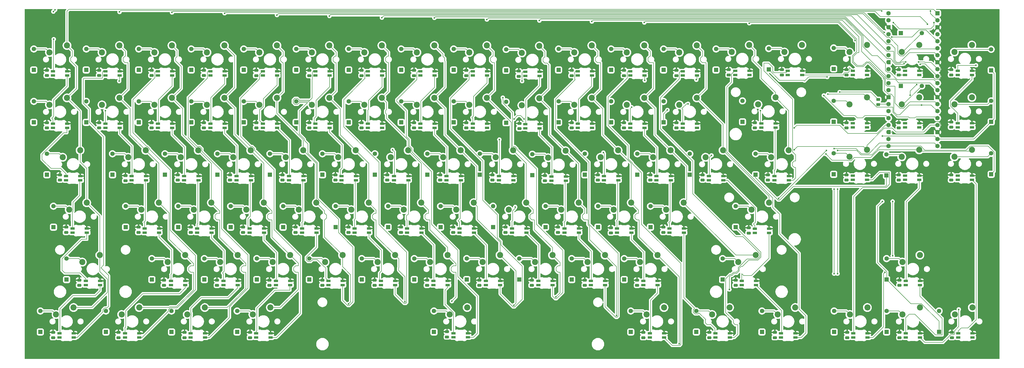
<source format=gbr>
%TF.GenerationSoftware,KiCad,Pcbnew,9.0.3-9.0.3-0~ubuntu24.04.1*%
%TF.CreationDate,2025-07-19T21:47:56-07:00*%
%TF.ProjectId,Keyboard,4b657962-6f61-4726-942e-6b696361645f,rev?*%
%TF.SameCoordinates,Original*%
%TF.FileFunction,Copper,L2,Bot*%
%TF.FilePolarity,Positive*%
%FSLAX46Y46*%
G04 Gerber Fmt 4.6, Leading zero omitted, Abs format (unit mm)*
G04 Created by KiCad (PCBNEW 9.0.3-9.0.3-0~ubuntu24.04.1) date 2025-07-19 21:47:56*
%MOMM*%
%LPD*%
G01*
G04 APERTURE LIST*
G04 Aperture macros list*
%AMRoundRect*
0 Rectangle with rounded corners*
0 $1 Rounding radius*
0 $2 $3 $4 $5 $6 $7 $8 $9 X,Y pos of 4 corners*
0 Add a 4 corners polygon primitive as box body*
4,1,4,$2,$3,$4,$5,$6,$7,$8,$9,$2,$3,0*
0 Add four circle primitives for the rounded corners*
1,1,$1+$1,$2,$3*
1,1,$1+$1,$4,$5*
1,1,$1+$1,$6,$7*
1,1,$1+$1,$8,$9*
0 Add four rect primitives between the rounded corners*
20,1,$1+$1,$2,$3,$4,$5,0*
20,1,$1+$1,$4,$5,$6,$7,0*
20,1,$1+$1,$6,$7,$8,$9,0*
20,1,$1+$1,$8,$9,$2,$3,0*%
%AMFreePoly0*
4,1,37,0.603843,0.796157,0.639018,0.796157,0.711114,0.766294,0.766294,0.711114,0.796157,0.639018,0.796157,0.603843,0.800000,0.600000,0.800000,-0.600000,0.796157,-0.603843,0.796157,-0.639018,0.766294,-0.711114,0.711114,-0.766294,0.639018,-0.796157,0.603843,-0.796157,0.600000,-0.800000,0.000000,-0.800000,0.000000,-0.796148,-0.078414,-0.796148,-0.232228,-0.765552,-0.377117,-0.705537,
-0.507515,-0.618408,-0.618408,-0.507515,-0.705537,-0.377117,-0.765552,-0.232228,-0.796148,-0.078414,-0.796148,0.078414,-0.765552,0.232228,-0.705537,0.377117,-0.618408,0.507515,-0.507515,0.618408,-0.377117,0.705537,-0.232228,0.765552,-0.078414,0.796148,0.000000,0.796148,0.000000,0.800000,0.600000,0.800000,0.603843,0.796157,0.603843,0.796157,$1*%
%AMFreePoly1*
4,1,37,0.000000,0.796148,0.078414,0.796148,0.232228,0.765552,0.377117,0.705537,0.507515,0.618408,0.618408,0.507515,0.705537,0.377117,0.765552,0.232228,0.796148,0.078414,0.796148,-0.078414,0.765552,-0.232228,0.705537,-0.377117,0.618408,-0.507515,0.507515,-0.618408,0.377117,-0.705537,0.232228,-0.765552,0.078414,-0.796148,0.000000,-0.796148,0.000000,-0.800000,-0.600000,-0.800000,
-0.603843,-0.796157,-0.639018,-0.796157,-0.711114,-0.766294,-0.766294,-0.711114,-0.796157,-0.639018,-0.796157,-0.603843,-0.800000,-0.600000,-0.800000,0.600000,-0.796157,0.603843,-0.796157,0.639018,-0.766294,0.711114,-0.711114,0.766294,-0.639018,0.796157,-0.603843,0.796157,-0.600000,0.800000,0.000000,0.800000,0.000000,0.796148,0.000000,0.796148,$1*%
G04 Aperture macros list end*
%TA.AperFunction,ComponentPad*%
%ADD10C,2.200000*%
%TD*%
%TA.AperFunction,SMDPad,CuDef*%
%ADD11RoundRect,0.082000X0.718000X-0.328000X0.718000X0.328000X-0.718000X0.328000X-0.718000X-0.328000X0*%
%TD*%
%TA.AperFunction,ComponentPad*%
%ADD12RoundRect,0.250000X0.550000X-0.550000X0.550000X0.550000X-0.550000X0.550000X-0.550000X-0.550000X0*%
%TD*%
%TA.AperFunction,ComponentPad*%
%ADD13C,1.600000*%
%TD*%
%TA.AperFunction,SMDPad,CuDef*%
%ADD14RoundRect,0.250000X0.475000X-0.250000X0.475000X0.250000X-0.475000X0.250000X-0.475000X-0.250000X0*%
%TD*%
%TA.AperFunction,SMDPad,CuDef*%
%ADD15RoundRect,0.250000X0.450000X-0.262500X0.450000X0.262500X-0.450000X0.262500X-0.450000X-0.262500X0*%
%TD*%
%TA.AperFunction,ComponentPad*%
%ADD16RoundRect,0.250000X-0.550000X-0.550000X0.550000X-0.550000X0.550000X0.550000X-0.550000X0.550000X0*%
%TD*%
%TA.AperFunction,ComponentPad*%
%ADD17RoundRect,0.200000X0.600000X0.600000X-0.600000X0.600000X-0.600000X-0.600000X0.600000X-0.600000X0*%
%TD*%
%TA.AperFunction,ComponentPad*%
%ADD18FreePoly0,180.000000*%
%TD*%
%TA.AperFunction,ComponentPad*%
%ADD19FreePoly1,180.000000*%
%TD*%
%TA.AperFunction,ViaPad*%
%ADD20C,0.600000*%
%TD*%
%TA.AperFunction,Conductor*%
%ADD21C,0.200000*%
%TD*%
G04 APERTURE END LIST*
D10*
%TO.P,SW44,1,1*%
%TO.N,Col 7*%
X125412500Y-49847500D03*
%TO.P,SW44,2,2*%
%TO.N,Net-(D44-A)*%
X119062500Y-52387500D03*
%TD*%
%TO.P,SW56,1,1*%
%TO.N,Col 9*%
X163512500Y-50006250D03*
%TO.P,SW56,2,2*%
%TO.N,Net-(D56-A)*%
X157162500Y-52546250D03*
%TD*%
%TO.P,SW40,1,1*%
%TO.N,Col 6*%
X120650000Y-87947500D03*
%TO.P,SW40,2,2*%
%TO.N,Net-(D40-A)*%
X114300000Y-90487500D03*
%TD*%
D11*
%TO.P,D148,1,DOUT*%
%TO.N,Net-(D148-DOUT)*%
X192147500Y-79807500D03*
%TO.P,D148,2,VSS*%
%TO.N,GND*%
X192147500Y-78307500D03*
%TO.P,D148,3,DIN*%
%TO.N,Net-(D147-DOUT)*%
X186947500Y-78307500D03*
%TO.P,D148,4,VDD*%
%TO.N,+5V*%
X186947500Y-79807500D03*
%TD*%
D10*
%TO.P,SW63,1,1*%
%TO.N,Col 10*%
X192087500Y-68897500D03*
%TO.P,SW63,2,2*%
%TO.N,Net-(D63-A)*%
X185737500Y-71437500D03*
%TD*%
D11*
%TO.P,D144,1,DOUT*%
%TO.N,Net-(D144-DOUT)*%
X177860000Y-98857500D03*
%TO.P,D144,2,VSS*%
%TO.N,GND*%
X177860000Y-97357500D03*
%TO.P,D144,3,DIN*%
%TO.N,Net-(D143-DOUT)*%
X172660000Y-97357500D03*
%TO.P,D144,4,VDD*%
%TO.N,+5V*%
X172660000Y-98857500D03*
%TD*%
D10*
%TO.P,SW11,1,1*%
%TO.N,Col 1*%
X34925000Y-106997500D03*
%TO.P,SW11,2,2*%
%TO.N,Net-(D11-A)*%
X28575000Y-109537500D03*
%TD*%
D11*
%TO.P,D141,1,DOUT*%
%TO.N,Net-(D141-DOUT)*%
X163572500Y-41866250D03*
%TO.P,D141,2,VSS*%
%TO.N,GND*%
X163572500Y-40366250D03*
%TO.P,D141,3,DIN*%
%TO.N,Net-(D140-DOUT)*%
X158372500Y-40366250D03*
%TO.P,D141,4,VDD*%
%TO.N,+5V*%
X158372500Y-41866250D03*
%TD*%
%TO.P,D157,1,DOUT*%
%TO.N,Net-(D157-DOUT)*%
X220722500Y-41707500D03*
%TO.P,D157,2,VSS*%
%TO.N,GND*%
X220722500Y-40207500D03*
%TO.P,D157,3,DIN*%
%TO.N,Net-(D156-DOUT)*%
X215522500Y-40207500D03*
%TO.P,D157,4,VDD*%
%TO.N,+5V*%
X215522500Y-41707500D03*
%TD*%
D10*
%TO.P,SW85,1,1*%
%TO.N,Col 14*%
X301386875Y-30638750D03*
%TO.P,SW85,2,2*%
%TO.N,Net-(D85-A)*%
X295036875Y-33178750D03*
%TD*%
%TO.P,SW34,1,1*%
%TO.N,Col 5*%
X101600000Y-87947500D03*
%TO.P,SW34,2,2*%
%TO.N,Net-(D34-A)*%
X95250000Y-90487500D03*
%TD*%
%TO.P,SW8,1,1*%
%TO.N,Col 1*%
X11112500Y-49847500D03*
%TO.P,SW8,2,2*%
%TO.N,Net-(D8-A)*%
X4762500Y-52387500D03*
%TD*%
D11*
%TO.P,D153,1,DOUT*%
%TO.N,Net-(D153-DOUT)*%
X201672500Y-60757500D03*
%TO.P,D153,2,VSS*%
%TO.N,GND*%
X201672500Y-59257500D03*
%TO.P,D153,3,DIN*%
%TO.N,Net-(D152-DOUT)*%
X196472500Y-59257500D03*
%TO.P,D153,4,VDD*%
%TO.N,+5V*%
X196472500Y-60757500D03*
%TD*%
D10*
%TO.P,SW31,1,1*%
%TO.N,Col 5*%
X87312500Y-30797500D03*
%TO.P,SW31,2,2*%
%TO.N,Net-(D31-A)*%
X80962500Y-33337500D03*
%TD*%
D11*
%TO.P,D117,1,DOUT*%
%TO.N,Net-(D117-DOUT)*%
X77847500Y-79807500D03*
%TO.P,D117,2,VSS*%
%TO.N,GND*%
X77847500Y-78307500D03*
%TO.P,D117,3,DIN*%
%TO.N,Net-(D116-DOUT)*%
X72647500Y-78307500D03*
%TO.P,D117,4,VDD*%
%TO.N,+5V*%
X72647500Y-79807500D03*
%TD*%
%TO.P,D125,1,DOUT*%
%TO.N,Net-(D125-DOUT)*%
X106422500Y-41707500D03*
%TO.P,D125,2,VSS*%
%TO.N,GND*%
X106422500Y-40207500D03*
%TO.P,D125,3,DIN*%
%TO.N,Net-(D124-DOUT)*%
X101222500Y-40207500D03*
%TO.P,D125,4,VDD*%
%TO.N,+5V*%
X101222500Y-41707500D03*
%TD*%
%TO.P,D96,1,DOUT*%
%TO.N,Net-(D96-DOUT)*%
X-5496250Y-136957500D03*
%TO.P,D96,2,VSS*%
%TO.N,GND*%
X-5496250Y-135457500D03*
%TO.P,D96,3,DIN*%
%TO.N,Net-(D95-DOUT)*%
X-10696250Y-135457500D03*
%TO.P,D96,4,VDD*%
%TO.N,+5V*%
X-10696250Y-136957500D03*
%TD*%
D10*
%TO.P,SW68,1,1*%
%TO.N,Col 11*%
X201612500Y-49847500D03*
%TO.P,SW68,2,2*%
%TO.N,Net-(D68-A)*%
X195262500Y-52387500D03*
%TD*%
D11*
%TO.P,D110,1,DOUT*%
%TO.N,Net-(D110-DOUT)*%
X49272500Y-60757500D03*
%TO.P,D110,2,VSS*%
%TO.N,GND*%
X49272500Y-59257500D03*
%TO.P,D110,3,DIN*%
%TO.N,Net-(D109-DOUT)*%
X44072500Y-59257500D03*
%TO.P,D110,4,VDD*%
%TO.N,+5V*%
X44072500Y-60757500D03*
%TD*%
%TO.P,D165,1,DOUT*%
%TO.N,Net-(D165-DOUT)*%
X254060000Y-79807500D03*
%TO.P,D165,2,VSS*%
%TO.N,GND*%
X254060000Y-78307500D03*
%TO.P,D165,3,DIN*%
%TO.N,Net-(D164-DOUT)*%
X248860000Y-78307500D03*
%TO.P,D165,4,VDD*%
%TO.N,+5V*%
X248860000Y-79807500D03*
%TD*%
D10*
%TO.P,SW46,1,1*%
%TO.N,Col 7*%
X139700000Y-87947500D03*
%TO.P,SW46,2,2*%
%TO.N,Net-(D46-A)*%
X133350000Y-90487500D03*
%TD*%
D11*
%TO.P,D104,1,DOUT*%
%TO.N,Net-(D104-DOUT)*%
X30222500Y-60757500D03*
%TO.P,D104,2,VSS*%
%TO.N,GND*%
X30222500Y-59257500D03*
%TO.P,D104,3,DIN*%
%TO.N,Net-(D103-DOUT)*%
X25022500Y-59257500D03*
%TO.P,D104,4,VDD*%
%TO.N,+5V*%
X25022500Y-60757500D03*
%TD*%
%TO.P,D93,1,DOUT*%
%TO.N,Net-(D93-DOUT)*%
X-3115000Y-79807500D03*
%TO.P,D93,2,VSS*%
%TO.N,GND*%
X-3115000Y-78307500D03*
%TO.P,D93,3,DIN*%
%TO.N,Net-(D90-DOUT)*%
X-8315000Y-78307500D03*
%TO.P,D93,4,VDD*%
%TO.N,+5V*%
X-8315000Y-79807500D03*
%TD*%
%TO.P,D169,1,DOUT*%
%TO.N,Net-(D169-DOUT)*%
X282468125Y-79648750D03*
%TO.P,D169,2,VSS*%
%TO.N,GND*%
X282468125Y-78148750D03*
%TO.P,D169,3,DIN*%
%TO.N,Net-(D168-DOUT)*%
X277268125Y-78148750D03*
%TO.P,D169,4,VDD*%
%TO.N,+5V*%
X277268125Y-79648750D03*
%TD*%
%TO.P,D130,1,DOUT*%
%TO.N,Net-(D130-DOUT)*%
X137562500Y-136902500D03*
%TO.P,D130,2,VSS*%
%TO.N,GND*%
X137562500Y-135402500D03*
%TO.P,D130,3,DIN*%
%TO.N,Net-(D129-DOUT)*%
X132362500Y-135402500D03*
%TO.P,D130,4,VDD*%
%TO.N,+5V*%
X132362500Y-136902500D03*
%TD*%
D10*
%TO.P,SW62,1,1*%
%TO.N,Col 10*%
X182562500Y-49847500D03*
%TO.P,SW62,2,2*%
%TO.N,Net-(D62-A)*%
X176212500Y-52387500D03*
%TD*%
%TO.P,SW49,1,1*%
%TO.N,Col 8*%
X144462500Y-30797500D03*
%TO.P,SW49,2,2*%
%TO.N,Net-(D49-A)*%
X138112500Y-33337500D03*
%TD*%
%TO.P,SW36,1,1*%
%TO.N,Col 5*%
X208756250Y-126047500D03*
%TO.P,SW36,2,2*%
%TO.N,Net-(D36-A)*%
X202406250Y-128587500D03*
%TD*%
%TO.P,SW30,1,1*%
%TO.N,Col 4*%
X137318750Y-126047500D03*
%TO.P,SW30,2,2*%
%TO.N,Net-(D30-A)*%
X130968750Y-128587500D03*
%TD*%
D11*
%TO.P,D174,1,DOUT*%
%TO.N,Net-(D174-DOUT)*%
X301685000Y-117907500D03*
%TO.P,D174,2,VSS*%
%TO.N,GND*%
X301685000Y-116407500D03*
%TO.P,D174,3,DIN*%
%TO.N,Net-(D173-DOUT)*%
X296485000Y-116407500D03*
%TO.P,D174,4,VDD*%
%TO.N,+5V*%
X296485000Y-117907500D03*
%TD*%
%TO.P,D179,1,DOUT*%
%TO.N,unconnected-(D179-DOUT-Pad1)*%
X320735000Y-136957500D03*
%TO.P,D179,2,VSS*%
%TO.N,GND*%
X320735000Y-135457500D03*
%TO.P,D179,3,DIN*%
%TO.N,Net-(D178-DOUT)*%
X315535000Y-135457500D03*
%TO.P,D179,4,VDD*%
%TO.N,+5V*%
X315535000Y-136957500D03*
%TD*%
D10*
%TO.P,SW45,1,1*%
%TO.N,Col 7*%
X134937500Y-68897500D03*
%TO.P,SW45,2,2*%
%TO.N,Net-(D45-A)*%
X128587500Y-71437500D03*
%TD*%
D11*
%TO.P,D167,1,DOUT*%
%TO.N,Net-(D167-DOUT)*%
X282468125Y-41548750D03*
%TO.P,D167,2,VSS*%
%TO.N,GND*%
X282468125Y-40048750D03*
%TO.P,D167,3,DIN*%
%TO.N,Net-(D166-DOUT)*%
X277268125Y-40048750D03*
%TO.P,D167,4,VDD*%
%TO.N,+5V*%
X277268125Y-41548750D03*
%TD*%
D10*
%TO.P,SW81,1,1*%
%TO.N,Col 13*%
X254000000Y-68897500D03*
%TO.P,SW81,2,2*%
%TO.N,Net-(D81-A)*%
X247650000Y-71437500D03*
%TD*%
%TO.P,SW88,1,1*%
%TO.N,Col 14*%
X320508125Y-68738750D03*
%TO.P,SW88,2,2*%
%TO.N,Net-(D88-A)*%
X314158125Y-71278750D03*
%TD*%
D11*
%TO.P,D90,1,DOUT*%
%TO.N,Net-(D90-DOUT)*%
X-7877500Y-60757500D03*
%TO.P,D90,2,VSS*%
%TO.N,GND*%
X-7877500Y-59257500D03*
%TO.P,D90,3,DIN*%
%TO.N,Net-(D90-DIN)*%
X-13077500Y-59257500D03*
%TO.P,D90,4,VDD*%
%TO.N,+5V*%
X-13077500Y-60757500D03*
%TD*%
%TO.P,D120,1,DOUT*%
%TO.N,Net-(D120-DOUT)*%
X87372500Y-41707500D03*
%TO.P,D120,2,VSS*%
%TO.N,GND*%
X87372500Y-40207500D03*
%TO.P,D120,3,DIN*%
%TO.N,Net-(D119-DOUT)*%
X82172500Y-40207500D03*
%TO.P,D120,4,VDD*%
%TO.N,+5V*%
X82172500Y-41707500D03*
%TD*%
D10*
%TO.P,SW20,1,1*%
%TO.N,Col 3*%
X49212500Y-49847500D03*
%TO.P,SW20,2,2*%
%TO.N,Net-(D20-A)*%
X42862500Y-52387500D03*
%TD*%
%TO.P,SW80,1,1*%
%TO.N,Col 13*%
X249231250Y-49688750D03*
%TO.P,SW80,2,2*%
%TO.N,Net-(D80-A)*%
X242881250Y-52228750D03*
%TD*%
%TO.P,SW54,1,1*%
%TO.N,Col 8*%
X282575000Y-126047500D03*
%TO.P,SW54,2,2*%
%TO.N,Net-(D54-A)*%
X276225000Y-128587500D03*
%TD*%
D11*
%TO.P,D121,1,DOUT*%
%TO.N,Net-(D121-DOUT)*%
X87372500Y-60757500D03*
%TO.P,D121,2,VSS*%
%TO.N,GND*%
X87372500Y-59257500D03*
%TO.P,D121,3,DIN*%
%TO.N,Net-(D120-DOUT)*%
X82172500Y-59257500D03*
%TO.P,D121,4,VDD*%
%TO.N,+5V*%
X82172500Y-60757500D03*
%TD*%
%TO.P,D101,1,DOUT*%
%TO.N,Net-(D101-DOUT)*%
X34985000Y-117907500D03*
%TO.P,D101,2,VSS*%
%TO.N,GND*%
X34985000Y-116407500D03*
%TO.P,D101,3,DIN*%
%TO.N,Net-(D100-DOUT)*%
X29785000Y-116407500D03*
%TO.P,D101,4,VDD*%
%TO.N,+5V*%
X29785000Y-117907500D03*
%TD*%
%TO.P,D119,1,DOUT*%
%TO.N,Net-(D119-DOUT)*%
X92135000Y-117907500D03*
%TO.P,D119,2,VSS*%
%TO.N,GND*%
X92135000Y-116407500D03*
%TO.P,D119,3,DIN*%
%TO.N,Net-(D118-DOUT)*%
X86935000Y-116407500D03*
%TO.P,D119,4,VDD*%
%TO.N,+5V*%
X86935000Y-117907500D03*
%TD*%
D10*
%TO.P,SW66,1,1*%
%TO.N,Col 10*%
X320675000Y-126047500D03*
%TO.P,SW66,2,2*%
%TO.N,Net-(D66-A)*%
X314325000Y-128587500D03*
%TD*%
%TO.P,SW61,1,1*%
%TO.N,Col 10*%
X182562500Y-30797500D03*
%TO.P,SW61,2,2*%
%TO.N,Net-(D61-A)*%
X176212500Y-33337500D03*
%TD*%
%TO.P,SW78,1,1*%
%TO.N,Col 12*%
X282408125Y-49688750D03*
%TO.P,SW78,2,2*%
%TO.N,Net-(D78-A)*%
X276058125Y-52228750D03*
%TD*%
%TO.P,SW9,1,1*%
%TO.N,Col 1*%
X20637500Y-68897500D03*
%TO.P,SW9,2,2*%
%TO.N,Net-(D9-A)*%
X14287500Y-71437500D03*
%TD*%
D11*
%TO.P,D170,1,DOUT*%
%TO.N,Net-(D170-DOUT)*%
X282635000Y-136957500D03*
%TO.P,D170,2,VSS*%
%TO.N,GND*%
X282635000Y-135457500D03*
%TO.P,D170,3,DIN*%
%TO.N,Net-(D169-DOUT)*%
X277435000Y-135457500D03*
%TO.P,D170,4,VDD*%
%TO.N,+5V*%
X277435000Y-136957500D03*
%TD*%
%TO.P,D151,1,DOUT*%
%TO.N,Net-(D151-DOUT)*%
X208816250Y-136957500D03*
%TO.P,D151,2,VSS*%
%TO.N,GND*%
X208816250Y-135457500D03*
%TO.P,D151,3,DIN*%
%TO.N,Net-(D150-DOUT)*%
X203616250Y-135457500D03*
%TO.P,D151,4,VDD*%
%TO.N,+5V*%
X203616250Y-136957500D03*
%TD*%
D10*
%TO.P,SW73,1,1*%
%TO.N,Col 12*%
X220662500Y-30797500D03*
%TO.P,SW73,2,2*%
%TO.N,Net-(D73-A)*%
X214312500Y-33337500D03*
%TD*%
D11*
%TO.P,D94,1,DOUT*%
%TO.N,Net-(D94-DOUT)*%
X-733750Y-98857500D03*
%TO.P,D94,2,VSS*%
%TO.N,GND*%
X-733750Y-97357500D03*
%TO.P,D94,3,DIN*%
%TO.N,Net-(D93-DOUT)*%
X-5933750Y-97357500D03*
%TO.P,D94,4,VDD*%
%TO.N,+5V*%
X-5933750Y-98857500D03*
%TD*%
D10*
%TO.P,SW24,1,1*%
%TO.N,Col 3*%
X65881250Y-126047500D03*
%TO.P,SW24,2,2*%
%TO.N,Net-(D24-A)*%
X59531250Y-128587500D03*
%TD*%
D11*
%TO.P,D164,1,DOUT*%
%TO.N,Net-(D164-DOUT)*%
X249291250Y-60652500D03*
%TO.P,D164,2,VSS*%
%TO.N,GND*%
X249291250Y-59152500D03*
%TO.P,D164,3,DIN*%
%TO.N,Net-(D163-DOUT)*%
X244091250Y-59152500D03*
%TO.P,D164,4,VDD*%
%TO.N,+5V*%
X244091250Y-60652500D03*
%TD*%
%TO.P,D176,1,DOUT*%
%TO.N,Net-(D176-DOUT)*%
X320568125Y-41548750D03*
%TO.P,D176,2,VSS*%
%TO.N,GND*%
X320568125Y-40048750D03*
%TO.P,D176,3,DIN*%
%TO.N,Net-(D175-DOUT)*%
X315368125Y-40048750D03*
%TO.P,D176,4,VDD*%
%TO.N,+5V*%
X315368125Y-41548750D03*
%TD*%
D10*
%TO.P,SW64,1,1*%
%TO.N,Col 10*%
X196850000Y-87947500D03*
%TO.P,SW64,2,2*%
%TO.N,Net-(D64-A)*%
X190500000Y-90487500D03*
%TD*%
%TO.P,SW87,1,1*%
%TO.N,Col 14*%
X301386875Y-68738750D03*
%TO.P,SW87,2,2*%
%TO.N,Net-(D87-A)*%
X295036875Y-71278750D03*
%TD*%
%TO.P,SW82,1,1*%
%TO.N,Col 13*%
X282408125Y-68738750D03*
%TO.P,SW82,2,2*%
%TO.N,Net-(D82-A)*%
X276058125Y-71278750D03*
%TD*%
D12*
%TO.P,D87,1,K*%
%TO.N,Row 3*%
X289500000Y-78060000D03*
D13*
%TO.P,D87,2,A*%
%TO.N,Net-(D87-A)*%
X289500000Y-70440000D03*
%TD*%
D10*
%TO.P,SW42,1,1*%
%TO.N,Col 6*%
X232568750Y-126047500D03*
%TO.P,SW42,2,2*%
%TO.N,Net-(D42-A)*%
X226218750Y-128587500D03*
%TD*%
%TO.P,SW5,1,1*%
%TO.N,Col 0*%
X3968750Y-106997500D03*
%TO.P,SW5,2,2*%
%TO.N,Net-(D5-A)*%
X-2381250Y-109537500D03*
%TD*%
%TO.P,SW15,1,1*%
%TO.N,Col 2*%
X39687500Y-68897500D03*
%TO.P,SW15,2,2*%
%TO.N,Net-(D15-A)*%
X33337500Y-71437500D03*
%TD*%
%TO.P,SW84,1,1*%
%TO.N,Col 13*%
X320508125Y-49688750D03*
%TO.P,SW84,2,2*%
%TO.N,Net-(D84-A)*%
X314158125Y-52228750D03*
%TD*%
D11*
%TO.P,D163,1,DOUT*%
%TO.N,Net-(D163-DOUT)*%
X239772500Y-41548750D03*
%TO.P,D163,2,VSS*%
%TO.N,GND*%
X239772500Y-40048750D03*
%TO.P,D163,3,DIN*%
%TO.N,Net-(D162-DOUT)*%
X234572500Y-40048750D03*
%TO.P,D163,4,VDD*%
%TO.N,+5V*%
X234572500Y-41548750D03*
%TD*%
%TO.P,D132,1,DOUT*%
%TO.N,Net-(D132-DOUT)*%
X125472500Y-60757500D03*
%TO.P,D132,2,VSS*%
%TO.N,GND*%
X125472500Y-59257500D03*
%TO.P,D132,3,DIN*%
%TO.N,Net-(D131-DOUT)*%
X120272500Y-59257500D03*
%TO.P,D132,4,VDD*%
%TO.N,+5V*%
X120272500Y-60757500D03*
%TD*%
%TO.P,D118,1,DOUT*%
%TO.N,Net-(D118-DOUT)*%
X82610000Y-98857500D03*
%TO.P,D118,2,VSS*%
%TO.N,GND*%
X82610000Y-97357500D03*
%TO.P,D118,3,DIN*%
%TO.N,Net-(D117-DOUT)*%
X77410000Y-97357500D03*
%TO.P,D118,4,VDD*%
%TO.N,+5V*%
X77410000Y-98857500D03*
%TD*%
%TO.P,D159,1,DOUT*%
%TO.N,Net-(D159-DOUT)*%
X230247500Y-79807500D03*
%TO.P,D159,2,VSS*%
%TO.N,GND*%
X230247500Y-78307500D03*
%TO.P,D159,3,DIN*%
%TO.N,Net-(D158-DOUT)*%
X225047500Y-78307500D03*
%TO.P,D159,4,VDD*%
%TO.N,+5V*%
X225047500Y-79807500D03*
%TD*%
D10*
%TO.P,SW18,1,1*%
%TO.N,Col 2*%
X42068750Y-126047500D03*
%TO.P,SW18,2,2*%
%TO.N,Net-(D18-A)*%
X35718750Y-128587500D03*
%TD*%
%TO.P,SW27,1,1*%
%TO.N,Col 4*%
X77787500Y-68897500D03*
%TO.P,SW27,2,2*%
%TO.N,Net-(D27-A)*%
X71437500Y-71437500D03*
%TD*%
D11*
%TO.P,D116,1,DOUT*%
%TO.N,Net-(D116-DOUT)*%
X68322500Y-60757500D03*
%TO.P,D116,2,VSS*%
%TO.N,GND*%
X68322500Y-59257500D03*
%TO.P,D116,3,DIN*%
%TO.N,Net-(D115-DOUT)*%
X63122500Y-59257500D03*
%TO.P,D116,4,VDD*%
%TO.N,+5V*%
X63122500Y-60757500D03*
%TD*%
%TO.P,D175,1,DOUT*%
%TO.N,Net-(D175-DOUT)*%
X301685000Y-136957500D03*
%TO.P,D175,2,VSS*%
%TO.N,GND*%
X301685000Y-135457500D03*
%TO.P,D175,3,DIN*%
%TO.N,Net-(D174-DOUT)*%
X296485000Y-135457500D03*
%TO.P,D175,4,VDD*%
%TO.N,+5V*%
X296485000Y-136957500D03*
%TD*%
D10*
%TO.P,SW67,1,1*%
%TO.N,Col 11*%
X201612500Y-30797500D03*
%TO.P,SW67,2,2*%
%TO.N,Net-(D67-A)*%
X195262500Y-33337500D03*
%TD*%
%TO.P,SW79,1,1*%
%TO.N,Col 13*%
X239712500Y-30638750D03*
%TO.P,SW79,2,2*%
%TO.N,Net-(D79-A)*%
X233362500Y-33178750D03*
%TD*%
D11*
%TO.P,D137,1,DOUT*%
%TO.N,Net-(D137-DOUT)*%
X144522500Y-60757500D03*
%TO.P,D137,2,VSS*%
%TO.N,GND*%
X144522500Y-59257500D03*
%TO.P,D137,3,DIN*%
%TO.N,Net-(D136-DOUT)*%
X139322500Y-59257500D03*
%TO.P,D137,4,VDD*%
%TO.N,+5V*%
X139322500Y-60757500D03*
%TD*%
%TO.P,D172,1,DOUT*%
%TO.N,Net-(D172-DOUT)*%
X301446875Y-60598750D03*
%TO.P,D172,2,VSS*%
%TO.N,GND*%
X301446875Y-59098750D03*
%TO.P,D172,3,DIN*%
%TO.N,Net-(D171-DOUT)*%
X296246875Y-59098750D03*
%TO.P,D172,4,VDD*%
%TO.N,+5V*%
X296246875Y-60598750D03*
%TD*%
%TO.P,D97,1,DOUT*%
%TO.N,Net-(D97-DOUT)*%
X11172500Y-41707528D03*
%TO.P,D97,2,VSS*%
%TO.N,GND*%
X11172500Y-40207528D03*
%TO.P,D97,3,DIN*%
%TO.N,Net-(D96-DOUT)*%
X5972500Y-40207528D03*
%TO.P,D97,4,VDD*%
%TO.N,+5V*%
X5972500Y-41707528D03*
%TD*%
D10*
%TO.P,SW16,1,1*%
%TO.N,Col 2*%
X44450000Y-87947500D03*
%TO.P,SW16,2,2*%
%TO.N,Net-(D16-A)*%
X38100000Y-90487500D03*
%TD*%
%TO.P,SW58,1,1*%
%TO.N,Col 9*%
X177800000Y-87947500D03*
%TO.P,SW58,2,2*%
%TO.N,Net-(D58-A)*%
X171450000Y-90487500D03*
%TD*%
%TO.P,SW83,1,1*%
%TO.N,Col 12*%
X320508125Y-30638750D03*
%TO.P,SW83,2,2*%
%TO.N,Net-(D83-A)*%
X314158125Y-33178750D03*
%TD*%
D11*
%TO.P,D99,1,DOUT*%
%TO.N,Net-(D100-DIN)*%
X20697500Y-79807500D03*
%TO.P,D99,2,VSS*%
%TO.N,GND*%
X20697500Y-78307500D03*
%TO.P,D99,3,DIN*%
%TO.N,Net-(D98-DOUT)*%
X15497500Y-78307500D03*
%TO.P,D99,4,VDD*%
%TO.N,+5V*%
X15497500Y-79807500D03*
%TD*%
D10*
%TO.P,SW19,1,1*%
%TO.N,Col 3*%
X49212500Y-30797500D03*
%TO.P,SW19,2,2*%
%TO.N,Net-(D19-A)*%
X42862500Y-33337500D03*
%TD*%
%TO.P,SW23,1,1*%
%TO.N,Col 3*%
X73025000Y-106997500D03*
%TO.P,SW23,2,2*%
%TO.N,Net-(D23-A)*%
X66675000Y-109537500D03*
%TD*%
D11*
%TO.P,D109,1,DOUT*%
%TO.N,Net-(D109-DOUT)*%
X49272500Y-41707500D03*
%TO.P,D109,2,VSS*%
%TO.N,GND*%
X49272500Y-40207500D03*
%TO.P,D109,3,DIN*%
%TO.N,Net-(D108-DOUT)*%
X44072500Y-40207500D03*
%TO.P,D109,4,VDD*%
%TO.N,+5V*%
X44072500Y-41707500D03*
%TD*%
%TO.P,D140,1,DOUT*%
%TO.N,Net-(D140-DOUT)*%
X168335000Y-117907500D03*
%TO.P,D140,2,VSS*%
%TO.N,GND*%
X168335000Y-116407500D03*
%TO.P,D140,3,DIN*%
%TO.N,Net-(D139-DOUT)*%
X163135000Y-116407500D03*
%TO.P,D140,4,VDD*%
%TO.N,+5V*%
X163135000Y-117907500D03*
%TD*%
%TO.P,D103,1,DOUT*%
%TO.N,Net-(D103-DOUT)*%
X30222500Y-41707500D03*
%TO.P,D103,2,VSS*%
%TO.N,GND*%
X30222500Y-40207500D03*
%TO.P,D103,3,DIN*%
%TO.N,Net-(D102-DOUT)*%
X25022500Y-40207500D03*
%TO.P,D103,4,VDD*%
%TO.N,+5V*%
X25022500Y-41707500D03*
%TD*%
D10*
%TO.P,SW71,1,1*%
%TO.N,Col 11*%
X242093750Y-106997500D03*
%TO.P,SW71,2,2*%
%TO.N,Net-(D71-A)*%
X235743750Y-109537500D03*
%TD*%
D11*
%TO.P,D160,1,DOUT*%
%TO.N,Net-(D160-DOUT)*%
X246916250Y-98902500D03*
%TO.P,D160,2,VSS*%
%TO.N,GND*%
X246916250Y-97402500D03*
%TO.P,D160,3,DIN*%
%TO.N,Net-(D159-DOUT)*%
X241716250Y-97402500D03*
%TO.P,D160,4,VDD*%
%TO.N,+5V*%
X241716250Y-98902500D03*
%TD*%
%TO.P,D154,1,DOUT*%
%TO.N,Net-(D154-DOUT)*%
X211197500Y-79807500D03*
%TO.P,D154,2,VSS*%
%TO.N,GND*%
X211197500Y-78307500D03*
%TO.P,D154,3,DIN*%
%TO.N,Net-(D153-DOUT)*%
X205997500Y-78307500D03*
%TO.P,D154,4,VDD*%
%TO.N,+5V*%
X205997500Y-79807500D03*
%TD*%
D10*
%TO.P,SW33,1,1*%
%TO.N,Col 5*%
X96837500Y-68897500D03*
%TO.P,SW33,2,2*%
%TO.N,Net-(D33-A)*%
X90487500Y-71437500D03*
%TD*%
%TO.P,SW2,1,1*%
%TO.N,Col 0*%
X-7937500Y-49847500D03*
%TO.P,SW2,2,2*%
%TO.N,Net-(D2-A)*%
X-14287500Y-52387500D03*
%TD*%
D11*
%TO.P,D171,1,DOUT*%
%TO.N,Net-(D171-DOUT)*%
X301446875Y-41548750D03*
%TO.P,D171,2,VSS*%
%TO.N,GND*%
X301446875Y-40048750D03*
%TO.P,D171,3,DIN*%
%TO.N,Net-(D170-DOUT)*%
X296246875Y-40048750D03*
%TO.P,D171,4,VDD*%
%TO.N,+5V*%
X296246875Y-41548750D03*
%TD*%
%TO.P,D168,1,DOUT*%
%TO.N,Net-(D168-DOUT)*%
X282468125Y-60598750D03*
%TO.P,D168,2,VSS*%
%TO.N,GND*%
X282468125Y-59098750D03*
%TO.P,D168,3,DIN*%
%TO.N,Net-(D167-DOUT)*%
X277268125Y-59098750D03*
%TO.P,D168,4,VDD*%
%TO.N,+5V*%
X277268125Y-60598750D03*
%TD*%
%TO.P,D138,1,DOUT*%
%TO.N,Net-(D138-DOUT)*%
X154047500Y-79807500D03*
%TO.P,D138,2,VSS*%
%TO.N,GND*%
X154047500Y-78307500D03*
%TO.P,D138,3,DIN*%
%TO.N,Net-(D137-DOUT)*%
X148847500Y-78307500D03*
%TO.P,D138,4,VDD*%
%TO.N,+5V*%
X148847500Y-79807500D03*
%TD*%
D10*
%TO.P,SW7,1,1*%
%TO.N,Col 1*%
X11112500Y-30797528D03*
%TO.P,SW7,2,2*%
%TO.N,Net-(D7-A)*%
X4762500Y-33337528D03*
%TD*%
D11*
%TO.P,D155,1,DOUT*%
%TO.N,Net-(D155-DOUT)*%
X215960000Y-98857500D03*
%TO.P,D155,2,VSS*%
%TO.N,GND*%
X215960000Y-97357500D03*
%TO.P,D155,3,DIN*%
%TO.N,Net-(D154-DOUT)*%
X210760000Y-97357500D03*
%TO.P,D155,4,VDD*%
%TO.N,+5V*%
X210760000Y-98857500D03*
%TD*%
D10*
%TO.P,SW38,1,1*%
%TO.N,Col 6*%
X106362500Y-49847500D03*
%TO.P,SW38,2,2*%
%TO.N,Net-(D38-A)*%
X100012500Y-52387500D03*
%TD*%
%TO.P,SW52,1,1*%
%TO.N,Col 8*%
X158750000Y-87947500D03*
%TO.P,SW52,2,2*%
%TO.N,Net-(D52-A)*%
X152400000Y-90487500D03*
%TD*%
%TO.P,SW53,1,1*%
%TO.N,Col 8*%
X168275000Y-106997500D03*
%TO.P,SW53,2,2*%
%TO.N,Net-(D53-A)*%
X161925000Y-109537500D03*
%TD*%
D11*
%TO.P,D105,1,DOUT*%
%TO.N,Net-(D105-DOUT)*%
X39747500Y-79807500D03*
%TO.P,D105,2,VSS*%
%TO.N,GND*%
X39747500Y-78307500D03*
%TO.P,D105,3,DIN*%
%TO.N,Net-(D104-DOUT)*%
X34547500Y-78307500D03*
%TO.P,D105,4,VDD*%
%TO.N,+5V*%
X34547500Y-79807500D03*
%TD*%
%TO.P,D112,1,DOUT*%
%TO.N,Net-(D112-DOUT)*%
X63560000Y-98857500D03*
%TO.P,D112,2,VSS*%
%TO.N,GND*%
X63560000Y-97357500D03*
%TO.P,D112,3,DIN*%
%TO.N,Net-(D111-DOUT)*%
X58360000Y-97357500D03*
%TO.P,D112,4,VDD*%
%TO.N,+5V*%
X58360000Y-98857500D03*
%TD*%
%TO.P,D127,1,DOUT*%
%TO.N,Net-(D127-DOUT)*%
X115947500Y-79807500D03*
%TO.P,D127,2,VSS*%
%TO.N,GND*%
X115947500Y-78307500D03*
%TO.P,D127,3,DIN*%
%TO.N,Net-(D126-DOUT)*%
X110747500Y-78307500D03*
%TO.P,D127,4,VDD*%
%TO.N,+5V*%
X110747500Y-79807500D03*
%TD*%
%TO.P,D135,1,DOUT*%
%TO.N,Net-(D135-DOUT)*%
X149285000Y-117907500D03*
%TO.P,D135,2,VSS*%
%TO.N,GND*%
X149285000Y-116407500D03*
%TO.P,D135,3,DIN*%
%TO.N,Net-(D134-DOUT)*%
X144085000Y-116407500D03*
%TO.P,D135,4,VDD*%
%TO.N,+5V*%
X144085000Y-117907500D03*
%TD*%
%TO.P,D131,1,DOUT*%
%TO.N,Net-(D131-DOUT)*%
X125472500Y-41707500D03*
%TO.P,D131,2,VSS*%
%TO.N,GND*%
X125472500Y-40207500D03*
%TO.P,D131,3,DIN*%
%TO.N,Net-(D130-DOUT)*%
X120272500Y-40207500D03*
%TO.P,D131,4,VDD*%
%TO.N,+5V*%
X120272500Y-41707500D03*
%TD*%
D10*
%TO.P,SW32,1,1*%
%TO.N,Col 5*%
X87312500Y-49847500D03*
%TO.P,SW32,2,2*%
%TO.N,Net-(D32-A)*%
X80962500Y-52387500D03*
%TD*%
%TO.P,SW1,1,1*%
%TO.N,Col 0*%
X-7937500Y-30797500D03*
%TO.P,SW1,2,2*%
%TO.N,Net-(D1-A)*%
X-14287500Y-33337500D03*
%TD*%
D11*
%TO.P,D133,1,DOUT*%
%TO.N,Net-(D133-DOUT)*%
X134997500Y-79807500D03*
%TO.P,D133,2,VSS*%
%TO.N,GND*%
X134997500Y-78307500D03*
%TO.P,D133,3,DIN*%
%TO.N,Net-(D132-DOUT)*%
X129797500Y-78307500D03*
%TO.P,D133,4,VDD*%
%TO.N,+5V*%
X129797500Y-79807500D03*
%TD*%
%TO.P,D126,1,DOUT*%
%TO.N,Net-(D126-DOUT)*%
X106422500Y-60757500D03*
%TO.P,D126,2,VSS*%
%TO.N,GND*%
X106422500Y-59257500D03*
%TO.P,D126,3,DIN*%
%TO.N,Net-(D125-DOUT)*%
X101222500Y-59257500D03*
%TO.P,D126,4,VDD*%
%TO.N,+5V*%
X101222500Y-60757500D03*
%TD*%
D10*
%TO.P,SW60,1,1*%
%TO.N,Col 9*%
X301625000Y-126047500D03*
%TO.P,SW60,2,2*%
%TO.N,Net-(D60-A)*%
X295275000Y-128587500D03*
%TD*%
%TO.P,SW10,1,1*%
%TO.N,Col 1*%
X25400000Y-87947500D03*
%TO.P,SW10,2,2*%
%TO.N,Net-(D10-A)*%
X19050000Y-90487500D03*
%TD*%
%TO.P,SW57,1,1*%
%TO.N,Col 9*%
X173037500Y-69056250D03*
%TO.P,SW57,2,2*%
%TO.N,Net-(D57-A)*%
X166687500Y-71596250D03*
%TD*%
%TO.P,SW4,1,1*%
%TO.N,Col 0*%
X-793750Y-87947500D03*
%TO.P,SW4,2,2*%
%TO.N,Net-(D4-A)*%
X-7143750Y-90487500D03*
%TD*%
%TO.P,SW41,1,1*%
%TO.N,Col 6*%
X130175000Y-106997500D03*
%TO.P,SW41,2,2*%
%TO.N,Net-(D41-A)*%
X123825000Y-109537500D03*
%TD*%
D11*
%TO.P,D95,1,DOUT*%
%TO.N,Net-(D95-DOUT)*%
X4062500Y-117902500D03*
%TO.P,D95,2,VSS*%
%TO.N,GND*%
X4062500Y-116402500D03*
%TO.P,D95,3,DIN*%
%TO.N,Net-(D94-DOUT)*%
X-1137500Y-116402500D03*
%TO.P,D95,4,VDD*%
%TO.N,+5V*%
X-1137500Y-117902500D03*
%TD*%
D10*
%TO.P,SW74,1,1*%
%TO.N,Col 12*%
X220662500Y-49847500D03*
%TO.P,SW74,2,2*%
%TO.N,Net-(D74-A)*%
X214312500Y-52387500D03*
%TD*%
%TO.P,SW48,1,1*%
%TO.N,Col 7*%
X256381250Y-126047500D03*
%TO.P,SW48,2,2*%
%TO.N,Net-(D48-A)*%
X250031250Y-128587500D03*
%TD*%
D11*
%TO.P,D156,1,DOUT*%
%TO.N,Net-(D156-DOUT)*%
X232628750Y-136957500D03*
%TO.P,D156,2,VSS*%
%TO.N,GND*%
X232628750Y-135457500D03*
%TO.P,D156,3,DIN*%
%TO.N,Net-(D155-DOUT)*%
X227428750Y-135457500D03*
%TO.P,D156,4,VDD*%
%TO.N,+5V*%
X227428750Y-136957500D03*
%TD*%
%TO.P,D177,1,DOUT*%
%TO.N,Net-(D177-DOUT)*%
X320568125Y-60598750D03*
%TO.P,D177,2,VSS*%
%TO.N,GND*%
X320568125Y-59098750D03*
%TO.P,D177,3,DIN*%
%TO.N,Net-(D176-DOUT)*%
X315368125Y-59098750D03*
%TO.P,D177,4,VDD*%
%TO.N,+5V*%
X315368125Y-60598750D03*
%TD*%
D10*
%TO.P,SW22,1,1*%
%TO.N,Col 3*%
X63500000Y-87947500D03*
%TO.P,SW22,2,2*%
%TO.N,Net-(D22-A)*%
X57150000Y-90487500D03*
%TD*%
%TO.P,SW55,1,1*%
%TO.N,Col 9*%
X163512500Y-30956250D03*
%TO.P,SW55,2,2*%
%TO.N,Net-(D55-A)*%
X157162500Y-33496250D03*
%TD*%
%TO.P,SW43,1,1*%
%TO.N,Col 7*%
X125412500Y-30797500D03*
%TO.P,SW43,2,2*%
%TO.N,Net-(D43-A)*%
X119062500Y-33337500D03*
%TD*%
%TO.P,SW72,1,1*%
%TO.N,Col 11*%
X301625000Y-106997500D03*
%TO.P,SW72,2,2*%
%TO.N,Net-(D72-A)*%
X295275000Y-109537500D03*
%TD*%
D11*
%TO.P,D92,1,DOUT*%
%TO.N,Net-(D90-DIN)*%
X-7877500Y-41707500D03*
%TO.P,D92,2,VSS*%
%TO.N,GND*%
X-7877500Y-40207500D03*
%TO.P,D92,3,DIN*%
%TO.N,Net-(D92-DIN)*%
X-13077500Y-40207500D03*
%TO.P,D92,4,VDD*%
%TO.N,+5V*%
X-13077500Y-41707500D03*
%TD*%
D10*
%TO.P,SW14,1,1*%
%TO.N,Col 2*%
X30162500Y-49847500D03*
%TO.P,SW14,2,2*%
%TO.N,Net-(D14-A)*%
X23812500Y-52387500D03*
%TD*%
%TO.P,SW3,1,1*%
%TO.N,Col 0*%
X-3175000Y-68897500D03*
%TO.P,SW3,2,2*%
%TO.N,Net-(D3-A)*%
X-9525000Y-71437500D03*
%TD*%
%TO.P,SW76,1,1*%
%TO.N,Col 12*%
X246856250Y-87947500D03*
%TO.P,SW76,2,2*%
%TO.N,Net-(D76-A)*%
X240506250Y-90487500D03*
%TD*%
%TO.P,SW29,1,1*%
%TO.N,Col 4*%
X92075000Y-106997500D03*
%TO.P,SW29,2,2*%
%TO.N,Net-(D29-A)*%
X85725000Y-109537500D03*
%TD*%
D11*
%TO.P,D123,1,DOUT*%
%TO.N,Net-(D123-DOUT)*%
X101660000Y-98857500D03*
%TO.P,D123,2,VSS*%
%TO.N,GND*%
X101660000Y-97357500D03*
%TO.P,D123,3,DIN*%
%TO.N,Net-(D122-DOUT)*%
X96460000Y-97357500D03*
%TO.P,D123,4,VDD*%
%TO.N,+5V*%
X96460000Y-98857500D03*
%TD*%
%TO.P,D161,1,DOUT*%
%TO.N,Net-(D161-DOUT)*%
X242153750Y-117902500D03*
%TO.P,D161,2,VSS*%
%TO.N,GND*%
X242153750Y-116402500D03*
%TO.P,D161,3,DIN*%
%TO.N,Net-(D160-DOUT)*%
X236953750Y-116402500D03*
%TO.P,D161,4,VDD*%
%TO.N,+5V*%
X236953750Y-117902500D03*
%TD*%
%TO.P,D152,1,DOUT*%
%TO.N,Net-(D152-DOUT)*%
X201672500Y-41707500D03*
%TO.P,D152,2,VSS*%
%TO.N,GND*%
X201672500Y-40207500D03*
%TO.P,D152,3,DIN*%
%TO.N,Net-(D151-DOUT)*%
X196472500Y-40207500D03*
%TO.P,D152,4,VDD*%
%TO.N,+5V*%
X196472500Y-41707500D03*
%TD*%
D10*
%TO.P,SW86,1,1*%
%TO.N,Col 14*%
X301386875Y-49688750D03*
%TO.P,SW86,2,2*%
%TO.N,Net-(D86-A)*%
X295036875Y-52228750D03*
%TD*%
D11*
%TO.P,D100,1,DOUT*%
%TO.N,Net-(D100-DOUT)*%
X25460000Y-98857500D03*
%TO.P,D100,2,VSS*%
%TO.N,GND*%
X25460000Y-97357500D03*
%TO.P,D100,3,DIN*%
%TO.N,Net-(D100-DIN)*%
X20260000Y-97357500D03*
%TO.P,D100,4,VDD*%
%TO.N,+5V*%
X20260000Y-98857500D03*
%TD*%
%TO.P,D124,1,DOUT*%
%TO.N,Net-(D124-DOUT)*%
X111185000Y-117907500D03*
%TO.P,D124,2,VSS*%
%TO.N,GND*%
X111185000Y-116407500D03*
%TO.P,D124,3,DIN*%
%TO.N,Net-(D123-DOUT)*%
X105985000Y-116407500D03*
%TO.P,D124,4,VDD*%
%TO.N,+5V*%
X105985000Y-117907500D03*
%TD*%
D10*
%TO.P,SW21,1,1*%
%TO.N,Col 3*%
X58737500Y-68897500D03*
%TO.P,SW21,2,2*%
%TO.N,Net-(D21-A)*%
X52387500Y-71437500D03*
%TD*%
%TO.P,SW51,1,1*%
%TO.N,Col 8*%
X153987500Y-68897500D03*
%TO.P,SW51,2,2*%
%TO.N,Net-(D51-A)*%
X147637500Y-71437500D03*
%TD*%
%TO.P,SW37,1,1*%
%TO.N,Col 6*%
X106362500Y-30797500D03*
%TO.P,SW37,2,2*%
%TO.N,Net-(D37-A)*%
X100012500Y-33337500D03*
%TD*%
D11*
%TO.P,D98,1,DOUT*%
%TO.N,Net-(D98-DOUT)*%
X11172500Y-60757500D03*
%TO.P,D98,2,VSS*%
%TO.N,GND*%
X11172500Y-59257500D03*
%TO.P,D98,3,DIN*%
%TO.N,Net-(D97-DOUT)*%
X5972500Y-59257500D03*
%TO.P,D98,4,VDD*%
%TO.N,+5V*%
X5972500Y-60757500D03*
%TD*%
D10*
%TO.P,SW47,1,1*%
%TO.N,Col 7*%
X149225000Y-106997500D03*
%TO.P,SW47,2,2*%
%TO.N,Net-(D47-A)*%
X142875000Y-109537500D03*
%TD*%
D11*
%TO.P,D147,1,DOUT*%
%TO.N,Net-(D147-DOUT)*%
X182622500Y-60757500D03*
%TO.P,D147,2,VSS*%
%TO.N,GND*%
X182622500Y-59257500D03*
%TO.P,D147,3,DIN*%
%TO.N,Net-(D146-DOUT)*%
X177422500Y-59257500D03*
%TO.P,D147,4,VDD*%
%TO.N,+5V*%
X177422500Y-60757500D03*
%TD*%
D10*
%TO.P,SW25,1,1*%
%TO.N,Col 4*%
X68262500Y-30797500D03*
%TO.P,SW25,2,2*%
%TO.N,Net-(D25-A)*%
X61912500Y-33337500D03*
%TD*%
%TO.P,SW6,1,1*%
%TO.N,Col 0*%
X-5556250Y-126047500D03*
%TO.P,SW6,2,2*%
%TO.N,Net-(D6-A)*%
X-11906250Y-128587500D03*
%TD*%
%TO.P,SW70,1,1*%
%TO.N,Col 11*%
X215900000Y-87947500D03*
%TO.P,SW70,2,2*%
%TO.N,Net-(D70-A)*%
X209550000Y-90487500D03*
%TD*%
D11*
%TO.P,D102,1,DOUT*%
%TO.N,Net-(D102-DOUT)*%
X18316250Y-136957500D03*
%TO.P,D102,2,VSS*%
%TO.N,GND*%
X18316250Y-135457500D03*
%TO.P,D102,3,DIN*%
%TO.N,Net-(D101-DOUT)*%
X13116250Y-135457500D03*
%TO.P,D102,4,VDD*%
%TO.N,+5V*%
X13116250Y-136957500D03*
%TD*%
%TO.P,D129,1,DOUT*%
%TO.N,Net-(D129-DOUT)*%
X130235000Y-117907500D03*
%TO.P,D129,2,VSS*%
%TO.N,GND*%
X130235000Y-116407500D03*
%TO.P,D129,3,DIN*%
%TO.N,Net-(D128-DOUT)*%
X125035000Y-116407500D03*
%TO.P,D129,4,VDD*%
%TO.N,+5V*%
X125035000Y-117907500D03*
%TD*%
%TO.P,D146,1,DOUT*%
%TO.N,Net-(D146-DOUT)*%
X182622500Y-41707500D03*
%TO.P,D146,2,VSS*%
%TO.N,GND*%
X182622500Y-40207500D03*
%TO.P,D146,3,DIN*%
%TO.N,Net-(D145-DOUT)*%
X177422500Y-40207500D03*
%TO.P,D146,4,VDD*%
%TO.N,+5V*%
X177422500Y-41707500D03*
%TD*%
%TO.P,D139,1,DOUT*%
%TO.N,Net-(D139-DOUT)*%
X158810000Y-98857500D03*
%TO.P,D139,2,VSS*%
%TO.N,GND*%
X158810000Y-97357500D03*
%TO.P,D139,3,DIN*%
%TO.N,Net-(D138-DOUT)*%
X153610000Y-97357500D03*
%TO.P,D139,4,VDD*%
%TO.N,+5V*%
X153610000Y-98857500D03*
%TD*%
%TO.P,D113,1,DOUT*%
%TO.N,Net-(D113-DOUT)*%
X73085000Y-117907500D03*
%TO.P,D113,2,VSS*%
%TO.N,GND*%
X73085000Y-116407500D03*
%TO.P,D113,3,DIN*%
%TO.N,Net-(D112-DOUT)*%
X67885000Y-116407500D03*
%TO.P,D113,4,VDD*%
%TO.N,+5V*%
X67885000Y-117907500D03*
%TD*%
%TO.P,D115,1,DOUT*%
%TO.N,Net-(D115-DOUT)*%
X68322500Y-41707500D03*
%TO.P,D115,2,VSS*%
%TO.N,GND*%
X68322500Y-40207500D03*
%TO.P,D115,3,DIN*%
%TO.N,Net-(D114-DOUT)*%
X63122500Y-40207500D03*
%TO.P,D115,4,VDD*%
%TO.N,+5V*%
X63122500Y-41707500D03*
%TD*%
%TO.P,D108,1,DOUT*%
%TO.N,Net-(D108-DOUT)*%
X42128750Y-136957500D03*
%TO.P,D108,2,VSS*%
%TO.N,GND*%
X42128750Y-135457500D03*
%TO.P,D108,3,DIN*%
%TO.N,Net-(D107-DOUT)*%
X36928750Y-135457500D03*
%TO.P,D108,4,VDD*%
%TO.N,+5V*%
X36928750Y-136957500D03*
%TD*%
%TO.P,D145,1,DOUT*%
%TO.N,Net-(D145-DOUT)*%
X187385000Y-117907500D03*
%TO.P,D145,2,VSS*%
%TO.N,GND*%
X187385000Y-116407500D03*
%TO.P,D145,3,DIN*%
%TO.N,Net-(D144-DOUT)*%
X182185000Y-116407500D03*
%TO.P,D145,4,VDD*%
%TO.N,+5V*%
X182185000Y-117907500D03*
%TD*%
D10*
%TO.P,SW26,1,1*%
%TO.N,Col 4*%
X68262500Y-49847500D03*
%TO.P,SW26,2,2*%
%TO.N,Net-(D26-A)*%
X61912500Y-52387500D03*
%TD*%
%TO.P,SW50,1,1*%
%TO.N,Col 8*%
X144462500Y-49847500D03*
%TO.P,SW50,2,2*%
%TO.N,Net-(D50-A)*%
X138112500Y-52387500D03*
%TD*%
D11*
%TO.P,D106,1,DOUT*%
%TO.N,Net-(D106-DOUT)*%
X44510000Y-98857500D03*
%TO.P,D106,2,VSS*%
%TO.N,GND*%
X44510000Y-97357500D03*
%TO.P,D106,3,DIN*%
%TO.N,Net-(D105-DOUT)*%
X39310000Y-97357500D03*
%TO.P,D106,4,VDD*%
%TO.N,+5V*%
X39310000Y-98857500D03*
%TD*%
D10*
%TO.P,SW59,1,1*%
%TO.N,Col 9*%
X187325000Y-106997500D03*
%TO.P,SW59,2,2*%
%TO.N,Net-(D59-A)*%
X180975000Y-109537500D03*
%TD*%
D11*
%TO.P,D149,1,DOUT*%
%TO.N,Net-(D149-DOUT)*%
X196910000Y-98857500D03*
%TO.P,D149,2,VSS*%
%TO.N,GND*%
X196910000Y-97357500D03*
%TO.P,D149,3,DIN*%
%TO.N,Net-(D148-DOUT)*%
X191710000Y-97357500D03*
%TO.P,D149,4,VDD*%
%TO.N,+5V*%
X191710000Y-98857500D03*
%TD*%
D10*
%TO.P,SW89,1,1*%
%TO.N,Col 14*%
X258821816Y-30638750D03*
%TO.P,SW89,2,2*%
%TO.N,Net-(D89-A)*%
X252471816Y-33178750D03*
%TD*%
D11*
%TO.P,D162,1,DOUT*%
%TO.N,Net-(D162-DOUT)*%
X256441250Y-136957500D03*
%TO.P,D162,2,VSS*%
%TO.N,GND*%
X256441250Y-135457500D03*
%TO.P,D162,3,DIN*%
%TO.N,Net-(D161-DOUT)*%
X251241250Y-135457500D03*
%TO.P,D162,4,VDD*%
%TO.N,+5V*%
X251241250Y-136957500D03*
%TD*%
%TO.P,D143,1,DOUT*%
%TO.N,Net-(D143-DOUT)*%
X173097500Y-79966250D03*
%TO.P,D143,2,VSS*%
%TO.N,GND*%
X173097500Y-78466250D03*
%TO.P,D143,3,DIN*%
%TO.N,Net-(D142-DOUT)*%
X167897500Y-78466250D03*
%TO.P,D143,4,VDD*%
%TO.N,+5V*%
X167897500Y-79966250D03*
%TD*%
D10*
%TO.P,SW75,1,1*%
%TO.N,Col 12*%
X230187500Y-68897500D03*
%TO.P,SW75,2,2*%
%TO.N,Net-(D75-A)*%
X223837500Y-71437500D03*
%TD*%
D11*
%TO.P,D142,1,DOUT*%
%TO.N,Net-(D142-DOUT)*%
X163572500Y-60916250D03*
%TO.P,D142,2,VSS*%
%TO.N,GND*%
X163572500Y-59416250D03*
%TO.P,D142,3,DIN*%
%TO.N,Net-(D141-DOUT)*%
X158372500Y-59416250D03*
%TO.P,D142,4,VDD*%
%TO.N,+5V*%
X158372500Y-60916250D03*
%TD*%
%TO.P,D128,1,DOUT*%
%TO.N,Net-(D128-DOUT)*%
X120710000Y-98857500D03*
%TO.P,D128,2,VSS*%
%TO.N,GND*%
X120710000Y-97357500D03*
%TO.P,D128,3,DIN*%
%TO.N,Net-(D127-DOUT)*%
X115510000Y-97357500D03*
%TO.P,D128,4,VDD*%
%TO.N,+5V*%
X115510000Y-98857500D03*
%TD*%
%TO.P,D107,1,DOUT*%
%TO.N,Net-(D107-DOUT)*%
X54035000Y-117907500D03*
%TO.P,D107,2,VSS*%
%TO.N,GND*%
X54035000Y-116407500D03*
%TO.P,D107,3,DIN*%
%TO.N,Net-(D106-DOUT)*%
X48835000Y-116407500D03*
%TO.P,D107,4,VDD*%
%TO.N,+5V*%
X48835000Y-117907500D03*
%TD*%
D10*
%TO.P,SW13,1,1*%
%TO.N,Col 2*%
X30162500Y-30797500D03*
%TO.P,SW13,2,2*%
%TO.N,Net-(D13-A)*%
X23812500Y-33337500D03*
%TD*%
%TO.P,SW28,1,1*%
%TO.N,Col 4*%
X82550000Y-87947500D03*
%TO.P,SW28,2,2*%
%TO.N,Net-(D28-A)*%
X76200000Y-90487500D03*
%TD*%
D11*
%TO.P,D166,1,DOUT*%
%TO.N,Net-(D166-DOUT)*%
X258881816Y-41548750D03*
%TO.P,D166,2,VSS*%
%TO.N,GND*%
X258881816Y-40048750D03*
%TO.P,D166,3,DIN*%
%TO.N,Net-(D165-DOUT)*%
X253681816Y-40048750D03*
%TO.P,D166,4,VDD*%
%TO.N,+5V*%
X253681816Y-41548750D03*
%TD*%
D10*
%TO.P,SW17,1,1*%
%TO.N,Col 2*%
X53975000Y-106997500D03*
%TO.P,SW17,2,2*%
%TO.N,Net-(D17-A)*%
X47625000Y-109537500D03*
%TD*%
D11*
%TO.P,D178,1,DOUT*%
%TO.N,Net-(D178-DOUT)*%
X320568125Y-79648750D03*
%TO.P,D178,2,VSS*%
%TO.N,GND*%
X320568125Y-78148750D03*
%TO.P,D178,3,DIN*%
%TO.N,Net-(D177-DOUT)*%
X315368125Y-78148750D03*
%TO.P,D178,4,VDD*%
%TO.N,+5V*%
X315368125Y-79648750D03*
%TD*%
%TO.P,D111,1,DOUT*%
%TO.N,Net-(D111-DOUT)*%
X58797500Y-79807500D03*
%TO.P,D111,2,VSS*%
%TO.N,GND*%
X58797500Y-78307500D03*
%TO.P,D111,3,DIN*%
%TO.N,Net-(D110-DOUT)*%
X53597500Y-78307500D03*
%TO.P,D111,4,VDD*%
%TO.N,+5V*%
X53597500Y-79807500D03*
%TD*%
D10*
%TO.P,SW65,1,1*%
%TO.N,Col 10*%
X206375000Y-106997500D03*
%TO.P,SW65,2,2*%
%TO.N,Net-(D65-A)*%
X200025000Y-109537500D03*
%TD*%
D11*
%TO.P,D173,1,DOUT*%
%TO.N,Net-(D173-DOUT)*%
X301446875Y-79648750D03*
%TO.P,D173,2,VSS*%
%TO.N,GND*%
X301446875Y-78148750D03*
%TO.P,D173,3,DIN*%
%TO.N,Net-(D172-DOUT)*%
X296246875Y-78148750D03*
%TO.P,D173,4,VDD*%
%TO.N,+5V*%
X296246875Y-79648750D03*
%TD*%
%TO.P,D122,1,DOUT*%
%TO.N,Net-(D122-DOUT)*%
X96897500Y-79807500D03*
%TO.P,D122,2,VSS*%
%TO.N,GND*%
X96897500Y-78307500D03*
%TO.P,D122,3,DIN*%
%TO.N,Net-(D121-DOUT)*%
X91697500Y-78307500D03*
%TO.P,D122,4,VDD*%
%TO.N,+5V*%
X91697500Y-79807500D03*
%TD*%
D10*
%TO.P,SW69,1,1*%
%TO.N,Col 11*%
X211137500Y-68897500D03*
%TO.P,SW69,2,2*%
%TO.N,Net-(D69-A)*%
X204787500Y-71437500D03*
%TD*%
%TO.P,SW77,1,1*%
%TO.N,Col 13*%
X282408125Y-30638750D03*
%TO.P,SW77,2,2*%
%TO.N,Net-(D77-A)*%
X276058125Y-33178750D03*
%TD*%
D11*
%TO.P,D136,1,DOUT*%
%TO.N,Net-(D136-DOUT)*%
X144522500Y-41707500D03*
%TO.P,D136,2,VSS*%
%TO.N,GND*%
X144522500Y-40207500D03*
%TO.P,D136,3,DIN*%
%TO.N,Net-(D135-DOUT)*%
X139322500Y-40207500D03*
%TO.P,D136,4,VDD*%
%TO.N,+5V*%
X139322500Y-41707500D03*
%TD*%
%TO.P,D134,1,DOUT*%
%TO.N,Net-(D134-DOUT)*%
X139760000Y-98857500D03*
%TO.P,D134,2,VSS*%
%TO.N,GND*%
X139760000Y-97357500D03*
%TO.P,D134,3,DIN*%
%TO.N,Net-(D133-DOUT)*%
X134560000Y-97357500D03*
%TO.P,D134,4,VDD*%
%TO.N,+5V*%
X134560000Y-98857500D03*
%TD*%
D10*
%TO.P,SW12,1,1*%
%TO.N,Col 1*%
X18256250Y-126047500D03*
%TO.P,SW12,2,2*%
%TO.N,Net-(D12-A)*%
X11906250Y-128587500D03*
%TD*%
%TO.P,SW35,1,1*%
%TO.N,Col 5*%
X111125000Y-106997500D03*
%TO.P,SW35,2,2*%
%TO.N,Net-(D35-A)*%
X104775000Y-109537500D03*
%TD*%
D11*
%TO.P,D150,1,DOUT*%
%TO.N,Net-(D150-DOUT)*%
X206435000Y-117907500D03*
%TO.P,D150,2,VSS*%
%TO.N,GND*%
X206435000Y-116407500D03*
%TO.P,D150,3,DIN*%
%TO.N,Net-(D149-DOUT)*%
X201235000Y-116407500D03*
%TO.P,D150,4,VDD*%
%TO.N,+5V*%
X201235000Y-117907500D03*
%TD*%
D10*
%TO.P,SW39,1,1*%
%TO.N,Col 6*%
X115887500Y-68897500D03*
%TO.P,SW39,2,2*%
%TO.N,Net-(D39-A)*%
X109537500Y-71437500D03*
%TD*%
D11*
%TO.P,D158,1,DOUT*%
%TO.N,Net-(D158-DOUT)*%
X220722500Y-60757500D03*
%TO.P,D158,2,VSS*%
%TO.N,GND*%
X220722500Y-59257500D03*
%TO.P,D158,3,DIN*%
%TO.N,Net-(D157-DOUT)*%
X215522500Y-59257500D03*
%TO.P,D158,4,VDD*%
%TO.N,+5V*%
X215522500Y-60757500D03*
%TD*%
%TO.P,D114,1,DOUT*%
%TO.N,Net-(D114-DOUT)*%
X65941250Y-136957500D03*
%TO.P,D114,2,VSS*%
%TO.N,GND*%
X65941250Y-135457500D03*
%TO.P,D114,3,DIN*%
%TO.N,Net-(D113-DOUT)*%
X60741250Y-135457500D03*
%TO.P,D114,4,VDD*%
%TO.N,+5V*%
X60741250Y-136957500D03*
%TD*%
D14*
%TO.P,C59,1*%
%TO.N,+5V*%
X170250000Y-98750000D03*
%TO.P,C59,2*%
%TO.N,GND*%
X170250000Y-96850000D03*
%TD*%
D12*
%TO.P,D50,1,K*%
%TO.N,Row 4*%
X132397500Y-58737500D03*
D13*
%TO.P,D50,2,A*%
%TO.N,Net-(D50-A)*%
X132397500Y-51117500D03*
%TD*%
D14*
%TO.P,C42,1*%
%TO.N,+5V*%
X313000000Y-79750000D03*
%TO.P,C42,2*%
%TO.N,GND*%
X313000000Y-77850000D03*
%TD*%
D12*
%TO.P,D36,1,K*%
%TO.N,Row 0*%
X196691250Y-134937500D03*
D13*
%TO.P,D36,2,A*%
%TO.N,Net-(D36-A)*%
X196691250Y-127317500D03*
%TD*%
D12*
%TO.P,D43,1,K*%
%TO.N,Row 5*%
X113347500Y-39687500D03*
D13*
%TO.P,D43,2,A*%
%TO.N,Net-(D43-A)*%
X113347500Y-32067500D03*
%TD*%
D15*
%TO.P,R1,1*%
%TO.N,BACKLIGHT LED*%
X286500000Y-52250000D03*
%TO.P,R1,2*%
%TO.N,Net-(D92-DIN)*%
X286500000Y-50425000D03*
%TD*%
D16*
%TO.P,D86,1,K*%
%TO.N,Row 4*%
X294690000Y-45500000D03*
D13*
%TO.P,D86,2,A*%
%TO.N,Net-(D86-A)*%
X302310000Y-45500000D03*
%TD*%
D12*
%TO.P,D51,1,K*%
%TO.N,Row 3*%
X141922500Y-77787500D03*
D13*
%TO.P,D51,2,A*%
%TO.N,Net-(D51-A)*%
X141922500Y-70167500D03*
%TD*%
D12*
%TO.P,D70,1,K*%
%TO.N,Row 2*%
X203835000Y-96837500D03*
D13*
%TO.P,D70,2,A*%
%TO.N,Net-(D70-A)*%
X203835000Y-89217500D03*
%TD*%
D14*
%TO.P,C19,1*%
%TO.N,+5V*%
X60750000Y-60750000D03*
%TO.P,C19,2*%
%TO.N,GND*%
X60750000Y-58850000D03*
%TD*%
D12*
%TO.P,D21,1,K*%
%TO.N,Row 3*%
X46672500Y-77787500D03*
D13*
%TO.P,D21,2,A*%
%TO.N,Net-(D21-A)*%
X46672500Y-70167500D03*
%TD*%
D14*
%TO.P,C56,1*%
%TO.N,+5V*%
X239500000Y-99000000D03*
%TO.P,C56,2*%
%TO.N,GND*%
X239500000Y-97100000D03*
%TD*%
D12*
%TO.P,D35,1,K*%
%TO.N,Row 1*%
X99060000Y-115887500D03*
D13*
%TO.P,D35,2,A*%
%TO.N,Net-(D35-A)*%
X99060000Y-108267500D03*
%TD*%
D14*
%TO.P,C7,1*%
%TO.N,+5V*%
X194250000Y-41750000D03*
%TO.P,C7,2*%
%TO.N,GND*%
X194250000Y-39850000D03*
%TD*%
%TO.P,C36,1*%
%TO.N,+5V*%
X241750000Y-60750000D03*
%TO.P,C36,2*%
%TO.N,GND*%
X241750000Y-58850000D03*
%TD*%
%TO.P,C49,1*%
%TO.N,+5V*%
X165500000Y-80000000D03*
%TO.P,C49,2*%
%TO.N,GND*%
X165500000Y-78100000D03*
%TD*%
%TO.P,C50,1*%
%TO.N,+5V*%
X146500000Y-79750000D03*
%TO.P,C50,2*%
%TO.N,GND*%
X146500000Y-77850000D03*
%TD*%
D12*
%TO.P,D79,1,K*%
%TO.N,Row 5*%
X227647500Y-39687500D03*
D13*
%TO.P,D79,2,A*%
%TO.N,Net-(D79-A)*%
X227647500Y-32067500D03*
%TD*%
D12*
%TO.P,D27,1,K*%
%TO.N,Row 3*%
X65722500Y-77787500D03*
D13*
%TO.P,D27,2,A*%
%TO.N,Net-(D27-A)*%
X65722500Y-70167500D03*
%TD*%
D14*
%TO.P,C83,1*%
%TO.N,+5V*%
X130000000Y-136750000D03*
%TO.P,C83,2*%
%TO.N,GND*%
X130000000Y-134850000D03*
%TD*%
D12*
%TO.P,D88,1,K*%
%TO.N,Row 2*%
X327500000Y-77628750D03*
D13*
%TO.P,D88,2,A*%
%TO.N,Net-(D88-A)*%
X327500000Y-70008750D03*
%TD*%
D12*
%TO.P,D24,1,K*%
%TO.N,Row 0*%
X53816250Y-134937500D03*
D13*
%TO.P,D24,2,A*%
%TO.N,Net-(D24-A)*%
X53816250Y-127317500D03*
%TD*%
D12*
%TO.P,D71,1,K*%
%TO.N,Row 1*%
X230028750Y-115887500D03*
D13*
%TO.P,D71,2,A*%
%TO.N,Net-(D71-A)*%
X230028750Y-108267500D03*
%TD*%
D14*
%TO.P,C64,1*%
%TO.N,+5V*%
X75000000Y-98750000D03*
%TO.P,C64,2*%
%TO.N,GND*%
X75000000Y-96850000D03*
%TD*%
D12*
%TO.P,D66,1,K*%
%TO.N,Row 0*%
X308610000Y-134937500D03*
D13*
%TO.P,D66,2,A*%
%TO.N,Net-(D66-A)*%
X308610000Y-127317500D03*
%TD*%
D14*
%TO.P,C27,1*%
%TO.N,+5V*%
X60750000Y-41750000D03*
%TO.P,C27,2*%
%TO.N,GND*%
X60750000Y-39850000D03*
%TD*%
%TO.P,C61,1*%
%TO.N,+5V*%
X132250000Y-98750000D03*
%TO.P,C61,2*%
%TO.N,GND*%
X132250000Y-96850000D03*
%TD*%
%TO.P,C2,1*%
%TO.N,+5V*%
X294000000Y-41500000D03*
%TO.P,C2,2*%
%TO.N,GND*%
X294000000Y-39600000D03*
%TD*%
%TO.P,C87,1*%
%TO.N,+5V*%
X275250000Y-137000000D03*
%TO.P,C87,2*%
%TO.N,GND*%
X275250000Y-135100000D03*
%TD*%
D12*
%TO.P,D64,1,K*%
%TO.N,Row 2*%
X184785000Y-96837500D03*
D13*
%TO.P,D64,2,A*%
%TO.N,Net-(D64-A)*%
X184785000Y-89217500D03*
%TD*%
D14*
%TO.P,C32,1*%
%TO.N,+5V*%
X-10500000Y-79750000D03*
%TO.P,C32,2*%
%TO.N,GND*%
X-10500000Y-77850000D03*
%TD*%
D12*
%TO.P,D60,1,K*%
%TO.N,Row 0*%
X289560000Y-134937500D03*
D13*
%TO.P,D60,2,A*%
%TO.N,Net-(D60-A)*%
X289560000Y-127317500D03*
%TD*%
D12*
%TO.P,D42,1,K*%
%TO.N,Row 0*%
X220503750Y-134937500D03*
D13*
%TO.P,D42,2,A*%
%TO.N,Net-(D42-A)*%
X220503750Y-127317500D03*
%TD*%
D14*
%TO.P,C18,1*%
%TO.N,+5V*%
X80000000Y-60750000D03*
%TO.P,C18,2*%
%TO.N,GND*%
X80000000Y-58850000D03*
%TD*%
D12*
%TO.P,D73,1,K*%
%TO.N,Row 5*%
X208597500Y-39687500D03*
D13*
%TO.P,D73,2,A*%
%TO.N,Net-(D73-A)*%
X208597500Y-32067500D03*
%TD*%
D12*
%TO.P,D29,1,K*%
%TO.N,Row 1*%
X80010000Y-115887500D03*
D13*
%TO.P,D29,2,A*%
%TO.N,Net-(D29-A)*%
X80010000Y-108267500D03*
%TD*%
D12*
%TO.P,D39,1,K*%
%TO.N,Row 3*%
X103822500Y-77787500D03*
D13*
%TO.P,D39,2,A*%
%TO.N,Net-(D39-A)*%
X103822500Y-70167500D03*
%TD*%
D12*
%TO.P,D54,1,K*%
%TO.N,Row 0*%
X270510000Y-134937500D03*
D13*
%TO.P,D54,2,A*%
%TO.N,Net-(D54-A)*%
X270510000Y-127317500D03*
%TD*%
D14*
%TO.P,C21,1*%
%TO.N,+5V*%
X22750000Y-60750000D03*
%TO.P,C21,2*%
%TO.N,GND*%
X22750000Y-58850000D03*
%TD*%
D12*
%TO.P,D67,1,K*%
%TO.N,Row 5*%
X189547500Y-39687500D03*
D13*
%TO.P,D67,2,A*%
%TO.N,Net-(D67-A)*%
X189547500Y-32067500D03*
%TD*%
D14*
%TO.P,C28,1*%
%TO.N,+5V*%
X70250000Y-79750000D03*
%TO.P,C28,2*%
%TO.N,GND*%
X70250000Y-77850000D03*
%TD*%
D12*
%TO.P,D38,1,K*%
%TO.N,Row 4*%
X94297500Y-58737500D03*
D13*
%TO.P,D38,2,A*%
%TO.N,Net-(D38-A)*%
X94297500Y-51117500D03*
%TD*%
D12*
%TO.P,D47,1,K*%
%TO.N,Row 1*%
X137160000Y-115887500D03*
D13*
%TO.P,D47,2,A*%
%TO.N,Net-(D47-A)*%
X137160000Y-108267500D03*
%TD*%
D14*
%TO.P,C23,1*%
%TO.N,+5V*%
X-15250000Y-60750000D03*
%TO.P,C23,2*%
%TO.N,GND*%
X-15250000Y-58850000D03*
%TD*%
D12*
%TO.P,D2,1,K*%
%TO.N,Row 4*%
X-20002500Y-58737500D03*
D13*
%TO.P,D2,2,A*%
%TO.N,Net-(D2-A)*%
X-20002500Y-51117500D03*
%TD*%
D14*
%TO.P,C78,1*%
%TO.N,+5V*%
X46500000Y-118000000D03*
%TO.P,C78,2*%
%TO.N,GND*%
X46500000Y-116100000D03*
%TD*%
%TO.P,C1,1*%
%TO.N,+5V*%
X-15250000Y-41700000D03*
%TO.P,C1,2*%
%TO.N,GND*%
X-15250000Y-39800000D03*
%TD*%
%TO.P,C68,1*%
%TO.N,+5V*%
X294250000Y-118000000D03*
%TO.P,C68,2*%
%TO.N,GND*%
X294250000Y-116100000D03*
%TD*%
D12*
%TO.P,D65,1,K*%
%TO.N,Row 1*%
X194310000Y-115887500D03*
D13*
%TO.P,D65,2,A*%
%TO.N,Net-(D65-A)*%
X194310000Y-108267500D03*
%TD*%
D14*
%TO.P,C84,1*%
%TO.N,+5V*%
X201250000Y-137000000D03*
%TO.P,C84,2*%
%TO.N,GND*%
X201250000Y-135100000D03*
%TD*%
%TO.P,C44,1*%
%TO.N,+5V*%
X275000000Y-79750000D03*
%TO.P,C44,2*%
%TO.N,GND*%
X275000000Y-77850000D03*
%TD*%
D12*
%TO.P,D48,1,K*%
%TO.N,Row 0*%
X244316250Y-134937500D03*
D13*
%TO.P,D48,2,A*%
%TO.N,Net-(D48-A)*%
X244316250Y-127317500D03*
%TD*%
D14*
%TO.P,C85,1*%
%TO.N,+5V*%
X225250000Y-137000000D03*
%TO.P,C85,2*%
%TO.N,GND*%
X225250000Y-135100000D03*
%TD*%
%TO.P,C55,1*%
%TO.N,+5V*%
X-3500000Y-118000000D03*
%TO.P,C55,2*%
%TO.N,GND*%
X-3500000Y-116100000D03*
%TD*%
%TO.P,C89,1*%
%TO.N,+5V*%
X313250000Y-137000000D03*
%TO.P,C89,2*%
%TO.N,GND*%
X313250000Y-135100000D03*
%TD*%
D12*
%TO.P,D76,1,K*%
%TO.N,Row 2*%
X234750000Y-96810000D03*
D13*
%TO.P,D76,2,A*%
%TO.N,Net-(D76-A)*%
X234750000Y-89190000D03*
%TD*%
D14*
%TO.P,C81,1*%
%TO.N,+5V*%
X34750000Y-137000000D03*
%TO.P,C81,2*%
%TO.N,GND*%
X34750000Y-135100000D03*
%TD*%
%TO.P,C10,1*%
%TO.N,+5V*%
X137000000Y-41750000D03*
%TO.P,C10,2*%
%TO.N,GND*%
X137000000Y-39850000D03*
%TD*%
%TO.P,C45,1*%
%TO.N,+5V*%
X246500000Y-79750000D03*
%TO.P,C45,2*%
%TO.N,GND*%
X246500000Y-77850000D03*
%TD*%
D12*
%TO.P,D82,1,K*%
%TO.N,Row 1*%
X270343125Y-77628750D03*
D13*
%TO.P,D82,2,A*%
%TO.N,Net-(D82-A)*%
X270343125Y-70008750D03*
%TD*%
D14*
%TO.P,C31,1*%
%TO.N,+5V*%
X13250000Y-80000000D03*
%TO.P,C31,2*%
%TO.N,GND*%
X13250000Y-78100000D03*
%TD*%
%TO.P,C43,1*%
%TO.N,+5V*%
X294000000Y-79750000D03*
%TO.P,C43,2*%
%TO.N,GND*%
X294000000Y-77850000D03*
%TD*%
%TO.P,C88,1*%
%TO.N,+5V*%
X294250000Y-137000000D03*
%TO.P,C88,2*%
%TO.N,GND*%
X294250000Y-135100000D03*
%TD*%
D12*
%TO.P,D14,1,K*%
%TO.N,Row 4*%
X18097500Y-58737500D03*
D13*
%TO.P,D14,2,A*%
%TO.N,Net-(D14-A)*%
X18097500Y-51117500D03*
%TD*%
D14*
%TO.P,C47,1*%
%TO.N,+5V*%
X203750000Y-79750000D03*
%TO.P,C47,2*%
%TO.N,GND*%
X203750000Y-77850000D03*
%TD*%
%TO.P,C86,1*%
%TO.N,+5V*%
X249000000Y-137000000D03*
%TO.P,C86,2*%
%TO.N,GND*%
X249000000Y-135100000D03*
%TD*%
%TO.P,C66,1*%
%TO.N,+5V*%
X37000000Y-98750000D03*
%TO.P,C66,2*%
%TO.N,GND*%
X37000000Y-96850000D03*
%TD*%
%TO.P,C39,1*%
%TO.N,+5V*%
X175250000Y-60750000D03*
%TO.P,C39,2*%
%TO.N,GND*%
X175250000Y-58850000D03*
%TD*%
%TO.P,C3,1*%
%TO.N,+5V*%
X275000000Y-41500000D03*
%TO.P,C3,2*%
%TO.N,GND*%
X275000000Y-39600000D03*
%TD*%
%TO.P,C54,1*%
%TO.N,+5V*%
X18000000Y-98750000D03*
%TO.P,C54,2*%
%TO.N,GND*%
X18000000Y-96850000D03*
%TD*%
%TO.P,C35,1*%
%TO.N,+5V*%
X275000000Y-60750000D03*
%TO.P,C35,2*%
%TO.N,GND*%
X275000000Y-58850000D03*
%TD*%
%TO.P,C37,1*%
%TO.N,+5V*%
X213250000Y-60750000D03*
%TO.P,C37,2*%
%TO.N,GND*%
X213250000Y-58850000D03*
%TD*%
D12*
%TO.P,D8,1,K*%
%TO.N,Row 4*%
X-952500Y-58737500D03*
D13*
%TO.P,D8,2,A*%
%TO.N,Net-(D8-A)*%
X-952500Y-51117500D03*
%TD*%
D12*
%TO.P,D33,1,K*%
%TO.N,Row 3*%
X84772500Y-77787500D03*
D13*
%TO.P,D33,2,A*%
%TO.N,Net-(D33-A)*%
X84772500Y-70167500D03*
%TD*%
D14*
%TO.P,C62,1*%
%TO.N,+5V*%
X113250000Y-98750000D03*
%TO.P,C62,2*%
%TO.N,GND*%
X113250000Y-96850000D03*
%TD*%
D12*
%TO.P,D68,1,K*%
%TO.N,Row 4*%
X189547500Y-58737500D03*
D13*
%TO.P,D68,2,A*%
%TO.N,Net-(D68-A)*%
X189547500Y-51117500D03*
%TD*%
D12*
%TO.P,D22,1,K*%
%TO.N,Row 2*%
X51435000Y-96837500D03*
D13*
%TO.P,D22,2,A*%
%TO.N,Net-(D22-A)*%
X51435000Y-89217500D03*
%TD*%
D12*
%TO.P,D55,1,K*%
%TO.N,Row 5*%
X151447500Y-39846250D03*
D13*
%TO.P,D55,2,A*%
%TO.N,Net-(D55-A)*%
X151447500Y-32226250D03*
%TD*%
D12*
%TO.P,D58,1,K*%
%TO.N,Row 2*%
X165735000Y-96837500D03*
D13*
%TO.P,D58,2,A*%
%TO.N,Net-(D58-A)*%
X165735000Y-89217500D03*
%TD*%
D14*
%TO.P,C9,1*%
%TO.N,+5V*%
X156000000Y-42000000D03*
%TO.P,C9,2*%
%TO.N,GND*%
X156000000Y-40100000D03*
%TD*%
D12*
%TO.P,D56,1,K*%
%TO.N,Row 4*%
X151447500Y-58896250D03*
D13*
%TO.P,D56,2,A*%
%TO.N,Net-(D56-A)*%
X151447500Y-51276250D03*
%TD*%
D14*
%TO.P,C38,1*%
%TO.N,+5V*%
X194250000Y-60750000D03*
%TO.P,C38,2*%
%TO.N,GND*%
X194250000Y-58850000D03*
%TD*%
%TO.P,C41,1*%
%TO.N,+5V*%
X-8250000Y-98750000D03*
%TO.P,C41,2*%
%TO.N,GND*%
X-8250000Y-96850000D03*
%TD*%
%TO.P,C75,1*%
%TO.N,+5V*%
X103750000Y-118000000D03*
%TO.P,C75,2*%
%TO.N,GND*%
X103750000Y-116100000D03*
%TD*%
%TO.P,C5,1*%
%TO.N,+5V*%
X232250000Y-41500000D03*
%TO.P,C5,2*%
%TO.N,GND*%
X232250000Y-39600000D03*
%TD*%
%TO.P,C79,1*%
%TO.N,+5V*%
X27250000Y-118000000D03*
%TO.P,C79,2*%
%TO.N,GND*%
X27250000Y-116100000D03*
%TD*%
%TO.P,C12,1*%
%TO.N,+5V*%
X41750000Y-41700000D03*
%TO.P,C12,2*%
%TO.N,GND*%
X41750000Y-39800000D03*
%TD*%
%TO.P,C82,1*%
%TO.N,+5V*%
X58500000Y-137000000D03*
%TO.P,C82,2*%
%TO.N,GND*%
X58500000Y-135100000D03*
%TD*%
D12*
%TO.P,D89,1,K*%
%TO.N,Row 1*%
X246756824Y-39528720D03*
D13*
%TO.P,D89,2,A*%
%TO.N,Net-(D89-A)*%
X246756824Y-31908720D03*
%TD*%
D12*
%TO.P,D80,1,K*%
%TO.N,Row 4*%
X237250000Y-58560000D03*
D13*
%TO.P,D80,2,A*%
%TO.N,Net-(D80-A)*%
X237250000Y-50940000D03*
%TD*%
D12*
%TO.P,D37,1,K*%
%TO.N,Row 5*%
X94297500Y-39687500D03*
D13*
%TO.P,D37,2,A*%
%TO.N,Net-(D37-A)*%
X94297500Y-32067500D03*
%TD*%
D12*
%TO.P,D9,1,K*%
%TO.N,Row 3*%
X8572500Y-77787500D03*
D13*
%TO.P,D9,2,A*%
%TO.N,Net-(D9-A)*%
X8572500Y-70167500D03*
%TD*%
D12*
%TO.P,D30,1,K*%
%TO.N,Row 0*%
X125253750Y-134937500D03*
D13*
%TO.P,D30,2,A*%
%TO.N,Net-(D30-A)*%
X125253750Y-127317500D03*
%TD*%
D14*
%TO.P,C24,1*%
%TO.N,+5V*%
X313000000Y-41500000D03*
%TO.P,C24,2*%
%TO.N,GND*%
X313000000Y-39600000D03*
%TD*%
%TO.P,C11,1*%
%TO.N,+5V*%
X118000000Y-41750000D03*
%TO.P,C11,2*%
%TO.N,GND*%
X118000000Y-39850000D03*
%TD*%
%TO.P,C52,1*%
%TO.N,+5V*%
X108250000Y-79750000D03*
%TO.P,C52,2*%
%TO.N,GND*%
X108250000Y-77850000D03*
%TD*%
%TO.P,C25,1*%
%TO.N,+5V*%
X99000000Y-41750000D03*
%TO.P,C25,2*%
%TO.N,GND*%
X99000000Y-39850000D03*
%TD*%
%TO.P,C17,1*%
%TO.N,+5V*%
X99000000Y-60750000D03*
%TO.P,C17,2*%
%TO.N,GND*%
X99000000Y-58850000D03*
%TD*%
D12*
%TO.P,D7,1,K*%
%TO.N,Row 5*%
X-952500Y-39687500D03*
D13*
%TO.P,D7,2,A*%
%TO.N,Net-(D7-A)*%
X-952500Y-32067500D03*
%TD*%
D12*
%TO.P,D11,1,K*%
%TO.N,Row 1*%
X22860000Y-115887500D03*
D13*
%TO.P,D11,2,A*%
%TO.N,Net-(D11-A)*%
X22860000Y-108267500D03*
%TD*%
D12*
%TO.P,D81,1,K*%
%TO.N,Row 3*%
X242000000Y-77787500D03*
D13*
%TO.P,D81,2,A*%
%TO.N,Net-(D81-A)*%
X242000000Y-70167500D03*
%TD*%
D14*
%TO.P,C65,1*%
%TO.N,+5V*%
X56000000Y-98750000D03*
%TO.P,C65,2*%
%TO.N,GND*%
X56000000Y-96850000D03*
%TD*%
%TO.P,C48,1*%
%TO.N,+5V*%
X184750000Y-79750000D03*
%TO.P,C48,2*%
%TO.N,GND*%
X184750000Y-77850000D03*
%TD*%
D12*
%TO.P,D31,1,K*%
%TO.N,Row 5*%
X75247500Y-39687500D03*
D13*
%TO.P,D31,2,A*%
%TO.N,Net-(D31-A)*%
X75247500Y-32067500D03*
%TD*%
D12*
%TO.P,D13,1,K*%
%TO.N,Row 5*%
X18097500Y-39687500D03*
D13*
%TO.P,D13,2,A*%
%TO.N,Net-(D13-A)*%
X18097500Y-32067500D03*
%TD*%
D12*
%TO.P,D25,1,K*%
%TO.N,Row 5*%
X56197500Y-39687500D03*
D13*
%TO.P,D25,2,A*%
%TO.N,Net-(D25-A)*%
X56197500Y-32067500D03*
%TD*%
D12*
%TO.P,D1,1,K*%
%TO.N,Row 5*%
X-20002500Y-39687500D03*
D13*
%TO.P,D1,2,A*%
%TO.N,Net-(D1-A)*%
X-20002500Y-32067500D03*
%TD*%
D12*
%TO.P,D28,1,K*%
%TO.N,Row 2*%
X70485000Y-96837500D03*
D13*
%TO.P,D28,2,A*%
%TO.N,Net-(D28-A)*%
X70485000Y-89217500D03*
%TD*%
D12*
%TO.P,D57,1,K*%
%TO.N,Row 3*%
X160972500Y-77946250D03*
D13*
%TO.P,D57,2,A*%
%TO.N,Net-(D57-A)*%
X160972500Y-70326250D03*
%TD*%
D14*
%TO.P,C33,1*%
%TO.N,+5V*%
X313000000Y-60500000D03*
%TO.P,C33,2*%
%TO.N,GND*%
X313000000Y-58600000D03*
%TD*%
%TO.P,C51,1*%
%TO.N,+5V*%
X127500000Y-79750000D03*
%TO.P,C51,2*%
%TO.N,GND*%
X127500000Y-77850000D03*
%TD*%
D12*
%TO.P,D19,1,K*%
%TO.N,Row 5*%
X37147500Y-39687500D03*
D13*
%TO.P,D19,2,A*%
%TO.N,Net-(D19-A)*%
X37147500Y-32067500D03*
%TD*%
D14*
%TO.P,C63,1*%
%TO.N,+5V*%
X94250000Y-98750000D03*
%TO.P,C63,2*%
%TO.N,GND*%
X94250000Y-96850000D03*
%TD*%
D12*
%TO.P,D6,1,K*%
%TO.N,Row 0*%
X-17621250Y-134937500D03*
D13*
%TO.P,D6,2,A*%
%TO.N,Net-(D6-A)*%
X-17621250Y-127317500D03*
%TD*%
D12*
%TO.P,D18,1,K*%
%TO.N,Row 0*%
X30003750Y-134937500D03*
D13*
%TO.P,D18,2,A*%
%TO.N,Net-(D18-A)*%
X30003750Y-127317500D03*
%TD*%
D14*
%TO.P,C60,1*%
%TO.N,+5V*%
X151250000Y-98750000D03*
%TO.P,C60,2*%
%TO.N,GND*%
X151250000Y-96850000D03*
%TD*%
D12*
%TO.P,D41,1,K*%
%TO.N,Row 1*%
X118110000Y-115887500D03*
D13*
%TO.P,D41,2,A*%
%TO.N,Net-(D41-A)*%
X118110000Y-108267500D03*
%TD*%
D14*
%TO.P,C26,1*%
%TO.N,+5V*%
X80000000Y-41750000D03*
%TO.P,C26,2*%
%TO.N,GND*%
X80000000Y-39850000D03*
%TD*%
D12*
%TO.P,D52,1,K*%
%TO.N,Row 2*%
X146685000Y-96837500D03*
D13*
%TO.P,D52,2,A*%
%TO.N,Net-(D52-A)*%
X146685000Y-89217500D03*
%TD*%
D14*
%TO.P,C13,1*%
%TO.N,+5V*%
X22750000Y-41700000D03*
%TO.P,C13,2*%
%TO.N,GND*%
X22750000Y-39800000D03*
%TD*%
%TO.P,C20,1*%
%TO.N,+5V*%
X41750000Y-60750000D03*
%TO.P,C20,2*%
%TO.N,GND*%
X41750000Y-58850000D03*
%TD*%
%TO.P,C4,1*%
%TO.N,+5V*%
X251500000Y-41500000D03*
%TO.P,C4,2*%
%TO.N,GND*%
X251500000Y-39600000D03*
%TD*%
%TO.P,C67,1*%
%TO.N,+5V*%
X-13000000Y-137000000D03*
%TO.P,C67,2*%
%TO.N,GND*%
X-13000000Y-135100000D03*
%TD*%
D12*
%TO.P,D17,1,K*%
%TO.N,Row 1*%
X41910000Y-115887500D03*
D13*
%TO.P,D17,2,A*%
%TO.N,Net-(D17-A)*%
X41910000Y-108267500D03*
%TD*%
D14*
%TO.P,C14,1*%
%TO.N,+5V*%
X3750000Y-41700000D03*
%TO.P,C14,2*%
%TO.N,GND*%
X3750000Y-39800000D03*
%TD*%
%TO.P,C53,1*%
%TO.N,+5V*%
X89500000Y-79750000D03*
%TO.P,C53,2*%
%TO.N,GND*%
X89500000Y-77850000D03*
%TD*%
D12*
%TO.P,D63,1,K*%
%TO.N,Row 3*%
X180022500Y-77787500D03*
D13*
%TO.P,D63,2,A*%
%TO.N,Net-(D63-A)*%
X180022500Y-70167500D03*
%TD*%
D12*
%TO.P,D5,1,K*%
%TO.N,Row 1*%
X-8096250Y-115887500D03*
D13*
%TO.P,D5,2,A*%
%TO.N,Net-(D5-A)*%
X-8096250Y-108267500D03*
%TD*%
D14*
%TO.P,C70,1*%
%TO.N,+5V*%
X199000000Y-118000000D03*
%TO.P,C70,2*%
%TO.N,GND*%
X199000000Y-116100000D03*
%TD*%
D12*
%TO.P,D59,1,K*%
%TO.N,Row 1*%
X175260000Y-115887500D03*
D13*
%TO.P,D59,2,A*%
%TO.N,Net-(D59-A)*%
X175260000Y-108267500D03*
%TD*%
D14*
%TO.P,C29,1*%
%TO.N,+5V*%
X51250000Y-79750000D03*
%TO.P,C29,2*%
%TO.N,GND*%
X51250000Y-77850000D03*
%TD*%
D12*
%TO.P,D78,1,K*%
%TO.N,Row 1*%
X270343125Y-58578750D03*
D13*
%TO.P,D78,2,A*%
%TO.N,Net-(D78-A)*%
X270343125Y-50958750D03*
%TD*%
D16*
%TO.P,D85,1,K*%
%TO.N,Row 5*%
X294690000Y-26250000D03*
D13*
%TO.P,D85,2,A*%
%TO.N,Net-(D85-A)*%
X302310000Y-26250000D03*
%TD*%
D14*
%TO.P,C71,1*%
%TO.N,+5V*%
X180000000Y-118000000D03*
%TO.P,C71,2*%
%TO.N,GND*%
X180000000Y-116100000D03*
%TD*%
%TO.P,C72,1*%
%TO.N,+5V*%
X160750000Y-118000000D03*
%TO.P,C72,2*%
%TO.N,GND*%
X160750000Y-116100000D03*
%TD*%
D12*
%TO.P,D20,1,K*%
%TO.N,Row 4*%
X37147500Y-58737500D03*
D13*
%TO.P,D20,2,A*%
%TO.N,Net-(D20-A)*%
X37147500Y-51117500D03*
%TD*%
D12*
%TO.P,D3,1,K*%
%TO.N,Row 3*%
X-15240000Y-77787500D03*
D13*
%TO.P,D3,2,A*%
%TO.N,Net-(D3-A)*%
X-15240000Y-70167500D03*
%TD*%
D12*
%TO.P,D23,1,K*%
%TO.N,Row 1*%
X60960000Y-115887500D03*
D13*
%TO.P,D23,2,A*%
%TO.N,Net-(D23-A)*%
X60960000Y-108267500D03*
%TD*%
D12*
%TO.P,D44,1,K*%
%TO.N,Row 4*%
X113347500Y-58737500D03*
D13*
%TO.P,D44,2,A*%
%TO.N,Net-(D44-A)*%
X113347500Y-51117500D03*
%TD*%
D14*
%TO.P,C22,1*%
%TO.N,+5V*%
X3750000Y-60750000D03*
%TO.P,C22,2*%
%TO.N,GND*%
X3750000Y-58850000D03*
%TD*%
%TO.P,C46,1*%
%TO.N,+5V*%
X222750000Y-79750000D03*
%TO.P,C46,2*%
%TO.N,GND*%
X222750000Y-77850000D03*
%TD*%
D12*
%TO.P,D4,1,K*%
%TO.N,Row 2*%
X-12858750Y-96837500D03*
D13*
%TO.P,D4,2,A*%
%TO.N,Net-(D4-A)*%
X-12858750Y-89217500D03*
%TD*%
D12*
%TO.P,D77,1,K*%
%TO.N,Row 2*%
X270343125Y-39290625D03*
D13*
%TO.P,D77,2,A*%
%TO.N,Net-(D77-A)*%
X270343125Y-31670625D03*
%TD*%
D14*
%TO.P,C58,1*%
%TO.N,+5V*%
X189500000Y-98950000D03*
%TO.P,C58,2*%
%TO.N,GND*%
X189500000Y-97050000D03*
%TD*%
D12*
%TO.P,D49,1,K*%
%TO.N,Row 5*%
X132397500Y-39687500D03*
D13*
%TO.P,D49,2,A*%
%TO.N,Net-(D49-A)*%
X132397500Y-32067500D03*
%TD*%
D12*
%TO.P,D69,1,K*%
%TO.N,Row 3*%
X199072500Y-77787500D03*
D13*
%TO.P,D69,2,A*%
%TO.N,Net-(D69-A)*%
X199072500Y-70167500D03*
%TD*%
D14*
%TO.P,C40,1*%
%TO.N,+5V*%
X137000000Y-60750000D03*
%TO.P,C40,2*%
%TO.N,GND*%
X137000000Y-58850000D03*
%TD*%
%TO.P,C8,1*%
%TO.N,+5V*%
X175250000Y-41750000D03*
%TO.P,C8,2*%
%TO.N,GND*%
X175250000Y-39850000D03*
%TD*%
D12*
%TO.P,D53,1,K*%
%TO.N,Row 1*%
X156210000Y-115887500D03*
D13*
%TO.P,D53,2,A*%
%TO.N,Net-(D53-A)*%
X156210000Y-108267500D03*
%TD*%
D17*
%TO.P,U1,1,GPIO0*%
%TO.N,Col 0*%
X308030000Y-19130000D03*
D13*
%TO.P,U1,2,GPIO1*%
%TO.N,Col 1*%
X308030000Y-21670000D03*
D18*
%TO.P,U1,3,GND*%
%TO.N,GND*%
X308030000Y-24210000D03*
D13*
%TO.P,U1,4,GPIO2*%
%TO.N,Col 2*%
X308030000Y-26750000D03*
%TO.P,U1,5,GPIO3*%
%TO.N,Col 3*%
X308030000Y-29290000D03*
%TO.P,U1,6,GPIO4*%
%TO.N,Col 4*%
X308030000Y-31830000D03*
%TO.P,U1,7,GPIO5*%
%TO.N,Col 5*%
X308030000Y-34370000D03*
D18*
%TO.P,U1,8,GND*%
%TO.N,GND*%
X308030000Y-36910000D03*
D13*
%TO.P,U1,9,GPIO6*%
%TO.N,Col 6*%
X308030000Y-39450000D03*
%TO.P,U1,10,GPIO7*%
%TO.N,Col 7*%
X308030000Y-41990000D03*
%TO.P,U1,11,GPIO8*%
%TO.N,Col 8*%
X308030000Y-44530000D03*
%TO.P,U1,12,GPIO9*%
%TO.N,Col 9*%
X308030000Y-47070000D03*
D18*
%TO.P,U1,13,GND*%
%TO.N,GND*%
X308030000Y-49610000D03*
D13*
%TO.P,U1,14,GPIO10*%
%TO.N,Col 10*%
X308030000Y-52150000D03*
%TO.P,U1,15,GPIO11*%
%TO.N,Col 11*%
X308030000Y-54690000D03*
%TO.P,U1,16,GPIO12*%
%TO.N,Col 12*%
X308030000Y-57230000D03*
%TO.P,U1,17,GPIO13*%
%TO.N,Col 13*%
X308030000Y-59770000D03*
D18*
%TO.P,U1,18,GND*%
%TO.N,GND*%
X308030000Y-62310000D03*
D13*
%TO.P,U1,19,GPIO14*%
%TO.N,Row 0*%
X308030000Y-64850000D03*
%TO.P,U1,20,GPIO15*%
%TO.N,Row 1*%
X308030000Y-67390000D03*
%TO.P,U1,21,GPIO16*%
%TO.N,Row 2*%
X290250000Y-67390000D03*
%TO.P,U1,22,GPIO17*%
%TO.N,Row 3*%
X290250000Y-64850000D03*
D19*
%TO.P,U1,23,GND*%
%TO.N,GND*%
X290250000Y-62310000D03*
D13*
%TO.P,U1,24,GPIO18*%
%TO.N,Row 4*%
X290250000Y-59770000D03*
%TO.P,U1,25,GPIO19*%
%TO.N,Row 5*%
X290250000Y-57230000D03*
%TO.P,U1,26,GPIO20*%
%TO.N,POWER LED*%
X290250000Y-54690000D03*
%TO.P,U1,27,GPIO21*%
%TO.N,BACKLIGHT LED*%
X290250000Y-52150000D03*
D19*
%TO.P,U1,28,GND*%
%TO.N,GND*%
X290250000Y-49610000D03*
D13*
%TO.P,U1,29,GPIO22*%
%TO.N,unconnected-(U1-GPIO22-Pad29)*%
X290250000Y-47070000D03*
%TO.P,U1,30,RUN*%
%TO.N,unconnected-(U1-RUN-Pad30)*%
X290250000Y-44530000D03*
%TO.P,U1,31,GPIO26_ADC0*%
%TO.N,unconnected-(U1-GPIO26_ADC0-Pad31)*%
X290250000Y-41990000D03*
%TO.P,U1,32,GPIO27_ADC1*%
%TO.N,unconnected-(U1-GPIO27_ADC1-Pad32)*%
X290250000Y-39450000D03*
D19*
%TO.P,U1,33,AGND*%
%TO.N,unconnected-(U1-AGND-Pad33)*%
X290250000Y-36910000D03*
D13*
%TO.P,U1,34,GPIO28_ADC2*%
%TO.N,unconnected-(U1-GPIO28_ADC2-Pad34)*%
X290250000Y-34370000D03*
%TO.P,U1,35,ADC_VREF*%
%TO.N,unconnected-(U1-ADC_VREF-Pad35)*%
X290250000Y-31830000D03*
%TO.P,U1,36,3V3*%
%TO.N,unconnected-(U1-3V3-Pad36)*%
X290250000Y-29290000D03*
%TO.P,U1,37,3V3_EN*%
%TO.N,unconnected-(U1-3V3_EN-Pad37)*%
X290250000Y-26750000D03*
D19*
%TO.P,U1,38,GND*%
%TO.N,GND*%
X290250000Y-24210000D03*
D13*
%TO.P,U1,39,VSYS*%
%TO.N,unconnected-(U1-VSYS-Pad39)*%
X290250000Y-21670000D03*
%TO.P,U1,40,VBUS*%
%TO.N,+5V*%
X290250000Y-19130000D03*
%TD*%
D12*
%TO.P,D45,1,K*%
%TO.N,Row 3*%
X122872500Y-77787500D03*
D13*
%TO.P,D45,2,A*%
%TO.N,Net-(D45-A)*%
X122872500Y-70167500D03*
%TD*%
D14*
%TO.P,C69,1*%
%TO.N,+5V*%
X234750000Y-118000000D03*
%TO.P,C69,2*%
%TO.N,GND*%
X234750000Y-116100000D03*
%TD*%
D12*
%TO.P,D12,1,K*%
%TO.N,Row 0*%
X6191250Y-134937500D03*
D13*
%TO.P,D12,2,A*%
%TO.N,Net-(D12-A)*%
X6191250Y-127317500D03*
%TD*%
D12*
%TO.P,D32,1,K*%
%TO.N,Row 4*%
X75247500Y-58737500D03*
D13*
%TO.P,D32,2,A*%
%TO.N,Net-(D32-A)*%
X75247500Y-51117500D03*
%TD*%
D12*
%TO.P,D46,1,K*%
%TO.N,Row 2*%
X127635000Y-96837500D03*
D13*
%TO.P,D46,2,A*%
%TO.N,Net-(D46-A)*%
X127635000Y-89217500D03*
%TD*%
D12*
%TO.P,D74,1,K*%
%TO.N,Row 4*%
X208597500Y-58737500D03*
D13*
%TO.P,D74,2,A*%
%TO.N,Net-(D74-A)*%
X208597500Y-51117500D03*
%TD*%
D12*
%TO.P,D84,1,K*%
%TO.N,Row 0*%
X327500000Y-58560000D03*
D13*
%TO.P,D84,2,A*%
%TO.N,Net-(D84-A)*%
X327500000Y-50940000D03*
%TD*%
D12*
%TO.P,D10,1,K*%
%TO.N,Row 2*%
X13335000Y-96837500D03*
D13*
%TO.P,D10,2,A*%
%TO.N,Net-(D10-A)*%
X13335000Y-89217500D03*
%TD*%
D14*
%TO.P,C34,1*%
%TO.N,+5V*%
X294000000Y-60750000D03*
%TO.P,C34,2*%
%TO.N,GND*%
X294000000Y-58850000D03*
%TD*%
D12*
%TO.P,D40,1,K*%
%TO.N,Row 2*%
X108585000Y-96837500D03*
D13*
%TO.P,D40,2,A*%
%TO.N,Net-(D40-A)*%
X108585000Y-89217500D03*
%TD*%
D14*
%TO.P,C6,1*%
%TO.N,+5V*%
X213250000Y-41750000D03*
%TO.P,C6,2*%
%TO.N,GND*%
X213250000Y-39850000D03*
%TD*%
D12*
%TO.P,D26,1,K*%
%TO.N,Row 4*%
X56197500Y-58737500D03*
D13*
%TO.P,D26,2,A*%
%TO.N,Net-(D26-A)*%
X56197500Y-51117500D03*
%TD*%
D12*
%TO.P,D16,1,K*%
%TO.N,Row 2*%
X32385000Y-96837500D03*
D13*
%TO.P,D16,2,A*%
%TO.N,Net-(D16-A)*%
X32385000Y-89217500D03*
%TD*%
D12*
%TO.P,D34,1,K*%
%TO.N,Row 2*%
X89535000Y-96837500D03*
D13*
%TO.P,D34,2,A*%
%TO.N,Net-(D34-A)*%
X89535000Y-89217500D03*
%TD*%
D12*
%TO.P,D61,1,K*%
%TO.N,Row 5*%
X170497500Y-39687500D03*
D13*
%TO.P,D61,2,A*%
%TO.N,Net-(D61-A)*%
X170497500Y-32067500D03*
%TD*%
D14*
%TO.P,C77,1*%
%TO.N,+5V*%
X65500000Y-118000000D03*
%TO.P,C77,2*%
%TO.N,GND*%
X65500000Y-116100000D03*
%TD*%
%TO.P,C16,1*%
%TO.N,+5V*%
X118000000Y-60750000D03*
%TO.P,C16,2*%
%TO.N,GND*%
X118000000Y-58850000D03*
%TD*%
%TO.P,C74,1*%
%TO.N,+5V*%
X122750000Y-118000000D03*
%TO.P,C74,2*%
%TO.N,GND*%
X122750000Y-116100000D03*
%TD*%
%TO.P,C76,1*%
%TO.N,+5V*%
X84750000Y-118000000D03*
%TO.P,C76,2*%
%TO.N,GND*%
X84750000Y-116100000D03*
%TD*%
%TO.P,C15,1*%
%TO.N,+5V*%
X156250000Y-61000000D03*
%TO.P,C15,2*%
%TO.N,GND*%
X156250000Y-59100000D03*
%TD*%
%TO.P,C80,1*%
%TO.N,+5V*%
X10750000Y-137000000D03*
%TO.P,C80,2*%
%TO.N,GND*%
X10750000Y-135100000D03*
%TD*%
%TO.P,C30,1*%
%TO.N,+5V*%
X32250000Y-79750000D03*
%TO.P,C30,2*%
%TO.N,GND*%
X32250000Y-77850000D03*
%TD*%
D12*
%TO.P,D62,1,K*%
%TO.N,Row 4*%
X170497500Y-58737500D03*
D13*
%TO.P,D62,2,A*%
%TO.N,Net-(D62-A)*%
X170497500Y-51117500D03*
%TD*%
D12*
%TO.P,D15,1,K*%
%TO.N,Row 3*%
X27622500Y-77787500D03*
D13*
%TO.P,D15,2,A*%
%TO.N,Net-(D15-A)*%
X27622500Y-70167500D03*
%TD*%
D14*
%TO.P,C73,1*%
%TO.N,+5V*%
X141750000Y-118000000D03*
%TO.P,C73,2*%
%TO.N,GND*%
X141750000Y-116100000D03*
%TD*%
D12*
%TO.P,D83,1,K*%
%TO.N,Row 0*%
X327500000Y-39810000D03*
D13*
%TO.P,D83,2,A*%
%TO.N,Net-(D83-A)*%
X327500000Y-32190000D03*
%TD*%
D12*
%TO.P,D72,1,K*%
%TO.N,Row 0*%
X289560000Y-115887500D03*
D13*
%TO.P,D72,2,A*%
%TO.N,Net-(D72-A)*%
X289560000Y-108267500D03*
%TD*%
D12*
%TO.P,D75,1,K*%
%TO.N,Row 3*%
X218122500Y-77787500D03*
D13*
%TO.P,D75,2,A*%
%TO.N,Net-(D75-A)*%
X218122500Y-70167500D03*
%TD*%
D14*
%TO.P,C57,1*%
%TO.N,+5V*%
X208500000Y-98750000D03*
%TO.P,C57,2*%
%TO.N,GND*%
X208500000Y-96850000D03*
%TD*%
D20*
%TO.N,Row 5*%
X266749000Y-48960837D03*
%TO.N,Row 4*%
X210000000Y-54250000D03*
X256001000Y-60750000D03*
X157963500Y-57500000D03*
X154350000Y-57500000D03*
%TO.N,Row 2*%
X271750000Y-69000000D03*
X232500000Y-119500000D03*
X271750000Y-113750000D03*
X271750000Y-83000000D03*
%TO.N,Row 1*%
X270500000Y-68250000D03*
X268000000Y-42250000D03*
X270500000Y-113750000D03*
X270500000Y-83000000D03*
%TO.N,Row 0*%
X288000000Y-87500000D03*
X288000000Y-63750000D03*
%TO.N,+5V*%
X241716250Y-98902500D03*
X101222500Y-41707500D03*
X163135000Y-117907500D03*
X63122500Y-60757500D03*
X315535000Y-136957500D03*
X34750000Y-137000000D03*
X275000000Y-79750000D03*
X213250000Y-60750000D03*
X-15250000Y-60750000D03*
X15497500Y-79807500D03*
X60750000Y-41750000D03*
X148847500Y-79807500D03*
X213250000Y-41750000D03*
X156000000Y-42000000D03*
X184750000Y-79750000D03*
X122750000Y-118000000D03*
X251500000Y-41500000D03*
X236953750Y-117902500D03*
X277268125Y-60598750D03*
X170250000Y-98750000D03*
X246500000Y-79750000D03*
X201235000Y-117907500D03*
X191710000Y-98857500D03*
X315368125Y-41548750D03*
X244091250Y-60652500D03*
X60750000Y-60750000D03*
X199000000Y-118000000D03*
X313250000Y-137000000D03*
X120272500Y-41707500D03*
X18000000Y-98750000D03*
X34547500Y-79807500D03*
X275000000Y-41500000D03*
X189500000Y-98950000D03*
X103750000Y-118000000D03*
X156250000Y-61000000D03*
X139322500Y-41707500D03*
X13250000Y-80000000D03*
X120272500Y-60757500D03*
X253681816Y-41548750D03*
X249000000Y-137000000D03*
X208500000Y-98750000D03*
X248860000Y-79807500D03*
X-13077500Y-41707500D03*
X-1137500Y-117902500D03*
X277268125Y-41548750D03*
X3750000Y-41700000D03*
X313000000Y-79750000D03*
X203750000Y-79750000D03*
X130000000Y-136750000D03*
X36928750Y-136957500D03*
X132362500Y-136902500D03*
X29785000Y-117907500D03*
X294250000Y-137000000D03*
X82172500Y-60757500D03*
X234750000Y-118000000D03*
X51250000Y-79750000D03*
X205997500Y-79807500D03*
X201250000Y-137000000D03*
X275250000Y-137000000D03*
X215522500Y-60757500D03*
X232250000Y-41500000D03*
X22750000Y-60750000D03*
X251241250Y-136957500D03*
X129797500Y-79807500D03*
X277268125Y-79648750D03*
X134560000Y-98857500D03*
X-8315000Y-79807500D03*
X239500000Y-99000000D03*
X-8250000Y-98750000D03*
X67885000Y-117907500D03*
X215522500Y-41707500D03*
X91697500Y-79807500D03*
X13116250Y-136957500D03*
X99000000Y-60750000D03*
X296485000Y-136957500D03*
X132250000Y-98750000D03*
X115510000Y-98857500D03*
X32250000Y-79750000D03*
X44072500Y-41707500D03*
X225250000Y-137000000D03*
X118000000Y-60750000D03*
X313000000Y-60500000D03*
X203616250Y-136957500D03*
X275000000Y-60750000D03*
X151250000Y-98750000D03*
X-15250000Y-41700000D03*
X196472500Y-41707500D03*
X315368125Y-79648750D03*
X3750000Y-60750000D03*
X177422500Y-60757500D03*
X294000000Y-60750000D03*
X44072500Y-60757500D03*
X175250000Y-41750000D03*
X277435000Y-136957500D03*
X99000000Y-41750000D03*
X72647500Y-79807500D03*
X25022500Y-41707500D03*
X165500000Y-80000000D03*
X56000000Y-98750000D03*
X146500000Y-79750000D03*
X84750000Y-118000000D03*
X296246875Y-41548750D03*
X139322500Y-60757500D03*
X58360000Y-98857500D03*
X186947500Y-79807500D03*
X105985000Y-117907500D03*
X225047500Y-79807500D03*
X-13000000Y-137000000D03*
X222750000Y-79750000D03*
X80000000Y-60750000D03*
X167897500Y-79966250D03*
X118000000Y-41750000D03*
X10750000Y-137000000D03*
X94250000Y-98750000D03*
X-10696250Y-136957500D03*
X296246875Y-60598750D03*
X53597500Y-79807500D03*
X101222500Y-60757500D03*
X39310000Y-98857500D03*
X46500000Y-118000000D03*
X37000000Y-98750000D03*
X65500000Y-118000000D03*
X63122500Y-41707500D03*
X110747500Y-79807500D03*
X5972500Y-41707528D03*
X137000000Y-41750000D03*
X175250000Y-60750000D03*
X86935000Y-117907500D03*
X41750000Y-60750000D03*
X125035000Y-117907500D03*
X89500000Y-79750000D03*
X-5933750Y-98857500D03*
X27250000Y-118000000D03*
X127500000Y-79750000D03*
X194250000Y-60750000D03*
X294250000Y-118000000D03*
X58500000Y-137000000D03*
X160750000Y-118000000D03*
X22750000Y-41700000D03*
X80000000Y-41750000D03*
X5972500Y-60757500D03*
X210760000Y-98857500D03*
X196472500Y-60757500D03*
X153610000Y-98857500D03*
X177422500Y-41707500D03*
X296246875Y-79648750D03*
X113250000Y-98750000D03*
X227428750Y-136957500D03*
X-10500000Y-79750000D03*
X296485000Y-117907500D03*
X82172500Y-41707500D03*
X194250000Y-41750000D03*
X234572500Y-41548750D03*
X41750000Y-41700000D03*
X315368125Y-60598750D03*
X75000000Y-98750000D03*
X96460000Y-98857500D03*
X172660000Y-98857500D03*
X141750000Y-118000000D03*
X77410000Y-98857500D03*
X180000000Y-118000000D03*
X-3500000Y-118000000D03*
X25022500Y-60757500D03*
X48835000Y-117907500D03*
X-13077500Y-60757500D03*
X144085000Y-117907500D03*
X70250000Y-79750000D03*
X294000000Y-41500000D03*
X20260000Y-98857500D03*
X158372500Y-60916250D03*
X108250000Y-79750000D03*
X60741250Y-136957500D03*
X241750000Y-60750000D03*
X313000000Y-41500000D03*
X137000000Y-60750000D03*
X182185000Y-117907500D03*
X294000000Y-79750000D03*
X158372500Y-41866250D03*
%TO.N,GND*%
X282468125Y-40048750D03*
X291400000Y-38500000D03*
X316250000Y-21625000D03*
X292500000Y-60250000D03*
X287250000Y-59750000D03*
X292500000Y-62750000D03*
%TO.N,Col 1*%
X11112500Y-18600000D03*
X305500000Y-18250000D03*
X287750000Y-18250000D03*
%TO.N,Col 2*%
X304384000Y-23104000D03*
X30162500Y-18778000D03*
%TO.N,Col 3*%
X291400000Y-27750000D03*
X49250000Y-19091500D03*
X288750000Y-26000000D03*
%TO.N,Col 4*%
X68262500Y-19730000D03*
X94250000Y-124750000D03*
%TO.N,Col 5*%
X87312500Y-20081000D03*
X114750000Y-124000000D03*
%TO.N,Col 6*%
X296500000Y-36750000D03*
X106362500Y-20682000D03*
X131750000Y-123749000D03*
X301146696Y-36820261D03*
%TO.N,Col 7*%
X125412500Y-20783000D03*
X154250000Y-125250000D03*
X301746696Y-37638400D03*
X295900000Y-37371265D03*
%TO.N,Col 8*%
X144462500Y-21384000D03*
X169500000Y-122250000D03*
%TO.N,Col 9*%
X163512500Y-21735000D03*
X191500000Y-129018500D03*
%TO.N,Col 10*%
X182562500Y-22086000D03*
X214250000Y-139250000D03*
%TO.N,Col 11*%
X201612500Y-22437000D03*
X302250000Y-52417750D03*
%TO.N,Col 12*%
X267750000Y-69000000D03*
X250375000Y-86375000D03*
X268250000Y-48500000D03*
%TO.N,Col 13*%
X278128209Y-29000000D03*
X256001000Y-68750000D03*
X239712500Y-22738000D03*
%TO.N,Col 14*%
X267500000Y-70250000D03*
%TO.N,POWER LED*%
X306750000Y-22500000D03*
X292000000Y-22500000D03*
%TO.N,Net-(D92-DIN)*%
X-12886500Y-18474000D03*
X-12250000Y-17837500D03*
X-12750000Y-28500000D03*
X272500000Y-47750000D03*
%TO.N,Net-(D97-DOUT)*%
X6000000Y-54500000D03*
X11000000Y-43750000D03*
%TO.N,Net-(D126-DOUT)*%
X106422500Y-60757500D03*
X110250000Y-68750000D03*
%TO.N,Net-(D137-DOUT)*%
X144522500Y-60757500D03*
X149000000Y-65000000D03*
%TO.N,Net-(D138-DOUT)*%
X154750000Y-89500000D03*
X154047500Y-79807500D03*
%TO.N,Net-(D140-DOUT)*%
X157250000Y-43750000D03*
X150250000Y-49750000D03*
%TO.N,Net-(D147-DOUT)*%
X182622500Y-60757500D03*
X186750000Y-69750000D03*
%TO.N,Net-(D152-DOUT)*%
X197000000Y-53250000D03*
X201750000Y-43500000D03*
%TO.N,Net-(D157-DOUT)*%
X220500000Y-43250000D03*
X217500000Y-52000000D03*
%TO.N,Net-(D158-DOUT)*%
X226000000Y-70750000D03*
X220722500Y-60757500D03*
%TO.N,Net-(D163-DOUT)*%
X239772500Y-41548750D03*
X243750000Y-54500000D03*
%TO.N,Net-(D167-DOUT)*%
X282500000Y-41500000D03*
X277268125Y-59098750D03*
%TO.N,Net-(D168-DOUT)*%
X282500000Y-60500000D03*
X277268125Y-78148750D03*
%TO.N,Net-(D170-DOUT)*%
X296246875Y-40048750D03*
X291750000Y-87500000D03*
X289000000Y-113250000D03*
X291750000Y-107250000D03*
%TO.N,Net-(D171-DOUT)*%
X301446875Y-41548750D03*
X300500000Y-44999000D03*
X298105735Y-48855735D03*
X296246875Y-59098750D03*
%TO.N,Net-(D172-DOUT)*%
X296246875Y-78148750D03*
X301446875Y-60598750D03*
%TO.N,Net-(D175-DOUT)*%
X315750000Y-126750000D03*
X322000000Y-38000000D03*
%TO.N,Net-(D177-DOUT)*%
X320568125Y-60598750D03*
X315368125Y-78148750D03*
%TD*%
D21*
%TO.N,Row 5*%
X278024559Y-56250000D02*
X278894309Y-57119750D01*
X274077325Y-56250000D02*
X278024559Y-56250000D01*
X278894309Y-57119750D02*
X280841941Y-57119750D01*
X266749000Y-48960837D02*
X266788162Y-48960837D01*
X280841941Y-57119750D02*
X281711691Y-56250000D01*
X266788162Y-48960837D02*
X274077325Y-56250000D01*
X281711691Y-56250000D02*
X289270000Y-56250000D01*
X289270000Y-56250000D02*
X290250000Y-57230000D01*
%TO.N,Net-(D1-A)*%
X-15557500Y-32067500D02*
X-14287500Y-33337500D01*
X-20002500Y-32067500D02*
X-15557500Y-32067500D01*
%TO.N,Row 4*%
X289162900Y-59770000D02*
X290250000Y-59770000D01*
X286182900Y-62750000D02*
X289162900Y-59770000D01*
X275488840Y-62750000D02*
X286182900Y-62750000D01*
X208597500Y-58737500D02*
X208597500Y-55652500D01*
X256001000Y-60750000D02*
X256941250Y-59809750D01*
X272548590Y-59809750D02*
X275488840Y-62750000D01*
X156713500Y-56250000D02*
X157963500Y-57500000D01*
X156427220Y-56250000D02*
X156713500Y-56250000D01*
X208597500Y-55652500D02*
X210000000Y-54250000D01*
X156389970Y-56287250D02*
X156427220Y-56250000D01*
X256941250Y-59809750D02*
X272548590Y-59809750D01*
X155562750Y-56287250D02*
X156389970Y-56287250D01*
X154350000Y-57500000D02*
X155562750Y-56287250D01*
%TO.N,Net-(D2-A)*%
X-15557500Y-51117500D02*
X-14287500Y-52387500D01*
X-20002500Y-51117500D02*
X-15557500Y-51117500D01*
%TO.N,Row 3*%
X250150057Y-87000000D02*
X250750000Y-87000000D01*
X289250000Y-82000000D02*
X289500000Y-81750000D01*
X242000000Y-77787500D02*
X242000000Y-78849943D01*
X242000000Y-78849943D02*
X250150057Y-87000000D01*
X250750000Y-87000000D02*
X255750000Y-82000000D01*
X255750000Y-82000000D02*
X289250000Y-82000000D01*
X289500000Y-81750000D02*
X289500000Y-78060000D01*
%TO.N,Net-(D3-A)*%
X-15240000Y-70167500D02*
X-10795000Y-70167500D01*
X-10795000Y-70167500D02*
X-9525000Y-71437500D01*
%TO.N,Net-(D4-A)*%
X-12858750Y-89217500D02*
X-8413750Y-89217500D01*
X-8413750Y-89217500D02*
X-7143750Y-90487500D01*
%TO.N,Row 2*%
X326386050Y-67337750D02*
X319927811Y-67337750D01*
X290302250Y-67337750D02*
X290250000Y-67390000D01*
X284206245Y-70540750D02*
X287356995Y-67390000D01*
X236490164Y-111339500D02*
X236725980Y-111103684D01*
X287356995Y-67390000D02*
X290250000Y-67390000D01*
X328601000Y-76527750D02*
X328601000Y-69552700D01*
X271750000Y-113750000D02*
X271750000Y-83000000D01*
X280223650Y-70540750D02*
X284206245Y-70540750D01*
X236075750Y-111741350D02*
X236477600Y-111339500D01*
X236075750Y-112741070D02*
X236075750Y-111741350D01*
X233416100Y-114401000D02*
X234137600Y-113679500D01*
X232500000Y-114817100D02*
X232916100Y-114401000D01*
X278682900Y-69000000D02*
X280223650Y-70540750D01*
X232916100Y-114401000D02*
X233416100Y-114401000D01*
X319927811Y-67337750D02*
X318416561Y-68849000D01*
X239506934Y-108799500D02*
X242840164Y-108799500D01*
X301967189Y-67337750D02*
X290302250Y-67337750D01*
X327500000Y-77628750D02*
X328601000Y-76527750D01*
X236725980Y-111103684D02*
X237202750Y-111103684D01*
X303478439Y-68849000D02*
X301967189Y-67337750D01*
X318416561Y-68849000D02*
X303478439Y-68849000D01*
X242840164Y-108799500D02*
X243895750Y-107743914D01*
X236477600Y-111339500D02*
X236490164Y-111339500D01*
X328601000Y-69552700D02*
X326386050Y-67337750D01*
X235137320Y-113679500D02*
X236075750Y-112741070D01*
X243895750Y-105955750D02*
X234750000Y-96810000D01*
X232500000Y-119500000D02*
X232500000Y-114817100D01*
X243895750Y-107743914D02*
X243895750Y-105955750D01*
X234137600Y-113679500D02*
X235137320Y-113679500D01*
X271750000Y-69000000D02*
X278682900Y-69000000D01*
X237202750Y-111103684D02*
X239506934Y-108799500D01*
%TO.N,Row 1*%
X259500000Y-43500000D02*
X250728104Y-43500000D01*
X250728104Y-43500000D02*
X246756824Y-39528720D01*
X270500000Y-113750000D02*
X270500000Y-83000000D01*
X278500000Y-68250000D02*
X280389750Y-70139750D01*
X283110250Y-70139750D02*
X286961000Y-66289000D01*
X261250000Y-42250000D02*
X259750000Y-43750000D01*
X270500000Y-68250000D02*
X278500000Y-68250000D01*
X268000000Y-42250000D02*
X261250000Y-42250000D01*
X306929000Y-66289000D02*
X308030000Y-67390000D01*
X280389750Y-70139750D02*
X283110250Y-70139750D01*
X286961000Y-66289000D02*
X306929000Y-66289000D01*
X259750000Y-43750000D02*
X259500000Y-43500000D01*
%TO.N,Net-(D5-A)*%
X-3651250Y-108267500D02*
X-2381250Y-109537500D01*
X-8096250Y-108267500D02*
X-3651250Y-108267500D01*
%TO.N,Row 0*%
X306930000Y-63750000D02*
X308030000Y-64850000D01*
X328601000Y-57459000D02*
X327500000Y-58560000D01*
X286250000Y-89250000D02*
X286250000Y-109650057D01*
X321210000Y-64850000D02*
X308030000Y-64850000D01*
X302205314Y-124646500D02*
X308610000Y-131051186D01*
X286250000Y-109650057D02*
X289601000Y-113001057D01*
X289601000Y-115846500D02*
X289560000Y-115887500D01*
X288000000Y-63750000D02*
X306930000Y-63750000D01*
X327500000Y-39810000D02*
X328601000Y-40911000D01*
X298319000Y-124646500D02*
X302205314Y-124646500D01*
X289560000Y-115887500D02*
X298319000Y-124646500D01*
X328601000Y-40911000D02*
X328601000Y-57459000D01*
X308610000Y-131051186D02*
X308610000Y-134937500D01*
X289601000Y-113001057D02*
X289601000Y-115846500D01*
X327500000Y-58560000D02*
X321210000Y-64850000D01*
X288000000Y-87500000D02*
X286250000Y-89250000D01*
%TO.N,Net-(D6-A)*%
X-13176250Y-127317500D02*
X-11906250Y-128587500D01*
X-17621250Y-127317500D02*
X-13176250Y-127317500D01*
%TO.N,Net-(D7-A)*%
X3492472Y-32067500D02*
X4762500Y-33337528D01*
X-952500Y-32067500D02*
X3492472Y-32067500D01*
%TO.N,Net-(D9-A)*%
X13017500Y-70167500D02*
X14287500Y-71437500D01*
X8572500Y-70167500D02*
X13017500Y-70167500D01*
%TO.N,Net-(D10-A)*%
X19050000Y-90487500D02*
X17780000Y-89217500D01*
X17780000Y-89217500D02*
X13335000Y-89217500D01*
%TO.N,Net-(D11-A)*%
X27305000Y-108267500D02*
X28575000Y-109537500D01*
X22860000Y-108267500D02*
X27305000Y-108267500D01*
%TO.N,Net-(D13-A)*%
X22542500Y-32067500D02*
X23812500Y-33337500D01*
X18097500Y-32067500D02*
X22542500Y-32067500D01*
%TO.N,Net-(D14-A)*%
X18097500Y-51117500D02*
X22542500Y-51117500D01*
X22542500Y-51117500D02*
X23812500Y-52387500D01*
%TO.N,Net-(D15-A)*%
X32067500Y-70167500D02*
X33337500Y-71437500D01*
X27622500Y-70167500D02*
X32067500Y-70167500D01*
%TO.N,Net-(D16-A)*%
X32385000Y-89217500D02*
X36830000Y-89217500D01*
X36830000Y-89217500D02*
X38100000Y-90487500D01*
%TO.N,Net-(D17-A)*%
X46355000Y-108267500D02*
X47625000Y-109537500D01*
X41910000Y-108267500D02*
X46355000Y-108267500D01*
%TO.N,Net-(D19-A)*%
X41592500Y-32067500D02*
X42862500Y-33337500D01*
X37147500Y-32067500D02*
X41592500Y-32067500D01*
%TO.N,Net-(D20-A)*%
X37147500Y-51117500D02*
X41592500Y-51117500D01*
X41592500Y-51117500D02*
X42862500Y-52387500D01*
%TO.N,Net-(D21-A)*%
X46672500Y-70167500D02*
X51117500Y-70167500D01*
X51117500Y-70167500D02*
X52387500Y-71437500D01*
%TO.N,Net-(D22-A)*%
X51435000Y-89217500D02*
X55880000Y-89217500D01*
X55880000Y-89217500D02*
X57150000Y-90487500D01*
%TO.N,Net-(D23-A)*%
X65405000Y-108267500D02*
X66675000Y-109537500D01*
X60960000Y-108267500D02*
X65405000Y-108267500D01*
%TO.N,Net-(D24-A)*%
X58261250Y-127317500D02*
X59531250Y-128587500D01*
X53816250Y-127317500D02*
X58261250Y-127317500D01*
%TO.N,Net-(D25-A)*%
X56197500Y-32067500D02*
X60642500Y-32067500D01*
X60642500Y-32067500D02*
X61912500Y-33337500D01*
%TO.N,Net-(D26-A)*%
X60642500Y-51117500D02*
X61912500Y-52387500D01*
X56197500Y-51117500D02*
X60642500Y-51117500D01*
%TO.N,Net-(D27-A)*%
X65722500Y-70167500D02*
X70167500Y-70167500D01*
X70167500Y-70167500D02*
X71437500Y-71437500D01*
%TO.N,Net-(D28-A)*%
X74930000Y-89217500D02*
X76200000Y-90487500D01*
X70485000Y-89217500D02*
X74930000Y-89217500D01*
%TO.N,Net-(D29-A)*%
X84455000Y-108267500D02*
X85725000Y-109537500D01*
X80010000Y-108267500D02*
X84455000Y-108267500D01*
%TO.N,Net-(D30-A)*%
X129698750Y-127317500D02*
X130968750Y-128587500D01*
X125253750Y-127317500D02*
X129698750Y-127317500D01*
%TO.N,Net-(D31-A)*%
X75247500Y-32067500D02*
X79692500Y-32067500D01*
X79692500Y-32067500D02*
X80962500Y-33337500D01*
%TO.N,Net-(D32-A)*%
X79692500Y-51117500D02*
X80962500Y-52387500D01*
X75247500Y-51117500D02*
X79692500Y-51117500D01*
%TO.N,Net-(D33-A)*%
X89217500Y-70167500D02*
X90487500Y-71437500D01*
X84772500Y-70167500D02*
X89217500Y-70167500D01*
%TO.N,Net-(D34-A)*%
X93980000Y-89217500D02*
X95250000Y-90487500D01*
X89535000Y-89217500D02*
X93980000Y-89217500D01*
%TO.N,Net-(D35-A)*%
X99060000Y-108267500D02*
X103505000Y-108267500D01*
X103505000Y-108267500D02*
X104775000Y-109537500D01*
%TO.N,Net-(D36-A)*%
X201136250Y-127317500D02*
X202406250Y-128587500D01*
X196691250Y-127317500D02*
X201136250Y-127317500D01*
%TO.N,Net-(D37-A)*%
X94297500Y-32067500D02*
X98742500Y-32067500D01*
X98742500Y-32067500D02*
X100012500Y-33337500D01*
%TO.N,Net-(D38-A)*%
X98742500Y-51117500D02*
X100012500Y-52387500D01*
X94297500Y-51117500D02*
X98742500Y-51117500D01*
%TO.N,Net-(D40-A)*%
X113030000Y-89217500D02*
X114300000Y-90487500D01*
X108585000Y-89217500D02*
X113030000Y-89217500D01*
%TO.N,Net-(D41-A)*%
X118110000Y-108267500D02*
X122555000Y-108267500D01*
X122555000Y-108267500D02*
X123825000Y-109537500D01*
%TO.N,Net-(D42-A)*%
X224948750Y-127317500D02*
X226218750Y-128587500D01*
X220503750Y-127317500D02*
X224948750Y-127317500D01*
%TO.N,Net-(D43-A)*%
X113347500Y-32067500D02*
X117792500Y-32067500D01*
X117792500Y-32067500D02*
X119062500Y-33337500D01*
%TO.N,Net-(D44-A)*%
X117792500Y-51117500D02*
X119062500Y-52387500D01*
X113347500Y-51117500D02*
X117792500Y-51117500D01*
%TO.N,Net-(D45-A)*%
X127317500Y-70167500D02*
X128587500Y-71437500D01*
X122872500Y-70167500D02*
X127317500Y-70167500D01*
%TO.N,Net-(D46-A)*%
X132080000Y-89217500D02*
X133350000Y-90487500D01*
X127635000Y-89217500D02*
X132080000Y-89217500D01*
%TO.N,Net-(D47-A)*%
X137160000Y-108267500D02*
X141605000Y-108267500D01*
X141605000Y-108267500D02*
X142875000Y-109537500D01*
%TO.N,Net-(D48-A)*%
X244316250Y-127317500D02*
X248761250Y-127317500D01*
X248761250Y-127317500D02*
X250031250Y-128587500D01*
%TO.N,Net-(D49-A)*%
X136842500Y-32067500D02*
X138112500Y-33337500D01*
X132397500Y-32067500D02*
X136842500Y-32067500D01*
%TO.N,Net-(D50-A)*%
X132397500Y-51117500D02*
X136842500Y-51117500D01*
X136842500Y-51117500D02*
X138112500Y-52387500D01*
%TO.N,Net-(D51-A)*%
X146367500Y-70167500D02*
X147637500Y-71437500D01*
X141922500Y-70167500D02*
X146367500Y-70167500D01*
%TO.N,Net-(D53-A)*%
X160655000Y-108267500D02*
X161925000Y-109537500D01*
X156210000Y-108267500D02*
X160655000Y-108267500D01*
%TO.N,Net-(D54-A)*%
X274955000Y-127317500D02*
X276225000Y-128587500D01*
X270510000Y-127317500D02*
X274955000Y-127317500D01*
%TO.N,Net-(D55-A)*%
X151447500Y-32226250D02*
X155892500Y-32226250D01*
X155892500Y-32226250D02*
X157162500Y-33496250D01*
%TO.N,Net-(D57-A)*%
X165417500Y-70326250D02*
X166687500Y-71596250D01*
X160972500Y-70326250D02*
X165417500Y-70326250D01*
%TO.N,Net-(D58-A)*%
X165735000Y-89217500D02*
X170180000Y-89217500D01*
X170180000Y-89217500D02*
X171450000Y-90487500D01*
%TO.N,Net-(D59-A)*%
X175260000Y-108267500D02*
X179705000Y-108267500D01*
X179705000Y-108267500D02*
X180975000Y-109537500D01*
%TO.N,Net-(D60-A)*%
X294005000Y-127317500D02*
X295275000Y-128587500D01*
X289560000Y-127317500D02*
X294005000Y-127317500D01*
%TO.N,Net-(D61-A)*%
X174942500Y-32067500D02*
X176212500Y-33337500D01*
X170497500Y-32067500D02*
X174942500Y-32067500D01*
%TO.N,Net-(D62-A)*%
X170497500Y-51117500D02*
X174942500Y-51117500D01*
X174942500Y-51117500D02*
X176212500Y-52387500D01*
%TO.N,Net-(D64-A)*%
X184785000Y-89217500D02*
X189230000Y-89217500D01*
X189230000Y-89217500D02*
X190500000Y-90487500D01*
%TO.N,Net-(D65-A)*%
X194310000Y-108267500D02*
X198755000Y-108267500D01*
X198755000Y-108267500D02*
X200025000Y-109537500D01*
%TO.N,Net-(D67-A)*%
X189547500Y-32067500D02*
X193992500Y-32067500D01*
X193992500Y-32067500D02*
X195262500Y-33337500D01*
%TO.N,Net-(D69-A)*%
X199072500Y-70167500D02*
X203517500Y-70167500D01*
X203517500Y-70167500D02*
X204787500Y-71437500D01*
%TO.N,Net-(D70-A)*%
X208280000Y-89217500D02*
X209550000Y-90487500D01*
X203835000Y-89217500D02*
X208280000Y-89217500D01*
%TO.N,Net-(D71-A)*%
X230028750Y-108267500D02*
X234473750Y-108267500D01*
X234473750Y-108267500D02*
X235743750Y-109537500D01*
%TO.N,Net-(D72-A)*%
X289560000Y-108267500D02*
X294005000Y-108267500D01*
X294005000Y-108267500D02*
X295275000Y-109537500D01*
%TO.N,Net-(D73-A)*%
X213042500Y-32067500D02*
X214312500Y-33337500D01*
X208597500Y-32067500D02*
X213042500Y-32067500D01*
%TO.N,Net-(D76-A)*%
X234750000Y-89190000D02*
X239208750Y-89190000D01*
X239208750Y-89190000D02*
X240506250Y-90487500D01*
%TO.N,Net-(D79-A)*%
X227647500Y-32067500D02*
X232251250Y-32067500D01*
X232251250Y-32067500D02*
X233362500Y-33178750D01*
%TO.N,Net-(D81-A)*%
X242000000Y-70167500D02*
X246380000Y-70167500D01*
X246380000Y-70167500D02*
X247650000Y-71437500D01*
%TO.N,+5V*%
X294500000Y-41500000D02*
X294548750Y-41548750D01*
X294000000Y-41500000D02*
X294500000Y-41500000D01*
X294548750Y-41548750D02*
X296246875Y-41548750D01*
%TO.N,GND*%
X309131000Y-59313950D02*
X308317050Y-58500000D01*
X292060000Y-62310000D02*
X292500000Y-62750000D01*
X309131000Y-38011000D02*
X309131000Y-42446050D01*
X307158100Y-43091000D02*
X304317100Y-40250000D01*
X308486050Y-43091000D02*
X307158100Y-43091000D01*
X304317100Y-40250000D02*
X304250000Y-40250000D01*
X309131000Y-61209000D02*
X309131000Y-59313950D01*
X308030000Y-62310000D02*
X309131000Y-61209000D01*
X309131000Y-42446050D02*
X308486050Y-43091000D01*
X308317050Y-58500000D02*
X306000000Y-58500000D01*
X308030000Y-36910000D02*
X309131000Y-38011000D01*
X290250000Y-62310000D02*
X292060000Y-62310000D01*
%TO.N,Net-(D90-DIN)*%
X-7877500Y-45627500D02*
X-12828500Y-50578500D01*
X-12828500Y-50578500D02*
X-12828500Y-56578500D01*
X-13500000Y-57250000D02*
X-13077500Y-57672500D01*
X-13077500Y-57672500D02*
X-13077500Y-59257500D01*
X-7877500Y-41707500D02*
X-7877500Y-45627500D01*
X-12828500Y-56578500D02*
X-13500000Y-57250000D01*
%TO.N,Col 0*%
X-793750Y-87947500D02*
X3968750Y-92710000D01*
X-793750Y-75517220D02*
X-793750Y-87947500D01*
X-6598500Y-35380030D02*
X-6598500Y-36374970D01*
X3968750Y-112968750D02*
X6750000Y-115750000D01*
X-4500000Y-38473470D02*
X-4500000Y-46410000D01*
X-3175000Y-68897500D02*
X-3175000Y-73135970D01*
X-7937500Y-18326000D02*
X-7250000Y-17638500D01*
X-6000000Y-32735000D02*
X-6000000Y-34781530D01*
X3968750Y-92710000D02*
X3968750Y-106997500D01*
X-7937500Y-30797500D02*
X-7937500Y-18326000D01*
X6750000Y-120500000D02*
X1202500Y-126047500D01*
X-7250000Y-17638500D02*
X306538500Y-17638500D01*
X-6598500Y-36374970D02*
X-4500000Y-38473470D01*
X-4500000Y-46410000D02*
X-7937500Y-49847500D01*
X3968750Y-106997500D02*
X3968750Y-112968750D01*
X-3175000Y-54610000D02*
X-3175000Y-68897500D01*
X-7937500Y-30797500D02*
X-6000000Y-32735000D01*
X-3175000Y-73135970D02*
X-793750Y-75517220D01*
X-7937500Y-49847500D02*
X-3175000Y-54610000D01*
X-6000000Y-34781530D02*
X-6598500Y-35380030D01*
X6750000Y-115750000D02*
X6750000Y-120500000D01*
X1202500Y-126047500D02*
X-5556250Y-126047500D01*
X306538500Y-17638500D02*
X308030000Y-19130000D01*
%TO.N,Col 1*%
X12451500Y-35380058D02*
X13155030Y-34676528D01*
X36967530Y-110876500D02*
X36264000Y-111580030D01*
X305500000Y-19140000D02*
X308030000Y-21670000D01*
X25400000Y-87947500D02*
X25400000Y-73660000D01*
X11112500Y-49847500D02*
X14250000Y-46710000D01*
X15000000Y-63260000D02*
X15000000Y-53735000D01*
X287539500Y-18039500D02*
X287750000Y-18250000D01*
X36967530Y-113278500D02*
X37962470Y-113278500D01*
X38000000Y-113240970D02*
X38000000Y-119682900D01*
X11500000Y-18039500D02*
X287500000Y-18039500D01*
X11112500Y-18427000D02*
X11500000Y-18039500D01*
X38000000Y-110914030D02*
X37962470Y-110876500D01*
X34925000Y-106997500D02*
X38000000Y-110072500D01*
X36264000Y-112574970D02*
X36967530Y-113278500D01*
X31867400Y-125815500D02*
X29381600Y-125815500D01*
X305500000Y-18250000D02*
X305500000Y-19140000D01*
X14250000Y-46710000D02*
X14250000Y-37078528D01*
X13250000Y-32935028D02*
X11112500Y-30797528D01*
X29141000Y-91688500D02*
X25400000Y-87947500D01*
X287500000Y-18039500D02*
X287539500Y-18039500D01*
X25400000Y-73660000D02*
X20637500Y-68897500D01*
X14250000Y-37078528D02*
X13155030Y-37078528D01*
X29149600Y-126047500D02*
X18256250Y-126047500D01*
X34925000Y-106997500D02*
X29141000Y-101213500D01*
X37962470Y-113278500D02*
X38000000Y-113240970D01*
X15000000Y-53735000D02*
X11112500Y-49847500D01*
X29141000Y-101213500D02*
X29141000Y-91688500D01*
X13155030Y-37078528D02*
X12451500Y-36374998D01*
X12451500Y-36374998D02*
X12451500Y-35380058D01*
X29381600Y-125815500D02*
X29149600Y-126047500D01*
X34140184Y-106997500D02*
X34925000Y-106997500D01*
X38000000Y-110072500D02*
X38000000Y-110914030D01*
X38000000Y-119682900D02*
X31867400Y-125815500D01*
X13155030Y-34676528D02*
X13250000Y-34676528D01*
X20637500Y-68897500D02*
X15000000Y-63260000D01*
X37962470Y-110876500D02*
X36967530Y-110876500D01*
X36264000Y-111580030D02*
X36264000Y-112574970D01*
X13250000Y-34676528D02*
X13250000Y-32935028D01*
%TO.N,Col 2*%
X33500000Y-46510000D02*
X30162500Y-49847500D01*
X46492530Y-94228500D02*
X47487470Y-94228500D01*
X53975000Y-106997500D02*
X57000000Y-110022500D01*
X47500000Y-90997500D02*
X47500000Y-91839030D01*
X51349000Y-124901000D02*
X50202500Y-126047500D01*
X32000000Y-34881530D02*
X31501500Y-35380030D01*
X301750000Y-20250000D02*
X304384000Y-22884000D01*
X57000000Y-110876500D02*
X56017530Y-110876500D01*
X285440500Y-18440500D02*
X287250000Y-20250000D01*
X31501500Y-36374970D02*
X33500000Y-38373470D01*
X44450000Y-87947500D02*
X47500000Y-90997500D01*
X304384000Y-22884000D02*
X304384000Y-23104000D01*
X47487470Y-94228500D02*
X47500000Y-94215970D01*
X47500000Y-94215970D02*
X47500000Y-100522500D01*
X44450000Y-73660000D02*
X44450000Y-87947500D01*
X55314000Y-111580030D02*
X55314000Y-112574970D01*
X47500000Y-100522500D02*
X53975000Y-106997500D01*
X53975000Y-106997500D02*
X53133470Y-106997500D01*
X30162500Y-18778000D02*
X30500000Y-18440500D01*
X47500000Y-91839030D02*
X47487470Y-91826500D01*
X47487470Y-91826500D02*
X46492530Y-91826500D01*
X51349000Y-124833900D02*
X51349000Y-124901000D01*
X57000000Y-119182900D02*
X51349000Y-124833900D01*
X34000000Y-63210000D02*
X39687500Y-68897500D01*
X57000000Y-110022500D02*
X57000000Y-110876500D01*
X55314000Y-112574970D02*
X56017530Y-113278500D01*
X33500000Y-38373470D02*
X33500000Y-46510000D01*
X285440500Y-18440500D02*
X285463450Y-18440500D01*
X57000000Y-113278500D02*
X57000000Y-119182900D01*
X39687500Y-68897500D02*
X44450000Y-73660000D01*
X45789000Y-92530030D02*
X45789000Y-93524970D01*
X56017530Y-113278500D02*
X57000000Y-113278500D01*
X46492530Y-91826500D02*
X45789000Y-92530030D01*
X30500000Y-18440500D02*
X285440500Y-18440500D01*
X30162500Y-30797500D02*
X32000000Y-32635000D01*
X56017530Y-110876500D02*
X55314000Y-111580030D01*
X32000000Y-32635000D02*
X32000000Y-34881530D01*
X45789000Y-93524970D02*
X46492530Y-94228500D01*
X31501500Y-35380030D02*
X31501500Y-36374970D01*
X287250000Y-20250000D02*
X301750000Y-20250000D01*
X50202500Y-126047500D02*
X42068750Y-126047500D01*
X34000000Y-53685000D02*
X34000000Y-63210000D01*
X30162500Y-49847500D02*
X34000000Y-53685000D01*
%TO.N,Col 3*%
X63500000Y-87947500D02*
X63500000Y-73660000D01*
X66500000Y-90947500D02*
X63500000Y-87947500D01*
X66500000Y-91826500D02*
X66500000Y-90947500D01*
X49500000Y-18841500D02*
X281341500Y-18841500D01*
X65881250Y-126047500D02*
X69452500Y-126047500D01*
X281341500Y-18841500D02*
X288500000Y-26000000D01*
X49212500Y-19129000D02*
X49250000Y-19091500D01*
X74364000Y-112574970D02*
X74364000Y-111580030D01*
X65542530Y-94228500D02*
X64839000Y-93524970D01*
X66500000Y-100472500D02*
X66500000Y-94228500D01*
X49250000Y-19091500D02*
X49500000Y-18841500D01*
X76000000Y-119500000D02*
X76000000Y-113278500D01*
X303889000Y-25149000D02*
X308030000Y-29290000D01*
X75067530Y-113278500D02*
X74364000Y-112574970D01*
X63500000Y-73660000D02*
X58737500Y-68897500D01*
X301351000Y-25149000D02*
X303889000Y-25149000D01*
X76000000Y-113278500D02*
X75067530Y-113278500D01*
X74364000Y-111580030D02*
X75067530Y-110876500D01*
X66500000Y-94228500D02*
X65542530Y-94228500D01*
X73025000Y-106997500D02*
X66500000Y-100472500D01*
X58737500Y-68897500D02*
X53000000Y-63160000D01*
X64839000Y-92530030D02*
X65542530Y-91826500D01*
X53000000Y-63160000D02*
X53000000Y-53635000D01*
X291400000Y-27750000D02*
X298750000Y-27750000D01*
X65542530Y-91826500D02*
X66500000Y-91826500D01*
X64839000Y-93524970D02*
X64839000Y-92530030D01*
X52953500Y-46106500D02*
X52953500Y-34538500D01*
X288500000Y-26000000D02*
X288750000Y-26000000D01*
X69452500Y-126047500D02*
X76000000Y-119500000D01*
X76000000Y-110876500D02*
X76000000Y-109972500D01*
X298750000Y-27750000D02*
X301351000Y-25149000D01*
X75067530Y-110876500D02*
X76000000Y-110876500D01*
X49212500Y-49847500D02*
X52953500Y-46106500D01*
X52953500Y-34538500D02*
X49212500Y-30797500D01*
X53000000Y-53635000D02*
X49212500Y-49847500D01*
X76000000Y-109972500D02*
X73025000Y-106997500D01*
%TO.N,Col 4*%
X86291000Y-92530030D02*
X86291000Y-93524970D01*
X290529811Y-27851000D02*
X293635875Y-30957064D01*
X77787500Y-64996154D02*
X77787500Y-68897500D01*
X82550000Y-73660000D02*
X82550000Y-87947500D01*
X68262500Y-30797500D02*
X70500000Y-33035000D01*
X86291000Y-93524970D02*
X85587470Y-94228500D01*
X85500000Y-94228500D02*
X85500000Y-100422500D01*
X307820250Y-32039750D02*
X308030000Y-31830000D01*
X68262500Y-19730000D02*
X68750000Y-19242500D01*
X69601500Y-35380030D02*
X69601500Y-36374970D01*
X70305030Y-34676500D02*
X69601500Y-35380030D01*
X85587470Y-91826500D02*
X86291000Y-92530030D01*
X92075000Y-111235970D02*
X95000000Y-114160970D01*
X293635875Y-30957064D02*
X293635875Y-33759064D01*
X281000000Y-19242500D02*
X289608500Y-27851000D01*
X70500000Y-33035000D02*
X70500000Y-34676500D01*
X70500000Y-47610000D02*
X68262500Y-49847500D01*
X69601500Y-36374970D02*
X70305030Y-37078500D01*
X85587470Y-94228500D02*
X85500000Y-94228500D01*
X85500000Y-100422500D02*
X92075000Y-106997500D01*
X70500000Y-34676500D02*
X70305030Y-34676500D01*
X68262500Y-49847500D02*
X68262500Y-55471154D01*
X85500000Y-90897500D02*
X85500000Y-91826500D01*
X70305030Y-37078500D02*
X70500000Y-37078500D01*
X92075000Y-106997500D02*
X92075000Y-111235970D01*
X294456561Y-34579750D02*
X295670250Y-34579750D01*
X293635875Y-33759064D02*
X294456561Y-34579750D01*
X68750000Y-19242500D02*
X281000000Y-19242500D01*
X95000000Y-114160970D02*
X95000000Y-124000000D01*
X85500000Y-91826500D02*
X85587470Y-91826500D01*
X289608500Y-27851000D02*
X290529811Y-27851000D01*
X298210250Y-32039750D02*
X307820250Y-32039750D01*
X70500000Y-37078500D02*
X70500000Y-47610000D01*
X68262500Y-55471154D02*
X77787500Y-64996154D01*
X77787500Y-68897500D02*
X82550000Y-73660000D01*
X82550000Y-87947500D02*
X85500000Y-90897500D01*
X295670250Y-34579750D02*
X298210250Y-32039750D01*
X95000000Y-124000000D02*
X94250000Y-124750000D01*
%TO.N,Col 5*%
X101600000Y-73660000D02*
X101600000Y-87947500D01*
X112464000Y-112574970D02*
X114750000Y-114860970D01*
X278893500Y-19643500D02*
X289641000Y-30391000D01*
X289641000Y-30391000D02*
X291125875Y-30391000D01*
X104250000Y-91826500D02*
X103642530Y-91826500D01*
X104250000Y-90597500D02*
X104250000Y-91826500D01*
X294264345Y-36919750D02*
X297816345Y-33367750D01*
X91250000Y-63310000D02*
X96837500Y-68897500D01*
X89750000Y-47410000D02*
X87312500Y-49847500D01*
X88651500Y-36374970D02*
X89355030Y-37078500D01*
X89750000Y-37078500D02*
X89750000Y-47410000D01*
X89355030Y-37078500D02*
X89750000Y-37078500D01*
X292565875Y-31831000D02*
X292565875Y-36216220D01*
X101600000Y-87947500D02*
X104250000Y-90597500D01*
X292565875Y-36216220D02*
X293269405Y-36919750D01*
X112464000Y-111580030D02*
X112464000Y-112574970D01*
X104250000Y-94228500D02*
X104250000Y-100122500D01*
X87312500Y-49847500D02*
X91250000Y-53785000D01*
X104250000Y-100122500D02*
X111125000Y-106997500D01*
X89355030Y-34676500D02*
X88651500Y-35380030D01*
X87750000Y-19643500D02*
X278893500Y-19643500D01*
X112500000Y-108372500D02*
X112500000Y-111544030D01*
X102939000Y-92530030D02*
X102939000Y-93524970D01*
X291125875Y-30391000D02*
X292565875Y-31831000D01*
X103642530Y-91826500D02*
X102939000Y-92530030D01*
X87312500Y-30797500D02*
X89750000Y-33235000D01*
X111125000Y-106997500D02*
X112500000Y-108372500D01*
X89750000Y-34676500D02*
X89355030Y-34676500D01*
X297816345Y-33367750D02*
X307027750Y-33367750D01*
X114750000Y-114860970D02*
X114750000Y-124000000D01*
X87312500Y-20081000D02*
X87750000Y-19643500D01*
X102939000Y-93524970D02*
X103642530Y-94228500D01*
X89750000Y-33235000D02*
X89750000Y-34676500D01*
X88651500Y-35380030D02*
X88651500Y-36374970D01*
X91250000Y-53785000D02*
X91250000Y-63310000D01*
X96837500Y-68897500D02*
X101600000Y-73660000D01*
X103642530Y-94228500D02*
X104250000Y-94228500D01*
X293269405Y-36919750D02*
X294264345Y-36919750D01*
X307027750Y-33367750D02*
X308030000Y-34370000D01*
X112500000Y-111544030D02*
X112464000Y-111580030D01*
%TO.N,Col 6*%
X308030000Y-39280000D02*
X308030000Y-39450000D01*
X121989000Y-92530030D02*
X121989000Y-93524970D01*
X130175000Y-104175000D02*
X130175000Y-106997500D01*
X296483688Y-36766312D02*
X294984883Y-36766312D01*
X133250000Y-110072500D02*
X133250000Y-110914030D01*
X121989000Y-93524970D02*
X122692530Y-94228500D01*
X296500000Y-36750000D02*
X296483688Y-36766312D01*
X133250000Y-113240970D02*
X133250000Y-122249000D01*
X133212470Y-110876500D02*
X132217530Y-110876500D01*
X289636500Y-32931000D02*
X276750000Y-20044500D01*
X106362500Y-30797500D02*
X108750000Y-33185000D01*
X292164875Y-36382320D02*
X292164875Y-33095875D01*
X115887500Y-68897500D02*
X120650000Y-73660000D01*
X123250000Y-90547500D02*
X123250000Y-91826500D01*
X120650000Y-73660000D02*
X120650000Y-87947500D01*
X301146696Y-36820261D02*
X301182501Y-36784456D01*
X107701500Y-55424970D02*
X108000000Y-55723470D01*
X130175000Y-106997500D02*
X133250000Y-110072500D01*
X123750000Y-97750000D02*
X130175000Y-104175000D01*
X108750000Y-33185000D02*
X108750000Y-34676500D01*
X123750000Y-94228500D02*
X123750000Y-97750000D01*
X122692530Y-94228500D02*
X123750000Y-94228500D01*
X108000000Y-55723470D02*
X108000000Y-57250000D01*
X303509655Y-37000000D02*
X305750000Y-37000000D01*
X115887500Y-65137500D02*
X115887500Y-68897500D01*
X276750000Y-20044500D02*
X107000000Y-20044500D01*
X123250000Y-91826500D02*
X122692530Y-91826500D01*
X132217530Y-113278500D02*
X133212470Y-113278500D01*
X108750000Y-34676500D02*
X108405030Y-34676500D01*
X303294111Y-36784456D02*
X303509655Y-37000000D01*
X133212470Y-113278500D02*
X133250000Y-113240970D01*
X108750000Y-47460000D02*
X106362500Y-49847500D01*
X133250000Y-122249000D02*
X131750000Y-123749000D01*
X108000000Y-51485000D02*
X108000000Y-54131530D01*
X294984883Y-36766312D02*
X294430445Y-37320750D01*
X305750000Y-37000000D02*
X308030000Y-39280000D01*
X108405030Y-37078500D02*
X108750000Y-37078500D01*
X292000000Y-32931000D02*
X289636500Y-32931000D01*
X106362500Y-49847500D02*
X108000000Y-51485000D01*
X107701500Y-35380030D02*
X107701500Y-36374970D01*
X107701500Y-54430030D02*
X107701500Y-55424970D01*
X108000000Y-57250000D02*
X115887500Y-65137500D01*
X120650000Y-87947500D02*
X123250000Y-90547500D01*
X294430445Y-37320750D02*
X293103305Y-37320750D01*
X107000000Y-20044500D02*
X106362500Y-20682000D01*
X293103305Y-37320750D02*
X292164875Y-36382320D01*
X108000000Y-54131530D02*
X107701500Y-54430030D01*
X301182501Y-36784456D02*
X303294111Y-36784456D01*
X132217530Y-110876500D02*
X131514000Y-111580030D01*
X108405030Y-34676500D02*
X107701500Y-35380030D01*
X131514000Y-111580030D02*
X131514000Y-112574970D01*
X131514000Y-112574970D02*
X132217530Y-113278500D01*
X122692530Y-91826500D02*
X121989000Y-92530030D01*
X108750000Y-37078500D02*
X108750000Y-47460000D01*
X292164875Y-33095875D02*
X292000000Y-32931000D01*
X133250000Y-110914030D02*
X133212470Y-110876500D01*
X107701500Y-36374970D02*
X108405030Y-37078500D01*
%TO.N,Col 7*%
X129250000Y-53685000D02*
X129250000Y-63210000D01*
X294846275Y-37721750D02*
X292937205Y-37721750D01*
X129250000Y-36471470D02*
X129250000Y-46010000D01*
X291763875Y-36548420D02*
X291763875Y-36250000D01*
X129250000Y-46010000D02*
X125412500Y-49847500D01*
X289750000Y-35500000D02*
X274695500Y-20445500D01*
X291013875Y-35500000D02*
X289750000Y-35500000D01*
X155000000Y-124500000D02*
X154250000Y-125250000D01*
X140821500Y-86826000D02*
X139700000Y-87947500D01*
X128500000Y-34726530D02*
X129153500Y-35380030D01*
X295656980Y-37614285D02*
X294953740Y-37614285D01*
X292937205Y-37721750D02*
X291763875Y-36548420D01*
X129153500Y-36374970D02*
X129250000Y-36471470D01*
X125750000Y-20445500D02*
X125412500Y-20783000D01*
X140821500Y-74781500D02*
X140821500Y-86826000D01*
X129153500Y-35380030D02*
X129153500Y-36374970D01*
X129250000Y-63210000D02*
X134937500Y-68897500D01*
X301746696Y-37638400D02*
X301746696Y-37530105D01*
X141000000Y-94000000D02*
X149225000Y-102225000D01*
X141000000Y-89247500D02*
X141000000Y-94000000D01*
X125412500Y-49847500D02*
X129250000Y-53685000D01*
X303540000Y-37500000D02*
X308030000Y-41990000D01*
X134937500Y-68897500D02*
X140821500Y-74781500D01*
X295900000Y-37371265D02*
X295656980Y-37614285D01*
X301746696Y-37530105D02*
X301776801Y-37500000D01*
X294953740Y-37614285D02*
X294846275Y-37721750D01*
X291763875Y-36250000D02*
X291013875Y-35500000D01*
X149225000Y-106997500D02*
X155000000Y-112772500D01*
X155000000Y-112772500D02*
X155000000Y-124500000D01*
X274695500Y-20445500D02*
X125750000Y-20445500D01*
X149225000Y-102225000D02*
X149225000Y-106997500D01*
X128500000Y-33885000D02*
X128500000Y-34726530D01*
X139700000Y-87947500D02*
X141000000Y-89247500D01*
X125412500Y-30797500D02*
X128500000Y-33885000D01*
X301776801Y-37500000D02*
X303540000Y-37500000D01*
%TO.N,Col 8*%
X160089000Y-92530030D02*
X160089000Y-93524970D01*
X171000000Y-110876500D02*
X170317530Y-110876500D01*
X170317530Y-110876500D02*
X169614000Y-111580030D01*
X169614000Y-111580030D02*
X169614000Y-112574970D01*
X158750000Y-73660000D02*
X158750000Y-87947500D01*
X147250000Y-47060000D02*
X144462500Y-49847500D01*
X153349000Y-58734000D02*
X153349000Y-68259000D01*
X145000000Y-20846500D02*
X274529400Y-20846500D01*
X289144000Y-39901050D02*
X289793950Y-40551000D01*
X160089000Y-93524970D02*
X160792530Y-94228500D01*
X169614000Y-112574970D02*
X170317530Y-113278500D01*
X168275000Y-106997500D02*
X171000000Y-109722500D01*
X158750000Y-87947500D02*
X161250000Y-90447500D01*
X161250000Y-90447500D02*
X161250000Y-91826500D01*
X284305811Y-34517750D02*
X286293628Y-34517750D01*
X306750000Y-43250000D02*
X308030000Y-44530000D01*
X153987500Y-68897500D02*
X158750000Y-73660000D01*
X144462500Y-21384000D02*
X145000000Y-20846500D01*
X147250000Y-37078500D02*
X147250000Y-47060000D01*
X161750000Y-97750000D02*
X168275000Y-104275000D01*
X144462500Y-49847500D02*
X153349000Y-58734000D01*
X146750000Y-34676500D02*
X146505030Y-34676500D01*
X161250000Y-91826500D02*
X160792530Y-91826500D01*
X144462500Y-30797500D02*
X146750000Y-33085000D01*
X168275000Y-104275000D02*
X168275000Y-106997500D01*
X145801500Y-36374970D02*
X146505030Y-37078500D01*
X146505030Y-34676500D02*
X145801500Y-35380030D01*
X289793950Y-40551000D02*
X290706050Y-40551000D01*
X153349000Y-68259000D02*
X153987500Y-68897500D01*
X171000000Y-113278500D02*
X171000000Y-120750000D01*
X281000000Y-31211939D02*
X284305811Y-34517750D01*
X274529400Y-20846500D02*
X281000000Y-27317100D01*
X170317530Y-113278500D02*
X171000000Y-113278500D01*
X286293628Y-34517750D02*
X289144000Y-37368122D01*
X293405050Y-43250000D02*
X306750000Y-43250000D01*
X160792530Y-91826500D02*
X160089000Y-92530030D01*
X281000000Y-27317100D02*
X281000000Y-31211939D01*
X290706050Y-40551000D02*
X293405050Y-43250000D01*
X160792530Y-94228500D02*
X161750000Y-94228500D01*
X146750000Y-33085000D02*
X146750000Y-34676500D01*
X145801500Y-35380030D02*
X145801500Y-36374970D01*
X289144000Y-37368122D02*
X289144000Y-39901050D01*
X171000000Y-109722500D02*
X171000000Y-110876500D01*
X161750000Y-94228500D02*
X161750000Y-97750000D01*
X146505030Y-37078500D02*
X147250000Y-37078500D01*
X171000000Y-120750000D02*
X169500000Y-122250000D01*
%TO.N,Col 9*%
X165555030Y-37237250D02*
X166388800Y-37237250D01*
X280500000Y-32969095D02*
X289149000Y-41618095D01*
X177800000Y-73818750D02*
X177800000Y-87947500D01*
X167253500Y-55583720D02*
X167250000Y-55587220D01*
X181140000Y-94228500D02*
X181140000Y-95961600D01*
X167250000Y-55587220D02*
X167250000Y-63268750D01*
X180000000Y-90147500D02*
X180000000Y-91826500D01*
X173037500Y-69056250D02*
X177800000Y-73818750D01*
X167253500Y-54588780D02*
X167253500Y-55583720D01*
X167000000Y-46518750D02*
X163512500Y-50006250D01*
X177800000Y-87947500D02*
X180000000Y-90147500D01*
X164000000Y-21247500D02*
X274363300Y-21247500D01*
X289149000Y-42446050D02*
X289793950Y-43091000D01*
X163512500Y-50006250D02*
X167250000Y-53743750D01*
X165500000Y-32943750D02*
X165500000Y-34890280D01*
X167250000Y-54585280D02*
X167253500Y-54588780D01*
X181750000Y-96571600D02*
X181750000Y-101422500D01*
X167000000Y-37848450D02*
X167000000Y-46518750D01*
X181140000Y-95961600D02*
X181750000Y-96571600D01*
X167250000Y-63268750D02*
X173037500Y-69056250D01*
X293986950Y-44399000D02*
X305359000Y-44399000D01*
X163512500Y-30956250D02*
X165500000Y-32943750D01*
X187325000Y-106997500D02*
X191500000Y-111172500D01*
X164851500Y-36533720D02*
X165555030Y-37237250D01*
X274363300Y-21247500D02*
X280500000Y-27384200D01*
X163512500Y-21735000D02*
X164000000Y-21247500D01*
X179842530Y-91826500D02*
X179139000Y-92530030D01*
X289793950Y-43091000D02*
X292678950Y-43091000D01*
X166388800Y-37237250D02*
X167000000Y-37848450D01*
X280500000Y-27384200D02*
X280500000Y-32969095D01*
X181750000Y-101422500D02*
X187325000Y-106997500D01*
X165500000Y-34890280D02*
X164851500Y-35538780D01*
X289149000Y-41618095D02*
X289149000Y-42446050D01*
X292678950Y-43091000D02*
X293986950Y-44399000D01*
X191500000Y-111172500D02*
X191500000Y-129018500D01*
X305359000Y-44399000D02*
X308030000Y-47070000D01*
X179139000Y-93524970D02*
X179842530Y-94228500D01*
X164851500Y-35538780D02*
X164851500Y-36533720D01*
X167250000Y-53743750D02*
X167250000Y-54585280D01*
X180000000Y-91826500D02*
X179842530Y-91826500D01*
X179139000Y-92530030D02*
X179139000Y-93524970D01*
X179842530Y-94228500D02*
X181140000Y-94228500D01*
%TO.N,Col 10*%
X199750000Y-100372500D02*
X206375000Y-106997500D01*
X289149000Y-43013150D02*
X289149000Y-44986050D01*
X282161691Y-36750000D02*
X283500000Y-36750000D01*
X183901500Y-36374970D02*
X184605030Y-37078500D01*
X186500000Y-53785000D02*
X186500000Y-63310000D01*
X214250000Y-114872500D02*
X214250000Y-139250000D01*
X283500000Y-36750000D02*
X288748000Y-41998000D01*
X295617189Y-53629750D02*
X297996939Y-51250000D01*
X294456561Y-53629750D02*
X295617189Y-53629750D01*
X277517125Y-34744934D02*
X277517125Y-36692566D01*
X199750000Y-94228500D02*
X199750000Y-100372500D01*
X278894309Y-33367750D02*
X277517125Y-34744934D01*
X288748000Y-41998000D02*
X288748000Y-42612150D01*
X277517125Y-36692566D02*
X278894309Y-38069750D01*
X182562500Y-22086000D02*
X183000000Y-21648500D01*
X184605030Y-34676500D02*
X183901500Y-35380030D01*
X297996939Y-51250000D02*
X307130000Y-51250000D01*
X186500000Y-63310000D02*
X192087500Y-68897500D01*
X292619000Y-51792189D02*
X294456561Y-53629750D01*
X288748000Y-42612150D02*
X289149000Y-43013150D01*
X289793950Y-45631000D02*
X292619000Y-45631000D01*
X183000000Y-21648500D02*
X273500000Y-21648500D01*
X196850000Y-87947500D02*
X199500000Y-90597500D01*
X292619000Y-45631000D02*
X292619000Y-51792189D01*
X279500000Y-27648500D02*
X279500000Y-33367750D01*
X289149000Y-44986050D02*
X289793950Y-45631000D01*
X198892530Y-94228500D02*
X199750000Y-94228500D01*
X184750000Y-34676500D02*
X184605030Y-34676500D01*
X183901500Y-35380030D02*
X183901500Y-36374970D01*
X182562500Y-30797500D02*
X184750000Y-32985000D01*
X185750000Y-46660000D02*
X182562500Y-49847500D01*
X206375000Y-106997500D02*
X214250000Y-114872500D01*
X199500000Y-90597500D02*
X199500000Y-91826500D01*
X198189000Y-92530030D02*
X198189000Y-93524970D01*
X184605030Y-37078500D02*
X185750000Y-37078500D01*
X192087500Y-68897500D02*
X196850000Y-73660000D01*
X196850000Y-73660000D02*
X196850000Y-87947500D01*
X199500000Y-91826500D02*
X198892530Y-91826500D01*
X279500000Y-33367750D02*
X278894309Y-33367750D01*
X198189000Y-93524970D02*
X198892530Y-94228500D01*
X280841941Y-38069750D02*
X282161691Y-36750000D01*
X278894309Y-38069750D02*
X280841941Y-38069750D01*
X198892530Y-91826500D02*
X198189000Y-92530030D01*
X185750000Y-37078500D02*
X185750000Y-46660000D01*
X184750000Y-32985000D02*
X184750000Y-34676500D01*
X273500000Y-21648500D02*
X279500000Y-27648500D01*
X182562500Y-49847500D02*
X186500000Y-53785000D01*
X307130000Y-51250000D02*
X308030000Y-52150000D01*
%TO.N,Col 11*%
X202951500Y-36374970D02*
X203655030Y-37078500D01*
X217000000Y-74760000D02*
X216999999Y-86847501D01*
X272250000Y-22049500D02*
X278728209Y-28527709D01*
X215900000Y-87947500D02*
X215900000Y-88076066D01*
X291222000Y-48504000D02*
X292218000Y-49500000D01*
X288347000Y-42778250D02*
X288748000Y-43179250D01*
X202000000Y-22049500D02*
X272250000Y-22049500D01*
X288748000Y-43179250D02*
X288748000Y-47125050D01*
X215900000Y-88076066D02*
X234821434Y-106997500D01*
X288748000Y-47125050D02*
X290126950Y-48504000D01*
X294321059Y-55969750D02*
X297873059Y-52417750D01*
X290126950Y-48504000D02*
X291222000Y-48504000D01*
X292218000Y-54918345D02*
X293269405Y-55969750D01*
X205000000Y-46460000D02*
X201612500Y-49847500D01*
X203750000Y-34676500D02*
X203655030Y-34676500D01*
X297873059Y-52417750D02*
X302250000Y-52417750D01*
X305757750Y-52417750D02*
X308030000Y-54690000D01*
X205500000Y-63260000D02*
X211137500Y-68897500D01*
X201612500Y-49847500D02*
X205500000Y-53735000D01*
X277116125Y-36858666D02*
X278728209Y-38470750D01*
X234821434Y-106997500D02*
X242093750Y-106997500D01*
X201612500Y-30797500D02*
X203750000Y-32935000D01*
X278728209Y-28527709D02*
X278728209Y-32966750D01*
X211137500Y-68897500D02*
X217000000Y-74760000D01*
X292218000Y-49500000D02*
X292218000Y-54918345D01*
X281008041Y-38470750D02*
X282327791Y-37151000D01*
X283151000Y-37151000D02*
X288347000Y-42347000D01*
X293269405Y-55969750D02*
X294321059Y-55969750D01*
X288347000Y-42347000D02*
X288347000Y-42778250D01*
X282327791Y-37151000D02*
X283151000Y-37151000D01*
X205000000Y-37078500D02*
X205000000Y-46460000D01*
X302250000Y-52417750D02*
X305757750Y-52417750D01*
X216999999Y-86847501D02*
X215900000Y-87947500D01*
X278728209Y-38470750D02*
X281008041Y-38470750D01*
X205500000Y-53735000D02*
X205500000Y-63260000D01*
X203655030Y-37078500D02*
X205000000Y-37078500D01*
X277116125Y-34578834D02*
X277116125Y-36858666D01*
X278728209Y-32966750D02*
X277116125Y-34578834D01*
X203655030Y-34676500D02*
X202951500Y-35380030D01*
X201612500Y-22437000D02*
X202000000Y-22049500D01*
X202951500Y-35380030D02*
X202951500Y-36374970D01*
X203750000Y-32935000D02*
X203750000Y-34676500D01*
%TO.N,Col 12*%
X299820691Y-57119750D02*
X300190441Y-56750000D01*
X222750000Y-34676500D02*
X222705030Y-34676500D01*
X268250000Y-48500000D02*
X281219375Y-48500000D01*
X222001500Y-36374970D02*
X222705030Y-37078500D01*
X246856250Y-85566250D02*
X246856250Y-87947500D01*
X291817000Y-55084445D02*
X293482555Y-56750000D01*
X224000000Y-37078500D02*
X224000000Y-46510000D01*
X224000000Y-46510000D02*
X220662500Y-49847500D01*
X293482555Y-56750000D02*
X297503309Y-56750000D01*
X220662500Y-30797500D02*
X222750000Y-32885000D01*
X222705030Y-34676500D02*
X222001500Y-35380030D01*
X222001500Y-35380030D02*
X222001500Y-36374970D01*
X285969375Y-53250000D02*
X291817000Y-53250000D01*
X297503309Y-56750000D02*
X297873059Y-57119750D01*
X230187500Y-59372500D02*
X230187500Y-68897500D01*
X291817000Y-53250000D02*
X291817000Y-55084445D01*
X282408125Y-49688750D02*
X285969375Y-53250000D01*
X307550000Y-56750000D02*
X308030000Y-57230000D01*
X220662500Y-49847500D02*
X230187500Y-59372500D01*
X281219375Y-48500000D02*
X282408125Y-49688750D01*
X230187500Y-68897500D02*
X246856250Y-85566250D01*
X222750000Y-32885000D02*
X222750000Y-34676500D01*
X267750000Y-69000000D02*
X250375000Y-86375000D01*
X297873059Y-57119750D02*
X299820691Y-57119750D01*
X222705030Y-37078500D02*
X224000000Y-37078500D01*
X300190441Y-56750000D02*
X307550000Y-56750000D01*
%TO.N,Col 13*%
X241051500Y-35221280D02*
X241051500Y-36216220D01*
X241750000Y-34522780D02*
X241051500Y-35221280D01*
X256001000Y-68750000D02*
X257251000Y-67500000D01*
X282408125Y-67091875D02*
X288629000Y-60871000D01*
X303000000Y-62250000D02*
X305480000Y-59770000D01*
X241750000Y-32676250D02*
X241750000Y-34522780D01*
X249231250Y-49688750D02*
X254000000Y-54457500D01*
X272083900Y-22450500D02*
X273816700Y-24183300D01*
X239712500Y-22738000D02*
X240000000Y-22450500D01*
X281169375Y-67500000D02*
X282408125Y-68738750D01*
X291621000Y-60871000D02*
X293000000Y-62250000D01*
X239712500Y-30638750D02*
X241750000Y-32676250D01*
X282408125Y-68738750D02*
X282408125Y-67091875D01*
X241051500Y-36216220D02*
X244000000Y-39164720D01*
X249231250Y-47917586D02*
X249231250Y-49688750D01*
X293000000Y-62250000D02*
X303000000Y-62250000D01*
X254000000Y-54457500D02*
X254000000Y-68897500D01*
X278128209Y-28494809D02*
X278128209Y-29000000D01*
X257251000Y-67500000D02*
X281169375Y-67500000D01*
X240000000Y-22450500D02*
X272083900Y-22450500D01*
X244000000Y-42686336D02*
X249231250Y-47917586D01*
X305480000Y-59770000D02*
X308030000Y-59770000D01*
X244000000Y-39164720D02*
X244000000Y-42686336D01*
X288629000Y-60871000D02*
X291621000Y-60871000D01*
X273816700Y-24183300D02*
X278128209Y-28494809D01*
%TO.N,Net-(D77-A)*%
X274550000Y-31670625D02*
X276058125Y-33178750D01*
X270343125Y-31670625D02*
X274550000Y-31670625D01*
%TO.N,Net-(D90-DOUT)*%
X-17000000Y-72250000D02*
X-13750000Y-75500000D01*
X-7877500Y-60757500D02*
X-8000000Y-60880000D01*
X-8315000Y-77435000D02*
X-8315000Y-78307500D01*
X-9129550Y-62500000D02*
X-17000000Y-70370450D01*
X-17000000Y-70370450D02*
X-17000000Y-72250000D01*
X-8000000Y-62500000D02*
X-9129550Y-62500000D01*
X-13750000Y-75500000D02*
X-10250000Y-75500000D01*
X-10250000Y-75500000D02*
X-8315000Y-77435000D01*
X-7877500Y-60757500D02*
X-8066000Y-60946000D01*
X-8000000Y-60880000D02*
X-8000000Y-62500000D01*
%TO.N,Net-(D78-A)*%
X274788125Y-50958750D02*
X276058125Y-52228750D01*
X270343125Y-50958750D02*
X274788125Y-50958750D01*
%TO.N,Net-(D82-A)*%
X274788125Y-70008750D02*
X276058125Y-71278750D01*
X270343125Y-70008750D02*
X274788125Y-70008750D01*
%TO.N,Net-(D83-A)*%
X327500000Y-32190000D02*
X315146875Y-32190000D01*
X315146875Y-32190000D02*
X314158125Y-33178750D01*
%TO.N,Net-(D84-A)*%
X326211250Y-52228750D02*
X314158125Y-52228750D01*
X327500000Y-50940000D02*
X326211250Y-52228750D01*
%TO.N,Net-(D85-A)*%
X295381250Y-33178750D02*
X295036875Y-33178750D01*
X302310000Y-26250000D02*
X295381250Y-33178750D01*
%TO.N,Net-(D86-A)*%
X302310000Y-45500000D02*
X295581250Y-52228750D01*
X295581250Y-52228750D02*
X295036875Y-52228750D01*
%TO.N,Net-(D87-A)*%
X294198125Y-70440000D02*
X295036875Y-71278750D01*
X289500000Y-70440000D02*
X294198125Y-70440000D01*
%TO.N,Net-(D88-A)*%
X326230000Y-71278750D02*
X314158125Y-71278750D01*
X327500000Y-70008750D02*
X326230000Y-71278750D01*
%TO.N,Col 14*%
X278862059Y-71500000D02*
X277818189Y-71500000D01*
X278894309Y-71467750D02*
X278862059Y-71500000D01*
X319996875Y-69250000D02*
X320508125Y-68738750D01*
X276638439Y-72679750D02*
X275477811Y-72679750D01*
X301898125Y-69250000D02*
X319996875Y-69250000D01*
X280841941Y-71467750D02*
X278894309Y-71467750D01*
X280874191Y-71500000D02*
X280841941Y-71467750D01*
X283814095Y-71500000D02*
X280874191Y-71500000D01*
X301386875Y-68738750D02*
X301898125Y-69250000D01*
X286575345Y-68738750D02*
X283814095Y-71500000D01*
X275298061Y-72500000D02*
X269750000Y-72500000D01*
X269750000Y-72500000D02*
X267500000Y-70250000D01*
X301386875Y-68738750D02*
X286575345Y-68738750D01*
X275477811Y-72679750D02*
X275298061Y-72500000D01*
X277818189Y-71500000D02*
X276638439Y-72679750D01*
%TO.N,Net-(D89-A)*%
X251201786Y-31908720D02*
X252471816Y-33178750D01*
X246756824Y-31908720D02*
X251201786Y-31908720D01*
%TO.N,POWER LED*%
X306750000Y-23568970D02*
X305568970Y-24750000D01*
X306750000Y-22500000D02*
X306750000Y-23568970D01*
X294250000Y-24750000D02*
X292000000Y-22500000D01*
X305568970Y-24750000D02*
X304057100Y-24750000D01*
X301184900Y-24748000D02*
X301182900Y-24750000D01*
X304057100Y-24750000D02*
X304055100Y-24748000D01*
X301182900Y-24750000D02*
X294250000Y-24750000D01*
X304055100Y-24748000D02*
X301184900Y-24748000D01*
%TO.N,Net-(D92-DIN)*%
X-12886500Y-28636500D02*
X-12750000Y-28500000D01*
X272500000Y-47750000D02*
X283825000Y-47750000D01*
X-12886500Y-40016500D02*
X-12886500Y-28636500D01*
X283825000Y-47750000D02*
X286500000Y-50425000D01*
X-12886500Y-18474000D02*
X-12250000Y-17837500D01*
X-13077500Y-40207500D02*
X-12886500Y-40016500D01*
%TO.N,Net-(D93-DOUT)*%
X-6000000Y-94500000D02*
X-5933750Y-94566250D01*
X-3115000Y-79807500D02*
X-3267865Y-79960365D01*
X-5933750Y-94566250D02*
X-5933750Y-97357500D01*
X-5742750Y-87742750D02*
X-5742750Y-91067814D01*
X-6000000Y-91325064D02*
X-6000000Y-94500000D01*
X-3267865Y-79960365D02*
X-3267865Y-85267865D01*
X-5742750Y-91067814D02*
X-6000000Y-91325064D01*
X-3267865Y-85267865D02*
X-5742750Y-87742750D01*
%TO.N,Net-(D94-DOUT)*%
X-733750Y-101233750D02*
X-750000Y-101250000D01*
X-9750000Y-108364200D02*
X-9750000Y-112500000D01*
X-750000Y-101250000D02*
X-2635800Y-101250000D01*
X-8750000Y-113500000D02*
X-3250000Y-113500000D01*
X-3250000Y-113500000D02*
X-1137500Y-115612500D01*
X-733750Y-98857500D02*
X-922250Y-99046000D01*
X-1137500Y-116112500D02*
X-1137500Y-116402500D01*
X-1137500Y-115612500D02*
X-1137500Y-116402500D01*
X-733750Y-98857500D02*
X-733750Y-101233750D01*
X-2635800Y-101250000D02*
X-9750000Y-108364200D01*
X-9750000Y-112500000D02*
X-8750000Y-113500000D01*
%TO.N,Net-(D95-DOUT)*%
X4062500Y-117902500D02*
X4062500Y-119937500D01*
X-10500000Y-135261250D02*
X-10696250Y-135457500D01*
X-10500000Y-126500000D02*
X-10500000Y-135261250D01*
X-5750000Y-121750000D02*
X-10500000Y-126500000D01*
X2250000Y-121750000D02*
X-5750000Y-121750000D01*
X4062500Y-119937500D02*
X2250000Y-121750000D01*
%TO.N,Net-(D96-DOUT)*%
X5172500Y-40207528D02*
X5972500Y-40207528D01*
X7151000Y-125599000D02*
X7151000Y-114418220D01*
X4369750Y-111636970D02*
X5369750Y-110636970D01*
X-5496250Y-136957500D02*
X-4207500Y-136957500D01*
X-2053500Y-42990500D02*
X-1813000Y-42750000D01*
X4871500Y-42628500D02*
X4871500Y-40508528D01*
X148500Y-53898500D02*
X-2053500Y-51696500D01*
X148500Y-58750000D02*
X148500Y-53898500D01*
X5369750Y-110636970D02*
X5369750Y-63971250D01*
X-1813000Y-42750000D02*
X4750000Y-42750000D01*
X-2053500Y-51696500D02*
X-2053500Y-42990500D01*
X5090250Y-127659750D02*
X5090250Y-126861450D01*
X7151000Y-114418220D02*
X4369750Y-111636970D01*
X5090250Y-126861450D02*
X5735200Y-126216500D01*
X4750000Y-42750000D02*
X4871500Y-42628500D01*
X5369750Y-63971250D02*
X148500Y-58750000D01*
X6533500Y-126216500D02*
X7151000Y-125599000D01*
X4871500Y-40508528D02*
X5172500Y-40207528D01*
X-4207500Y-136957500D02*
X5090250Y-127659750D01*
X5735200Y-126216500D02*
X6533500Y-126216500D01*
%TO.N,Net-(D97-DOUT)*%
X11172500Y-43577500D02*
X11172500Y-41707528D01*
X5972500Y-59257500D02*
X5972500Y-54527500D01*
X11000000Y-43750000D02*
X11172500Y-43577500D01*
X5972500Y-54527500D02*
X6000000Y-54500000D01*
%TO.N,Net-(D98-DOUT)*%
X15688500Y-78116500D02*
X15497500Y-78307500D01*
X11172500Y-60757500D02*
X11172500Y-62922500D01*
X15688500Y-67438500D02*
X15688500Y-78116500D01*
X11172500Y-62922500D02*
X15688500Y-67438500D01*
%TO.N,Net-(D100-DIN)*%
X20509000Y-94491000D02*
X20000000Y-95000000D01*
X20509000Y-79996000D02*
X20509000Y-94491000D01*
X20000000Y-95000000D02*
X20260000Y-95260000D01*
X20697500Y-79807500D02*
X20509000Y-79996000D01*
X20260000Y-95260000D02*
X20260000Y-97357500D01*
%TO.N,Net-(D100-DOUT)*%
X25460000Y-98857500D02*
X25460000Y-100460000D01*
X30034000Y-105034000D02*
X30034000Y-113716000D01*
X29750000Y-114000000D02*
X29785000Y-114035000D01*
X30034000Y-113716000D02*
X29750000Y-114000000D01*
X25460000Y-100460000D02*
X30034000Y-105034000D01*
X29785000Y-114035000D02*
X29785000Y-116407500D01*
%TO.N,Net-(D101-DOUT)*%
X32915314Y-121000000D02*
X19570584Y-121000000D01*
X13365250Y-127205334D02*
X13365250Y-133134750D01*
X13365250Y-133134750D02*
X13000000Y-133500000D01*
X13116250Y-133616250D02*
X13116250Y-135457500D01*
X34985000Y-117907500D02*
X34985000Y-118930314D01*
X19570584Y-121000000D02*
X13365250Y-127205334D01*
X34985000Y-118930314D02*
X32915314Y-121000000D01*
X13000000Y-133500000D02*
X13116250Y-133616250D01*
%TO.N,Net-(D102-DOUT)*%
X24222500Y-40207500D02*
X25022500Y-40207500D01*
X21217814Y-67496500D02*
X20996500Y-67496500D01*
X22038500Y-68317186D02*
X21217814Y-67496500D01*
X29542000Y-98000000D02*
X29542000Y-76042000D01*
X38666000Y-107124000D02*
X29542000Y-98000000D01*
X38666000Y-119584000D02*
X38666000Y-107124000D01*
X20996500Y-67496500D02*
X16000000Y-62500000D01*
X28902750Y-127347250D02*
X28902750Y-126861450D01*
X23921500Y-42578500D02*
X23921500Y-40508500D01*
X16000000Y-62500000D02*
X16000000Y-50500000D01*
X18316250Y-136957500D02*
X19292500Y-136957500D01*
X22038500Y-68538500D02*
X22038500Y-68317186D01*
X29542000Y-76042000D02*
X22038500Y-68538500D01*
X28902750Y-126861450D02*
X29547700Y-126216500D01*
X29547700Y-126216500D02*
X32033500Y-126216500D01*
X23921500Y-40508500D02*
X24222500Y-40207500D01*
X19292500Y-136957500D02*
X28902750Y-127347250D01*
X32033500Y-126216500D02*
X38666000Y-119584000D01*
X16000000Y-50500000D02*
X23921500Y-42578500D01*
%TO.N,Net-(D103-DOUT)*%
X25213500Y-50536500D02*
X25213500Y-59066500D01*
X30222500Y-45527500D02*
X25213500Y-50536500D01*
X30222500Y-41707500D02*
X30222500Y-45527500D01*
X25213500Y-59066500D02*
X25022500Y-59257500D01*
%TO.N,Net-(D104-DOUT)*%
X34738500Y-67738500D02*
X34738500Y-78116500D01*
X34738500Y-78116500D02*
X34547500Y-78307500D01*
X30222500Y-60757500D02*
X30222500Y-63222500D01*
X30222500Y-63222500D02*
X34738500Y-67738500D01*
%TO.N,Net-(D105-DOUT)*%
X39747500Y-79807500D02*
X39559000Y-79996000D01*
X39310000Y-95808000D02*
X39310000Y-97357500D01*
X39559000Y-79996000D02*
X39559000Y-95559000D01*
X39559000Y-95559000D02*
X39310000Y-95808000D01*
%TO.N,Net-(D106-DOUT)*%
X48835000Y-113835000D02*
X48835000Y-116407500D01*
X48500000Y-113500000D02*
X48835000Y-113835000D01*
X49084000Y-105334000D02*
X49084000Y-112916000D01*
X49084000Y-112916000D02*
X48500000Y-113500000D01*
X44510000Y-98857500D02*
X44510000Y-100760000D01*
X44510000Y-100760000D02*
X49084000Y-105334000D01*
%TO.N,Net-(D107-DOUT)*%
X40750000Y-122500000D02*
X37013774Y-126236226D01*
X54035000Y-118930314D02*
X50465314Y-122500000D01*
X37119750Y-129167814D02*
X37013774Y-129273790D01*
X37013774Y-129273790D02*
X37013774Y-135372476D01*
X37013774Y-126236226D02*
X37013774Y-127901210D01*
X37013774Y-135372476D02*
X36928750Y-135457500D01*
X50465314Y-122500000D02*
X40750000Y-122500000D01*
X54035000Y-117907500D02*
X54035000Y-118930314D01*
X37013774Y-127901210D02*
X37119750Y-128007186D01*
X37119750Y-128007186D02*
X37119750Y-129167814D01*
%TO.N,Net-(D108-DOUT)*%
X36046500Y-64296500D02*
X36046500Y-49703500D01*
X51750000Y-125000000D02*
X57716000Y-119034000D01*
X43000000Y-42750000D02*
X42971500Y-42721500D01*
X48191000Y-76441000D02*
X41088500Y-69338500D01*
X51000000Y-125817100D02*
X51750000Y-125067100D01*
X40267814Y-67496500D02*
X39246500Y-67496500D01*
X57716000Y-119034000D02*
X57716000Y-106954000D01*
X41088500Y-69338500D02*
X41088500Y-68317186D01*
X41088500Y-68317186D02*
X40267814Y-67496500D01*
X51750000Y-125067100D02*
X51750000Y-125000000D01*
X42971500Y-42721500D02*
X42971500Y-40508500D01*
X48191000Y-97429000D02*
X48191000Y-76441000D01*
X42128750Y-136957500D02*
X43792500Y-136957500D01*
X43272500Y-40207500D02*
X44072500Y-40207500D01*
X43792500Y-136957500D02*
X51000000Y-129750000D01*
X36046500Y-49703500D02*
X43000000Y-42750000D01*
X51000000Y-129750000D02*
X51000000Y-125817100D01*
X57716000Y-106954000D02*
X48191000Y-97429000D01*
X39246500Y-67496500D02*
X36046500Y-64296500D01*
X42971500Y-40508500D02*
X43272500Y-40207500D01*
%TO.N,Net-(D109-DOUT)*%
X49272500Y-44727500D02*
X44263500Y-49736500D01*
X49272500Y-41707500D02*
X49272500Y-44727500D01*
X44263500Y-59066500D02*
X44072500Y-59257500D01*
X44263500Y-49736500D02*
X44263500Y-59066500D01*
%TO.N,Net-(D110-DOUT)*%
X53788500Y-78116500D02*
X53597500Y-78307500D01*
X49272500Y-60757500D02*
X49272500Y-62772500D01*
X49272500Y-62772500D02*
X53788500Y-67288500D01*
X53788500Y-67288500D02*
X53788500Y-78116500D01*
%TO.N,Net-(D111-DOUT)*%
X58609000Y-79996000D02*
X58609000Y-92891000D01*
X58609000Y-92891000D02*
X57750000Y-93750000D01*
X58797500Y-79807500D02*
X58609000Y-79996000D01*
X57750000Y-96747500D02*
X58360000Y-97357500D01*
X57750000Y-93750000D02*
X57750000Y-96747500D01*
%TO.N,Net-(D112-DOUT)*%
X68134000Y-106134000D02*
X68134000Y-115503598D01*
X63560000Y-98857500D02*
X63560000Y-101560000D01*
X67885000Y-115752598D02*
X67885000Y-116407500D01*
X68134000Y-115503598D02*
X67885000Y-115752598D01*
X63560000Y-101560000D02*
X68134000Y-106134000D01*
%TO.N,Net-(D113-DOUT)*%
X60741250Y-134802592D02*
X60741250Y-135457500D01*
X60990250Y-134553592D02*
X60741250Y-134802592D01*
X73000000Y-119750000D02*
X67500000Y-119750000D01*
X73085000Y-117907500D02*
X73000000Y-117992500D01*
X60990250Y-126259750D02*
X60990250Y-134553592D01*
X67500000Y-119750000D02*
X60990250Y-126259750D01*
X73000000Y-117992500D02*
X73000000Y-119750000D01*
%TO.N,Net-(D114-DOUT)*%
X55096500Y-63846500D02*
X55096500Y-49903500D01*
X59317814Y-67496500D02*
X58746500Y-67496500D01*
X63032586Y-40207500D02*
X63122500Y-40207500D01*
X68042500Y-136957500D02*
X76766000Y-128234000D01*
X60138500Y-68888500D02*
X60138500Y-68317186D01*
X76766000Y-107276000D02*
X67241000Y-97751000D01*
X65941250Y-136957500D02*
X68042500Y-136957500D01*
X67241000Y-75991000D02*
X60138500Y-68888500D01*
X55096500Y-49903500D02*
X62000000Y-43000000D01*
X76766000Y-128234000D02*
X76766000Y-107276000D01*
X58746500Y-67496500D02*
X55096500Y-63846500D01*
X67241000Y-97751000D02*
X67241000Y-75991000D01*
X62000000Y-43000000D02*
X62000000Y-41240086D01*
X60138500Y-68317186D02*
X59317814Y-67496500D01*
X62000000Y-41240086D02*
X63032586Y-40207500D01*
%TO.N,Net-(D115-DOUT)*%
X62340186Y-53788500D02*
X62000000Y-54128686D01*
X68322500Y-41707500D02*
X68322500Y-45177500D01*
X63313500Y-52967814D02*
X62492814Y-53788500D01*
X68322500Y-45177500D02*
X63313500Y-50186500D01*
X62492814Y-53788500D02*
X62340186Y-53788500D01*
X62000000Y-58135000D02*
X63122500Y-59257500D01*
X62000000Y-54128686D02*
X62000000Y-58135000D01*
X63313500Y-50186500D02*
X63313500Y-52967814D01*
%TO.N,Net-(D116-DOUT)*%
X68322500Y-60757500D02*
X72838500Y-65273500D01*
X72838500Y-65273500D02*
X72838500Y-78116500D01*
X72838500Y-78116500D02*
X72647500Y-78307500D01*
%TO.N,Net-(D117-DOUT)*%
X77410000Y-95410000D02*
X77410000Y-97357500D01*
X77659000Y-79996000D02*
X77659000Y-94841000D01*
X77847500Y-79807500D02*
X77659000Y-79996000D01*
X77659000Y-94841000D02*
X77250000Y-95250000D01*
X77250000Y-95250000D02*
X77410000Y-95410000D01*
%TO.N,Net-(D118-DOUT)*%
X86000000Y-115472500D02*
X86935000Y-116407500D01*
X84324000Y-110117814D02*
X85144686Y-110938500D01*
X78909000Y-107811450D02*
X78909000Y-108723550D01*
X81111000Y-108668500D02*
X82918500Y-108668500D01*
X80466050Y-109368500D02*
X81111000Y-108723550D01*
X82610000Y-98857500D02*
X82610000Y-104110450D01*
X78909000Y-108723550D02*
X79553950Y-109368500D01*
X85188500Y-110938500D02*
X86000000Y-111750000D01*
X86000000Y-111750000D02*
X86000000Y-115472500D01*
X82918500Y-108668500D02*
X84324000Y-110074000D01*
X82610000Y-104110450D02*
X78909000Y-107811450D01*
X81111000Y-108723550D02*
X81111000Y-108668500D01*
X84324000Y-110074000D02*
X84324000Y-110117814D01*
X79553950Y-109368500D02*
X80466050Y-109368500D01*
X85144686Y-110938500D02*
X85188500Y-110938500D01*
%TO.N,Net-(D119-DOUT)*%
X78188500Y-65308186D02*
X78188500Y-64830054D01*
X81372500Y-40207500D02*
X82172500Y-40207500D01*
X76348500Y-51573550D02*
X75703550Y-52218500D01*
X74791450Y-52218500D02*
X74146500Y-51573550D01*
X76348500Y-62990054D02*
X76348500Y-54598500D01*
X81071500Y-40508500D02*
X81372500Y-40207500D01*
X92135000Y-123484943D02*
X94001057Y-125351000D01*
X82951000Y-86367186D02*
X82951000Y-73493900D01*
X76348500Y-54598500D02*
X79428500Y-51518500D01*
X81000000Y-49947000D02*
X81000000Y-43000000D01*
X81000000Y-43000000D02*
X81071500Y-42928500D01*
X90636000Y-98886000D02*
X90636000Y-94052186D01*
X79428500Y-51518500D02*
X76348500Y-51518500D01*
X75703550Y-50016500D02*
X76348500Y-50661450D01*
X81071500Y-42928500D02*
X81071500Y-40508500D01*
X74146500Y-50661450D02*
X74791450Y-50016500D01*
X79858600Y-50716500D02*
X80044550Y-50902450D01*
X79500000Y-66619686D02*
X78188500Y-65308186D01*
X80044550Y-50902450D02*
X81000000Y-49947000D01*
X76348500Y-50661450D02*
X76348500Y-50716500D01*
X74791450Y-50016500D02*
X75703550Y-50016500D01*
X95816000Y-104066000D02*
X90636000Y-98886000D01*
X90636000Y-94052186D02*
X82951000Y-86367186D01*
X76348500Y-51518500D02*
X76348500Y-51573550D01*
X95816000Y-124033943D02*
X95816000Y-104066000D01*
X78188500Y-64830054D02*
X76348500Y-62990054D01*
X79500000Y-70042900D02*
X79500000Y-66619686D01*
X92135000Y-117907500D02*
X92135000Y-123484943D01*
X75703550Y-52218500D02*
X74791450Y-52218500D01*
X94498943Y-125351000D02*
X95816000Y-124033943D01*
X74146500Y-51573550D02*
X74146500Y-50661450D01*
X94001057Y-125351000D02*
X94498943Y-125351000D01*
X76348500Y-50716500D02*
X79858600Y-50716500D01*
X82951000Y-73493900D02*
X79500000Y-70042900D01*
%TO.N,Net-(D120-DOUT)*%
X82421500Y-56578500D02*
X81750000Y-57250000D01*
X82421500Y-50792843D02*
X82421500Y-56578500D01*
X81750000Y-57250000D02*
X81750000Y-58835000D01*
X87372500Y-41707500D02*
X87372500Y-45841843D01*
X87372500Y-45841843D02*
X82421500Y-50792843D01*
X81750000Y-58835000D02*
X82172500Y-59257500D01*
%TO.N,Net-(D121-DOUT)*%
X91946500Y-66946500D02*
X91946500Y-75303500D01*
X91946500Y-75303500D02*
X91250000Y-76000000D01*
X91250000Y-76000000D02*
X91250000Y-77860000D01*
X91250000Y-77860000D02*
X91697500Y-78307500D01*
X87372500Y-60757500D02*
X87372500Y-62372500D01*
X87372500Y-62372500D02*
X91946500Y-66946500D01*
%TO.N,Net-(D122-DOUT)*%
X96897500Y-79807500D02*
X96709000Y-79996000D01*
X96250000Y-94250000D02*
X96460000Y-94460000D01*
X96709000Y-93791000D02*
X96250000Y-94250000D01*
X96460000Y-94460000D02*
X96460000Y-97357500D01*
X96709000Y-79996000D02*
X96709000Y-93791000D01*
%TO.N,Net-(D123-DOUT)*%
X106176000Y-112824000D02*
X105500000Y-113500000D01*
X105500000Y-115922500D02*
X105985000Y-116407500D01*
X101660000Y-98857500D02*
X101660000Y-100659614D01*
X105500000Y-113500000D02*
X105500000Y-115922500D01*
X106176000Y-105175614D02*
X106176000Y-112824000D01*
X101660000Y-100659614D02*
X106176000Y-105175614D01*
%TO.N,Net-(D124-DOUT)*%
X92500000Y-60402050D02*
X92500000Y-50500000D01*
X105341000Y-73243050D02*
X92500000Y-60402050D01*
X114501057Y-124601000D02*
X114998943Y-124601000D01*
X100422500Y-40207500D02*
X101222500Y-40207500D01*
X114998943Y-124601000D02*
X115351000Y-124248943D01*
X100121500Y-42621500D02*
X100121500Y-40508500D01*
X105341000Y-95926970D02*
X105341000Y-73243050D01*
X100121500Y-40508500D02*
X100422500Y-40207500D01*
X115351000Y-124248943D02*
X115351000Y-105936970D01*
X115351000Y-105936970D02*
X105341000Y-95926970D01*
X111185000Y-117907500D02*
X111185000Y-121284943D01*
X111185000Y-121284943D02*
X114501057Y-124601000D01*
X92500000Y-50500000D02*
X100250000Y-42750000D01*
X100250000Y-42750000D02*
X100121500Y-42621500D01*
%TO.N,Net-(D125-DOUT)*%
X106422500Y-41707500D02*
X106422500Y-45827500D01*
X101500000Y-54000000D02*
X101222500Y-54277500D01*
X101500000Y-50750000D02*
X101500000Y-54000000D01*
X106422500Y-45827500D02*
X101500000Y-50750000D01*
X101222500Y-54277500D02*
X101222500Y-59257500D01*
%TO.N,Net-(D126-DOUT)*%
X110747500Y-78307500D02*
X110938500Y-78116500D01*
X110938500Y-78116500D02*
X110938500Y-69438500D01*
X110938500Y-69438500D02*
X110250000Y-68750000D01*
%TO.N,Net-(D127-DOUT)*%
X115250000Y-92750000D02*
X115250000Y-94000000D01*
X115947500Y-79807500D02*
X115947500Y-92052500D01*
X115947500Y-92052500D02*
X115250000Y-92750000D01*
X115250000Y-94000000D02*
X115510000Y-94260000D01*
X115510000Y-94260000D02*
X115510000Y-97357500D01*
%TO.N,Net-(D128-DOUT)*%
X125226000Y-103373500D02*
X125226000Y-116216500D01*
X125226000Y-116216500D02*
X125035000Y-116407500D01*
X120710000Y-98857500D02*
X125226000Y-103373500D01*
%TO.N,Net-(D129-DOUT)*%
X132369750Y-135395250D02*
X132362500Y-135402500D01*
X129250000Y-125000000D02*
X129362564Y-125000000D01*
X132369750Y-128007186D02*
X132369750Y-135395250D01*
X130235000Y-117907500D02*
X130235000Y-118765000D01*
X129250000Y-119750000D02*
X129250000Y-125000000D01*
X129362564Y-125000000D02*
X132369750Y-128007186D01*
X130235000Y-118765000D02*
X129250000Y-119750000D01*
%TO.N,Net-(D130-DOUT)*%
X111750000Y-50500000D02*
X119026000Y-43224000D01*
X119026000Y-43224000D02*
X119026000Y-40654000D01*
X115250000Y-63932900D02*
X115250000Y-54577050D01*
X117288500Y-69477814D02*
X117288500Y-68317186D01*
X133916000Y-105320500D02*
X124391000Y-95795500D01*
X116288500Y-64971400D02*
X115250000Y-63932900D01*
X141059750Y-121989250D02*
X133916000Y-114845500D01*
X124391000Y-76641000D02*
X117258157Y-69508157D01*
X111750000Y-51077050D02*
X111750000Y-50500000D01*
X115250000Y-54577050D02*
X111750000Y-51077050D01*
X119026000Y-40654000D02*
X119472500Y-40207500D01*
X116288500Y-67496500D02*
X116288500Y-64971400D01*
X139597500Y-136902500D02*
X141059750Y-135440250D01*
X117288500Y-68317186D02*
X116467814Y-67496500D01*
X119472500Y-40207500D02*
X120272500Y-40207500D01*
X124391000Y-95795500D02*
X124391000Y-76641000D01*
X137562500Y-136902500D02*
X139597500Y-136902500D01*
X133916000Y-114845500D02*
X133916000Y-105320500D01*
X116467814Y-67496500D02*
X116288500Y-67496500D01*
X117258157Y-69508157D02*
X117288500Y-69477814D01*
X141059750Y-135440250D02*
X141059750Y-121989250D01*
%TO.N,Net-(D131-DOUT)*%
X125472500Y-41707500D02*
X125472500Y-46027500D01*
X120463500Y-51036500D02*
X120463500Y-59066500D01*
X120463500Y-59066500D02*
X120272500Y-59257500D01*
X125472500Y-46027500D02*
X120463500Y-51036500D01*
%TO.N,Net-(D132-DOUT)*%
X125472500Y-63222500D02*
X129988500Y-67738500D01*
X129988500Y-67738500D02*
X129988500Y-78116500D01*
X125472500Y-60757500D02*
X125472500Y-63222500D01*
X129988500Y-78116500D02*
X129797500Y-78307500D01*
%TO.N,Net-(D133-DOUT)*%
X134809000Y-79996000D02*
X134809000Y-93691000D01*
X134560000Y-95060000D02*
X134560000Y-97357500D01*
X134809000Y-93691000D02*
X134000000Y-94500000D01*
X134997500Y-79807500D02*
X134809000Y-79996000D01*
X134000000Y-94500000D02*
X134560000Y-95060000D01*
%TO.N,Net-(D134-DOUT)*%
X139760000Y-98857500D02*
X144276000Y-103373500D01*
X144276000Y-103373500D02*
X144276000Y-116216500D01*
X144276000Y-116216500D02*
X144085000Y-116407500D01*
%TO.N,Net-(D135-DOUT)*%
X138522500Y-40207500D02*
X139322500Y-40207500D01*
X149285000Y-117907500D02*
X149285000Y-121134943D01*
X143023500Y-87113050D02*
X143023500Y-72825550D01*
X143023500Y-72825550D02*
X131296500Y-61098550D01*
X157311000Y-111061000D02*
X149626000Y-103376000D01*
X138026000Y-40704000D02*
X138522500Y-40207500D01*
X138026000Y-43224000D02*
X138026000Y-40704000D01*
X131296500Y-49953500D02*
X138026000Y-43224000D01*
X148250000Y-92339550D02*
X143023500Y-87113050D01*
X131296500Y-61098550D02*
X131296500Y-49953500D01*
X149626000Y-102058900D02*
X148250000Y-100682900D01*
X154001057Y-125851000D02*
X154498943Y-125851000D01*
X157311000Y-123038943D02*
X157311000Y-111061000D01*
X148250000Y-100682900D02*
X148250000Y-92339550D01*
X149626000Y-103376000D02*
X149626000Y-102058900D01*
X154498943Y-125851000D02*
X157311000Y-123038943D01*
X149285000Y-121134943D02*
X154001057Y-125851000D01*
%TO.N,Net-(D136-DOUT)*%
X139322500Y-57322500D02*
X139322500Y-59257500D01*
X144522500Y-44389500D02*
X139571500Y-49340500D01*
X144522500Y-41707500D02*
X144522500Y-44389500D01*
X139571500Y-56428500D02*
X139000000Y-57000000D01*
X139000000Y-57000000D02*
X139322500Y-57322500D01*
X139571500Y-49340500D02*
X139571500Y-56428500D01*
%TO.N,Net-(D137-DOUT)*%
X149038500Y-78116500D02*
X148847500Y-78307500D01*
X149038500Y-65273500D02*
X149038500Y-65038500D01*
X149038500Y-65038500D02*
X149000000Y-65000000D01*
X149038500Y-65273500D02*
X149038500Y-78116500D01*
%TO.N,Net-(D138-DOUT)*%
X154047500Y-79807500D02*
X154500000Y-80260000D01*
X153859000Y-94391000D02*
X153500000Y-94750000D01*
X154500000Y-90250000D02*
X153859000Y-90891000D01*
X153500000Y-94750000D02*
X153610000Y-94860000D01*
X153859000Y-90891000D02*
X153859000Y-94391000D01*
X153610000Y-94860000D02*
X153610000Y-97357500D01*
X154750000Y-90000000D02*
X154750000Y-89500000D01*
X154500000Y-90250000D02*
X154750000Y-90000000D01*
%TO.N,Net-(D139-DOUT)*%
X163326000Y-103373500D02*
X163326000Y-116216500D01*
X163326000Y-116216500D02*
X163135000Y-116407500D01*
X158810000Y-98857500D02*
X163326000Y-103373500D01*
%TO.N,Net-(D140-DOUT)*%
X162491000Y-95795500D02*
X162491000Y-75741000D01*
X157572500Y-40366250D02*
X158372500Y-40366250D01*
X172016000Y-105320500D02*
X162491000Y-95795500D01*
X162491000Y-75741000D02*
X155388500Y-68638500D01*
X157250000Y-43750000D02*
X157250000Y-40688750D01*
X168335000Y-121934943D02*
X169251057Y-122851000D01*
X157250000Y-40688750D02*
X157572500Y-40366250D01*
X154567814Y-67496500D02*
X153750000Y-67496500D01*
X150250000Y-50557000D02*
X150250000Y-49750000D01*
X172016000Y-120583943D02*
X172016000Y-105320500D01*
X155388500Y-68638500D02*
X155388500Y-68317186D01*
X150346500Y-50653500D02*
X150250000Y-50557000D01*
X153750000Y-55135800D02*
X150346500Y-51732300D01*
X155388500Y-68317186D02*
X154567814Y-67496500D01*
X150346500Y-51732300D02*
X150346500Y-50653500D01*
X169251057Y-122851000D02*
X169748943Y-122851000D01*
X168335000Y-117907500D02*
X168335000Y-121934943D01*
X153750000Y-67496500D02*
X153750000Y-55135800D01*
X169748943Y-122851000D02*
X172016000Y-120583943D01*
%TO.N,Net-(D141-DOUT)*%
X163572500Y-41866250D02*
X163572500Y-45427500D01*
X163572500Y-45427500D02*
X158563500Y-50436500D01*
X158563500Y-59225250D02*
X158372500Y-59416250D01*
X158563500Y-50436500D02*
X158563500Y-59225250D01*
%TO.N,Net-(D142-DOUT)*%
X168088500Y-78275250D02*
X167897500Y-78466250D01*
X168088500Y-67838500D02*
X168088500Y-78275250D01*
X163572500Y-60916250D02*
X163572500Y-63322500D01*
X163572500Y-63322500D02*
X168088500Y-67838500D01*
%TO.N,Net-(D143-DOUT)*%
X173097500Y-79966250D02*
X172909000Y-80154750D01*
X172909000Y-80154750D02*
X172909000Y-94591000D01*
X172500000Y-95000000D02*
X172660000Y-95160000D01*
X172660000Y-95160000D02*
X172660000Y-97357500D01*
X172909000Y-94591000D02*
X172500000Y-95000000D01*
%TO.N,Net-(D144-DOUT)*%
X177860000Y-101110000D02*
X182376000Y-105626000D01*
X177860000Y-98857500D02*
X177860000Y-101110000D01*
X182376000Y-116216500D02*
X182185000Y-116407500D01*
X182376000Y-105626000D02*
X182376000Y-116216500D01*
%TO.N,Net-(D145-DOUT)*%
X192101000Y-106355500D02*
X181541000Y-95795500D01*
X187385000Y-117907500D02*
X187385000Y-125753443D01*
X191748943Y-129619500D02*
X192101000Y-129267443D01*
X176321500Y-43071500D02*
X176321500Y-40508500D01*
X192101000Y-129267443D02*
X192101000Y-106355500D01*
X169396500Y-61098550D02*
X169396500Y-50353500D01*
X181541000Y-95795500D02*
X181541000Y-73243050D01*
X181541000Y-73243050D02*
X169396500Y-61098550D01*
X176500000Y-43250000D02*
X176321500Y-43071500D01*
X176321500Y-40508500D02*
X176622500Y-40207500D01*
X191251057Y-129619500D02*
X191748943Y-129619500D01*
X176622500Y-40207500D02*
X177422500Y-40207500D01*
X169396500Y-50353500D02*
X176500000Y-43250000D01*
X187385000Y-125753443D02*
X191251057Y-129619500D01*
%TO.N,Net-(D146-DOUT)*%
X177671500Y-58496256D02*
X177422500Y-58745256D01*
X177422500Y-58745256D02*
X177422500Y-59257500D01*
X182441385Y-41888615D02*
X182441385Y-45558615D01*
X182441385Y-45558615D02*
X177671500Y-50328500D01*
X177671500Y-50328500D02*
X177671500Y-58496256D01*
X182622500Y-41707500D02*
X182441385Y-41888615D01*
%TO.N,Net-(D147-DOUT)*%
X187138500Y-70138500D02*
X186750000Y-69750000D01*
X187138500Y-78116500D02*
X187138500Y-70138500D01*
X187138500Y-78116500D02*
X186947500Y-78307500D01*
%TO.N,Net-(D148-DOUT)*%
X191959000Y-79996000D02*
X191959000Y-94041000D01*
X191959000Y-94041000D02*
X191500000Y-94500000D01*
X191710000Y-94710000D02*
X191710000Y-97357500D01*
X192147500Y-79807500D02*
X191959000Y-79996000D01*
X191500000Y-94500000D02*
X191710000Y-94710000D01*
%TO.N,Net-(D149-DOUT)*%
X196910000Y-98857500D02*
X196910000Y-101410000D01*
X201426000Y-116216500D02*
X201235000Y-116407500D01*
X196910000Y-101410000D02*
X201426000Y-105926000D01*
X201426000Y-105926000D02*
X201426000Y-116216500D01*
%TO.N,Net-(D150-DOUT)*%
X206435000Y-120815000D02*
X203865250Y-123384750D01*
X206435000Y-117907500D02*
X206435000Y-120815000D01*
X203865250Y-123384750D02*
X203865250Y-134726932D01*
X203865250Y-134726932D02*
X203616250Y-134975932D01*
X203616250Y-134975932D02*
X203616250Y-135457500D01*
%TO.N,Net-(D151-DOUT)*%
X197251000Y-73764000D02*
X197251000Y-73493900D01*
X195371500Y-40508500D02*
X195672500Y-40207500D01*
X211709750Y-139851000D02*
X214498943Y-139851000D01*
X195371500Y-42628500D02*
X195371500Y-40508500D01*
X195750000Y-67142000D02*
X188446500Y-59838500D01*
X197251000Y-73493900D02*
X195750000Y-71992900D01*
X195750000Y-71992900D02*
X195750000Y-67142000D01*
X214851000Y-110055500D02*
X200591000Y-95795500D01*
X195672500Y-40207500D02*
X196472500Y-40207500D01*
X188446500Y-59838500D02*
X188446500Y-49553500D01*
X214851000Y-139498943D02*
X214851000Y-110055500D01*
X200591000Y-77104000D02*
X197251000Y-73764000D01*
X188446500Y-49553500D02*
X195371500Y-42628500D01*
X200591000Y-95795500D02*
X200591000Y-77104000D01*
X214498943Y-139851000D02*
X214851000Y-139498943D01*
X208816250Y-136957500D02*
X211709750Y-139851000D01*
%TO.N,Net-(D152-DOUT)*%
X196472500Y-53777500D02*
X197000000Y-53250000D01*
X201750000Y-41785000D02*
X201672500Y-41707500D01*
X196472500Y-59257500D02*
X196472500Y-53777500D01*
X201750000Y-43500000D02*
X201750000Y-41785000D01*
%TO.N,Net-(D153-DOUT)*%
X201672500Y-63422500D02*
X206188500Y-67938500D01*
X206188500Y-78116500D02*
X205997500Y-78307500D01*
X201672500Y-60757500D02*
X201672500Y-63422500D01*
X206188500Y-67938500D02*
X206188500Y-78116500D01*
%TO.N,Net-(D154-DOUT)*%
X210760000Y-95510000D02*
X210760000Y-97357500D01*
X210500000Y-95250000D02*
X210760000Y-95510000D01*
X211009000Y-94741000D02*
X210500000Y-95250000D01*
X211197500Y-79807500D02*
X211009000Y-79996000D01*
X211009000Y-79996000D02*
X211009000Y-94741000D01*
%TO.N,Net-(D155-DOUT)*%
X225446220Y-132328500D02*
X225637360Y-132137360D01*
X223747750Y-131624970D02*
X224451280Y-132328500D01*
X221439150Y-127939150D02*
X223938890Y-130438890D01*
X227250000Y-135278750D02*
X227428750Y-135457500D01*
X215960000Y-122460000D02*
X219882100Y-126382100D01*
X215960000Y-98857500D02*
X215960000Y-122460000D01*
X223938890Y-130438890D02*
X223747750Y-130630030D01*
X219882100Y-126382100D02*
X219402750Y-126861450D01*
X225637360Y-132137360D02*
X227250000Y-133750000D01*
X220959800Y-128418500D02*
X221439150Y-127939150D01*
X220047700Y-128418500D02*
X220959800Y-128418500D01*
X219402750Y-126861450D02*
X219402750Y-127773550D01*
X219402750Y-127773550D02*
X220047700Y-128418500D01*
X223747750Y-130630030D02*
X223747750Y-131624970D01*
X227250000Y-133750000D02*
X227250000Y-135278750D01*
X224451280Y-132328500D02*
X225446220Y-132328500D01*
%TO.N,Net-(D156-DOUT)*%
X231129750Y-127852030D02*
X231129750Y-115620250D01*
X243494750Y-106417186D02*
X237371248Y-100293684D01*
X237371248Y-100293684D02*
X234767250Y-100293684D01*
X236324064Y-110938500D02*
X237144750Y-110117814D01*
X214276000Y-40654000D02*
X214722500Y-40207500D01*
X233250000Y-114000000D02*
X233973890Y-113276110D01*
X236311500Y-110938500D02*
X236324064Y-110938500D01*
X234971220Y-113278500D02*
X235674750Y-112574970D01*
X214722500Y-40207500D02*
X215522500Y-40207500D01*
X235500000Y-132328500D02*
X234611280Y-132328500D01*
X232750000Y-114000000D02*
X233250000Y-114000000D01*
X219223500Y-84749934D02*
X219223500Y-72825550D01*
X235674750Y-112574970D02*
X235674750Y-111580030D01*
X234286750Y-136957500D02*
X235500000Y-135744250D01*
X243494750Y-107577814D02*
X243494750Y-106417186D01*
X242674064Y-108398500D02*
X243494750Y-107577814D01*
X233973890Y-113276110D02*
X233976280Y-113278500D01*
X238851500Y-108398500D02*
X242674064Y-108398500D01*
X234611280Y-132328500D02*
X233907750Y-131624970D01*
X235672360Y-111577640D02*
X236311500Y-110938500D01*
X234767250Y-100293684D02*
X219223500Y-84749934D01*
X207496500Y-61098550D02*
X207496500Y-49753500D01*
X233907750Y-130630030D02*
X231129750Y-127852030D01*
X232628750Y-136957500D02*
X234286750Y-136957500D01*
X237144750Y-110117814D02*
X237144750Y-110105250D01*
X237144750Y-110105250D02*
X238851500Y-108398500D01*
X235674750Y-111580030D02*
X235672360Y-111577640D01*
X219223500Y-72825550D02*
X207496500Y-61098550D01*
X214276000Y-42974000D02*
X214276000Y-40654000D01*
X231129750Y-115620250D02*
X232750000Y-114000000D01*
X235500000Y-135744250D02*
X235500000Y-132328500D01*
X207496500Y-49753500D02*
X214276000Y-42974000D01*
X233976280Y-113278500D02*
X234971220Y-113278500D01*
X233907750Y-131624970D02*
X233907750Y-130630030D01*
%TO.N,Net-(D157-DOUT)*%
X220722500Y-43027500D02*
X220722500Y-41707500D01*
X215522500Y-54022500D02*
X215250000Y-53750000D01*
X220500000Y-43250000D02*
X220722500Y-43027500D01*
X215713500Y-59066500D02*
X215522500Y-59257500D01*
X215522500Y-59257500D02*
X215522500Y-54022500D01*
X215250000Y-53750000D02*
X217000000Y-52000000D01*
X217000000Y-52000000D02*
X217500000Y-52000000D01*
%TO.N,Net-(D158-DOUT)*%
X225238500Y-71511500D02*
X226000000Y-70750000D01*
X225047500Y-78307500D02*
X225238500Y-78116500D01*
X225238500Y-78116500D02*
X225238500Y-71511500D01*
%TO.N,Net-(D159-DOUT)*%
X241250000Y-95750000D02*
X241716250Y-96216250D01*
X231807564Y-79807500D02*
X241965250Y-89965186D01*
X230247500Y-79807500D02*
X231807564Y-79807500D01*
X241965250Y-89965186D02*
X241965250Y-95034750D01*
X241716250Y-96216250D02*
X241716250Y-97402500D01*
X241965250Y-95034750D02*
X241250000Y-95750000D01*
%TO.N,Net-(D160-DOUT)*%
X240527566Y-114428500D02*
X237678500Y-114428500D01*
X246916250Y-98902500D02*
X246916250Y-108039816D01*
X237678500Y-114428500D02*
X237000000Y-113750000D01*
X237000000Y-113750000D02*
X236953750Y-113796250D01*
X246916250Y-108039816D02*
X240527566Y-114428500D01*
X236953750Y-113796250D02*
X236953750Y-116402500D01*
%TO.N,Net-(D161-DOUT)*%
X251432250Y-127181000D02*
X251432250Y-135266500D01*
X242153750Y-117902500D02*
X251432250Y-127181000D01*
X251432250Y-135266500D02*
X251241250Y-135457500D01*
%TO.N,Net-(D162-DOUT)*%
X260250000Y-129095564D02*
X257782250Y-126627814D01*
X256441250Y-136957500D02*
X258542500Y-136957500D01*
X231588500Y-45830500D02*
X233276000Y-44143000D01*
X257782250Y-126627814D02*
X257782250Y-106282250D01*
X233276000Y-41224000D02*
X234451250Y-40048750D01*
X257782250Y-106282250D02*
X250750000Y-99250000D01*
X250750000Y-99250000D02*
X250750000Y-92181192D01*
X248257250Y-86246750D02*
X231588500Y-69578000D01*
X250750000Y-92181192D02*
X248257250Y-89688442D01*
X233276000Y-44143000D02*
X233276000Y-41224000D01*
X260250000Y-135250000D02*
X260250000Y-129095564D01*
X258542500Y-136957500D02*
X260250000Y-135250000D01*
X231588500Y-69578000D02*
X231588500Y-45830500D01*
X234451250Y-40048750D02*
X234572500Y-40048750D01*
X248257250Y-89688442D02*
X248257250Y-86246750D01*
%TO.N,Net-(D163-DOUT)*%
X243750000Y-58811250D02*
X243750000Y-54500000D01*
X244091250Y-59152500D02*
X243750000Y-58811250D01*
X244282250Y-58961500D02*
X244091250Y-59152500D01*
%TO.N,Net-(D164-DOUT)*%
X249291250Y-60652500D02*
X249109000Y-60834750D01*
X248750000Y-76250000D02*
X248860000Y-76360000D01*
X249109000Y-75891000D02*
X248750000Y-76250000D01*
X249109000Y-60834750D02*
X249109000Y-75891000D01*
X248860000Y-76360000D02*
X248860000Y-78307500D01*
%TO.N,Net-(D165-DOUT)*%
X256500000Y-75178500D02*
X256042530Y-75178500D01*
X254060000Y-79807500D02*
X255651250Y-79807500D01*
X255339000Y-73480030D02*
X256042530Y-72776500D01*
X248699000Y-40699000D02*
X253031566Y-40699000D01*
X248250000Y-40250000D02*
X248699000Y-40699000D01*
X255401000Y-69477814D02*
X255401000Y-50374896D01*
X246750000Y-37250000D02*
X248250000Y-38750000D01*
X245000000Y-39973896D02*
X245000000Y-37250000D01*
X256500000Y-72776500D02*
X256500000Y-70576814D01*
X245000000Y-37250000D02*
X246750000Y-37250000D01*
X256042530Y-72776500D02*
X256500000Y-72776500D01*
X255651250Y-79807500D02*
X256500000Y-78958750D01*
X256042530Y-75178500D02*
X255339000Y-74474970D01*
X255339000Y-74474970D02*
X255339000Y-73480030D01*
X248250000Y-38750000D02*
X248250000Y-40250000D01*
X256500000Y-70576814D02*
X255401000Y-69477814D01*
X253031566Y-40699000D02*
X253681816Y-40048750D01*
X255401000Y-50374896D02*
X245000000Y-39973896D01*
X256500000Y-78958750D02*
X256500000Y-75178500D01*
%TO.N,Net-(D166-DOUT)*%
X276026000Y-39114840D02*
X276000000Y-39088840D01*
X276000000Y-40250000D02*
X276000000Y-40111160D01*
X273974000Y-41014840D02*
X274289840Y-40699000D01*
X276000000Y-38780625D02*
X277268125Y-40048750D01*
X275551000Y-40699000D02*
X276000000Y-40250000D01*
X276026000Y-40085160D02*
X276026000Y-39114840D01*
X274289840Y-40699000D02*
X275551000Y-40699000D01*
X273974000Y-41548750D02*
X273974000Y-41014840D01*
X276000000Y-39088840D02*
X276000000Y-38780625D01*
X258881816Y-41548750D02*
X273974000Y-41548750D01*
X276000000Y-40111160D02*
X276026000Y-40085160D01*
%TO.N,Net-(D167-DOUT)*%
X282468125Y-41548750D02*
X282468125Y-41531875D01*
X282468125Y-41531875D02*
X282500000Y-41500000D01*
%TO.N,Net-(D168-DOUT)*%
X282468125Y-60531875D02*
X282500000Y-60500000D01*
X282468125Y-60598750D02*
X282468125Y-60531875D01*
%TO.N,Net-(D169-DOUT)*%
X287041000Y-76959000D02*
X284351250Y-79648750D01*
X289416100Y-82401000D02*
X290601000Y-81216100D01*
X277626000Y-135266500D02*
X277626000Y-85624000D01*
X284351250Y-79648750D02*
X282468125Y-79648750D01*
X277435000Y-135457500D02*
X277626000Y-135266500D01*
X290601000Y-76959000D02*
X287041000Y-76959000D01*
X290601000Y-81216100D02*
X290601000Y-76959000D01*
X280849000Y-82401000D02*
X289416100Y-82401000D01*
X277626000Y-85624000D02*
X280849000Y-82401000D01*
%TO.N,Net-(D170-DOUT)*%
X282635000Y-136957500D02*
X284542500Y-136957500D01*
X291750000Y-87500000D02*
X291750000Y-107250000D01*
X288459000Y-133041000D02*
X288459000Y-113791000D01*
X288459000Y-113791000D02*
X289000000Y-113250000D01*
X284542500Y-136957500D02*
X288459000Y-133041000D01*
%TO.N,Net-(D171-DOUT)*%
X298105735Y-47393265D02*
X300500000Y-44999000D01*
X298105735Y-48855735D02*
X298105735Y-47393265D01*
%TO.N,Net-(D173-DOUT)*%
X301446875Y-82807000D02*
X296676000Y-87577875D01*
X296676000Y-87577875D02*
X296676000Y-116216500D01*
X301446875Y-79648750D02*
X301446875Y-82807000D01*
X296676000Y-116216500D02*
X296485000Y-116407500D01*
%TO.N,Net-(D174-DOUT)*%
X309711000Y-136038500D02*
X309711000Y-129975550D01*
X299839030Y-128500000D02*
X307377530Y-136038500D01*
X296485000Y-135457500D02*
X296485000Y-129765000D01*
X301685000Y-121949550D02*
X301685000Y-117907500D01*
X297750000Y-128500000D02*
X299839030Y-128500000D01*
X309711000Y-129975550D02*
X301685000Y-121949550D01*
X296485000Y-129765000D02*
X297750000Y-128500000D01*
X307377530Y-136038500D02*
X309711000Y-136038500D01*
%TO.N,Net-(D175-DOUT)*%
X312539840Y-136199000D02*
X312551000Y-136199000D01*
X313960160Y-135901000D02*
X314276000Y-135585160D01*
X312224000Y-136526000D02*
X312224000Y-136514840D01*
X310000000Y-138750000D02*
X312224000Y-136526000D01*
X321930250Y-38069750D02*
X315319750Y-38069750D01*
X314276000Y-135585160D02*
X314276000Y-134614840D01*
X312224000Y-136514840D02*
X312539840Y-136199000D01*
X315750000Y-133000000D02*
X315750000Y-126750000D01*
X301685000Y-136957500D02*
X303477500Y-138750000D01*
X322000000Y-38000000D02*
X321930250Y-38069750D01*
X312849000Y-135901000D02*
X313960160Y-135901000D01*
X303477500Y-138750000D02*
X310000000Y-138750000D01*
X312551000Y-136199000D02*
X312849000Y-135901000D01*
X314205580Y-134544420D02*
X315750000Y-133000000D01*
X314276000Y-134614840D02*
X314205580Y-134544420D01*
X315368125Y-38118125D02*
X315368125Y-40048750D01*
X315319750Y-38069750D02*
X315368125Y-38118125D01*
%TO.N,Net-(D176-DOUT)*%
X315368125Y-59098750D02*
X315368125Y-55420064D01*
X312757125Y-50992875D02*
X320568125Y-43181875D01*
X315368125Y-55420064D02*
X312757125Y-52809064D01*
X312757125Y-52809064D02*
X312757125Y-50992875D01*
X320568125Y-43181875D02*
X320568125Y-41548750D01*
%TO.N,Net-(D178-DOUT)*%
X322076000Y-130511316D02*
X322076000Y-81156625D01*
X319108816Y-133478500D02*
X322076000Y-130511316D01*
X316663184Y-133478500D02*
X319108816Y-133478500D01*
X315535000Y-135457500D02*
X315535000Y-134606684D01*
X315535000Y-134606684D02*
X316663184Y-133478500D01*
X322076000Y-81156625D02*
X320568125Y-79648750D01*
%TO.N,BACKLIGHT LED*%
X286600000Y-52150000D02*
X286500000Y-52250000D01*
X290250000Y-52150000D02*
X286600000Y-52150000D01*
%TD*%
%TA.AperFunction,Conductor*%
%TO.N,GND*%
G36*
X-13268274Y-17557685D02*
G01*
X-13222519Y-17610489D01*
X-13212575Y-17679647D01*
X-13241600Y-17743203D01*
X-13266422Y-17765102D01*
X-13396788Y-17852210D01*
X-13396792Y-17852213D01*
X-13508286Y-17963707D01*
X-13508289Y-17963711D01*
X-13595890Y-18094814D01*
X-13595897Y-18094827D01*
X-13656192Y-18240394D01*
X-13656237Y-18240503D01*
X-13668475Y-18302026D01*
X-13686999Y-18395153D01*
X-13687000Y-18395155D01*
X-13687000Y-18395158D01*
X-13687000Y-18552842D01*
X-13656237Y-18707497D01*
X-13632833Y-18764000D01*
X-13596515Y-18851681D01*
X-13595894Y-18853179D01*
X-13508289Y-18984289D01*
X-13396789Y-19095789D01*
X-13265679Y-19183394D01*
X-13119997Y-19243737D01*
X-12965345Y-19274499D01*
X-12965344Y-19274500D01*
X-12965342Y-19274500D01*
X-12807656Y-19274500D01*
X-12807653Y-19274499D01*
X-12653003Y-19243737D01*
X-12625517Y-19232352D01*
X-12507327Y-19183397D01*
X-12507314Y-19183390D01*
X-12376211Y-19095789D01*
X-12376207Y-19095786D01*
X-12264713Y-18984292D01*
X-12264710Y-18984288D01*
X-12177109Y-18853185D01*
X-12177102Y-18853172D01*
X-12116763Y-18707499D01*
X-12116761Y-18707491D01*
X-12116292Y-18705132D01*
X-12115705Y-18704009D01*
X-12114993Y-18701663D01*
X-12114548Y-18701798D01*
X-12083907Y-18643221D01*
X-12023191Y-18608647D01*
X-12018893Y-18607712D01*
X-12016503Y-18607237D01*
X-11980082Y-18592151D01*
X-11870827Y-18546897D01*
X-11870814Y-18546890D01*
X-11739711Y-18459289D01*
X-11739707Y-18459286D01*
X-11628213Y-18347792D01*
X-11628210Y-18347788D01*
X-11540609Y-18216685D01*
X-11540602Y-18216672D01*
X-11480264Y-18071001D01*
X-11480261Y-18070989D01*
X-11449500Y-17916346D01*
X-11449500Y-17758653D01*
X-11463914Y-17686191D01*
X-11457687Y-17616600D01*
X-11414824Y-17561422D01*
X-11348934Y-17538178D01*
X-11342297Y-17538000D01*
X-8298097Y-17538000D01*
X-8276851Y-17544238D01*
X-8254763Y-17545818D01*
X-8243979Y-17553890D01*
X-8231058Y-17557685D01*
X-8216558Y-17574418D01*
X-8198830Y-17587690D01*
X-8194122Y-17600310D01*
X-8185303Y-17610489D01*
X-8182151Y-17632406D01*
X-8174413Y-17653154D01*
X-8177275Y-17666314D01*
X-8175359Y-17679647D01*
X-8184558Y-17699790D01*
X-8189265Y-17721427D01*
X-8202533Y-17739152D01*
X-8204384Y-17743203D01*
X-8210416Y-17749681D01*
X-8301884Y-17841149D01*
X-8301885Y-17841149D01*
X-8306215Y-17845479D01*
X-8306216Y-17845480D01*
X-8418020Y-17957284D01*
X-8458411Y-18027244D01*
X-8497077Y-18094215D01*
X-8538001Y-18246943D01*
X-8538001Y-18246945D01*
X-8538001Y-18415046D01*
X-8538000Y-18415059D01*
X-8538000Y-29231199D01*
X-8557685Y-29298238D01*
X-8605705Y-29341684D01*
X-8679278Y-29379172D01*
X-8776345Y-29428630D01*
X-8776347Y-29428631D01*
X-8776348Y-29428632D01*
X-8980149Y-29576701D01*
X-8980154Y-29576705D01*
X-9158294Y-29754845D01*
X-9158298Y-29754850D01*
X-9183268Y-29789219D01*
X-9306370Y-29958655D01*
X-9379247Y-30101684D01*
X-9420739Y-30183116D01*
X-9420739Y-30183118D01*
X-9420741Y-30183121D01*
X-9498590Y-30422715D01*
X-9538000Y-30671538D01*
X-9538000Y-30923462D01*
X-9498590Y-31172285D01*
X-9420741Y-31411879D01*
X-9306370Y-31636345D01*
X-9158293Y-31840156D01*
X-8980156Y-32018293D01*
X-8776345Y-32166370D01*
X-8551879Y-32280741D01*
X-8312285Y-32358590D01*
X-8063462Y-32398000D01*
X-8063461Y-32398000D01*
X-7811539Y-32398000D01*
X-7811538Y-32398000D01*
X-7647577Y-32372031D01*
X-7562714Y-32358590D01*
X-7505209Y-32339905D01*
X-7380571Y-32299407D01*
X-7310735Y-32297413D01*
X-7254578Y-32329656D01*
X-6943985Y-32640250D01*
X-6636819Y-32947416D01*
X-6603334Y-33008739D01*
X-6600500Y-33035097D01*
X-6600500Y-34481433D01*
X-6620185Y-34548472D01*
X-6636819Y-34569114D01*
X-6962884Y-34895179D01*
X-6962885Y-34895179D01*
X-6967215Y-34899509D01*
X-6967216Y-34899510D01*
X-7079020Y-35011314D01*
X-7090494Y-35031188D01*
X-7107283Y-35060268D01*
X-7107284Y-35060270D01*
X-7158077Y-35148245D01*
X-7199001Y-35300973D01*
X-7199001Y-35300974D01*
X-7199001Y-35300975D01*
X-7199001Y-35469076D01*
X-7199000Y-35469089D01*
X-7199000Y-36288300D01*
X-7199001Y-36288318D01*
X-7199001Y-36295913D01*
X-7199001Y-36454027D01*
X-7159220Y-36602489D01*
X-7158076Y-36606757D01*
X-7158075Y-36606758D01*
X-7154450Y-36613038D01*
X-7153834Y-36614104D01*
X-7079020Y-36743686D01*
X-6967216Y-36855490D01*
X-6967214Y-36855490D01*
X-6957011Y-36865694D01*
X-6957006Y-36865697D01*
X-5136817Y-38685887D01*
X-5103334Y-38747208D01*
X-5100500Y-38773566D01*
X-5100500Y-46109903D01*
X-5120185Y-46176942D01*
X-5136819Y-46197584D01*
X-7254576Y-48315341D01*
X-7315899Y-48348826D01*
X-7380574Y-48345591D01*
X-7507024Y-48304505D01*
X-7562714Y-48286410D01*
X-7699811Y-48264696D01*
X-7811538Y-48247000D01*
X-8063462Y-48247000D01*
X-8295775Y-48283795D01*
X-8312285Y-48286410D01*
X-8551883Y-48364260D01*
X-8663550Y-48421158D01*
X-8776345Y-48478630D01*
X-8776347Y-48478631D01*
X-8776348Y-48478632D01*
X-8980149Y-48626701D01*
X-8980154Y-48626705D01*
X-9158294Y-48804845D01*
X-9158298Y-48804850D01*
X-9278445Y-48970219D01*
X-9306370Y-49008655D01*
X-9365236Y-49124186D01*
X-9420739Y-49233116D01*
X-9420739Y-49233118D01*
X-9420741Y-49233121D01*
X-9498590Y-49472715D01*
X-9538000Y-49721538D01*
X-9538000Y-49973462D01*
X-9498590Y-50222285D01*
X-9420741Y-50461879D01*
X-9306370Y-50686345D01*
X-9158293Y-50890156D01*
X-8980156Y-51068293D01*
X-8776345Y-51216370D01*
X-8551879Y-51330741D01*
X-8312285Y-51408590D01*
X-8063462Y-51448000D01*
X-8063461Y-51448000D01*
X-7811539Y-51448000D01*
X-7811538Y-51448000D01*
X-7562715Y-51408590D01*
X-7562712Y-51408589D01*
X-7562710Y-51408589D01*
X-7380573Y-51349409D01*
X-7310732Y-51347414D01*
X-7254576Y-51379657D01*
X-4972244Y-53661990D01*
X-4938761Y-53723310D01*
X-4943745Y-53793002D01*
X-4985617Y-53848935D01*
X-5051081Y-53873352D01*
X-5098243Y-53867600D01*
X-5137408Y-53854875D01*
X-5139799Y-53854098D01*
X-5139800Y-53854097D01*
X-5139803Y-53854097D01*
X-5271390Y-53833256D01*
X-5310889Y-53827000D01*
X-5484111Y-53827000D01*
X-5523610Y-53833256D01*
X-5655197Y-53854097D01*
X-5655199Y-53854097D01*
X-5655201Y-53854098D01*
X-5819945Y-53907627D01*
X-5974288Y-53986268D01*
X-6114428Y-54088086D01*
X-6236914Y-54210572D01*
X-6338732Y-54350712D01*
X-6417373Y-54505055D01*
X-6470902Y-54669799D01*
X-6498000Y-54840889D01*
X-6498000Y-55014111D01*
X-6470902Y-55185201D01*
X-6417373Y-55349945D01*
X-6338732Y-55504288D01*
X-6236914Y-55644428D01*
X-6114428Y-55766914D01*
X-5974288Y-55868732D01*
X-5819945Y-55947373D01*
X-5655201Y-56000902D01*
X-5484111Y-56028000D01*
X-5484110Y-56028000D01*
X-5310890Y-56028000D01*
X-5310889Y-56028000D01*
X-5139799Y-56000902D01*
X-4975055Y-55947373D01*
X-4820712Y-55868732D01*
X-4680572Y-55766914D01*
X-4558086Y-55644428D01*
X-4456268Y-55504288D01*
X-4377627Y-55349945D01*
X-4324098Y-55185201D01*
X-4322143Y-55172861D01*
X-4299767Y-55031578D01*
X-4297000Y-55014111D01*
X-4297000Y-54840889D01*
X-4303574Y-54799384D01*
X-4324097Y-54669803D01*
X-4337600Y-54628244D01*
X-4339594Y-54558403D01*
X-4303512Y-54498571D01*
X-4240811Y-54467744D01*
X-4171397Y-54475709D01*
X-4131989Y-54502245D01*
X-3811817Y-54822417D01*
X-3778334Y-54883738D01*
X-3775500Y-54910096D01*
X-3775500Y-67331199D01*
X-3795185Y-67398238D01*
X-3843205Y-67441684D01*
X-3898365Y-67469790D01*
X-4013845Y-67528630D01*
X-4013847Y-67528631D01*
X-4013848Y-67528632D01*
X-4217649Y-67676701D01*
X-4217654Y-67676705D01*
X-4395794Y-67854845D01*
X-4395798Y-67854850D01*
X-4494353Y-67990500D01*
X-4543870Y-68058655D01*
X-4584602Y-68138597D01*
X-4658239Y-68283116D01*
X-4658239Y-68283118D01*
X-4658241Y-68283121D01*
X-4736090Y-68522715D01*
X-4775500Y-68771538D01*
X-4775500Y-69023462D01*
X-4736090Y-69272285D01*
X-4658241Y-69511879D01*
X-4543870Y-69736345D01*
X-4395793Y-69940156D01*
X-4217656Y-70118293D01*
X-4013845Y-70266370D01*
X-3843204Y-70353315D01*
X-3792409Y-70401289D01*
X-3775500Y-70463800D01*
X-3775500Y-72442961D01*
X-3795185Y-72510000D01*
X-3847989Y-72555755D01*
X-3917147Y-72565699D01*
X-3980703Y-72536674D01*
X-3997875Y-72518449D01*
X-4019355Y-72490455D01*
X-4227952Y-72281858D01*
X-4227959Y-72281852D01*
X-4462006Y-72102261D01*
X-4717489Y-71954758D01*
X-4717499Y-71954754D01*
X-4990038Y-71841864D01*
X-4990048Y-71841861D01*
X-5161179Y-71796007D01*
X-5275007Y-71765507D01*
X-5315051Y-71760235D01*
X-5567486Y-71727000D01*
X-5567494Y-71727000D01*
X-5862506Y-71727000D01*
X-5862513Y-71727000D01*
X-6106113Y-71759071D01*
X-6154993Y-71765507D01*
X-6439952Y-71841861D01*
X-6439954Y-71841862D01*
X-6439961Y-71841864D01*
X-6712500Y-71954754D01*
X-6712510Y-71954758D01*
X-6967993Y-72102261D01*
X-7202040Y-72281852D01*
X-7202047Y-72281858D01*
X-7410641Y-72490452D01*
X-7410647Y-72490459D01*
X-7590238Y-72724506D01*
X-7718450Y-72946577D01*
X-7737743Y-72979993D01*
X-7850639Y-73252548D01*
X-7926993Y-73537507D01*
X-7965500Y-73829994D01*
X-7965500Y-74125006D01*
X-7926993Y-74417493D01*
X-7850639Y-74702452D01*
X-7737743Y-74975007D01*
X-7590238Y-75230494D01*
X-7410646Y-75464542D01*
X-7202042Y-75673146D01*
X-6967994Y-75852738D01*
X-6712507Y-76000243D01*
X-6439952Y-76113139D01*
X-6154993Y-76189493D01*
X-5862506Y-76228000D01*
X-5862499Y-76228000D01*
X-5567501Y-76228000D01*
X-5567494Y-76228000D01*
X-5275007Y-76189493D01*
X-4990048Y-76113139D01*
X-4717493Y-76000243D01*
X-4717490Y-76000241D01*
X-4717489Y-76000241D01*
X-4462006Y-75852738D01*
X-4227959Y-75673147D01*
X-4227952Y-75673141D01*
X-4019358Y-75464547D01*
X-4019352Y-75464540D01*
X-3839761Y-75230493D01*
X-3692258Y-74975010D01*
X-3692254Y-74975000D01*
X-3579364Y-74702461D01*
X-3579361Y-74702451D01*
X-3578267Y-74698369D01*
X-3503007Y-74417493D01*
X-3484837Y-74279480D01*
X-3464500Y-74125013D01*
X-3464500Y-73995066D01*
X-3444815Y-73928027D01*
X-3392011Y-73882272D01*
X-3322853Y-73872328D01*
X-3259297Y-73901353D01*
X-3252820Y-73907383D01*
X-1430567Y-75729637D01*
X-1397084Y-75790958D01*
X-1394250Y-75817316D01*
X-1394250Y-86381199D01*
X-1413935Y-86448238D01*
X-1461955Y-86491684D01*
X-1562936Y-86543137D01*
X-1632595Y-86578630D01*
X-1632597Y-86578631D01*
X-1632598Y-86578632D01*
X-1836399Y-86726701D01*
X-1836404Y-86726705D01*
X-2014544Y-86904845D01*
X-2014548Y-86904850D01*
X-2141282Y-87079286D01*
X-2162620Y-87108655D01*
X-2217427Y-87216220D01*
X-2276989Y-87333116D01*
X-2276989Y-87333118D01*
X-2276991Y-87333121D01*
X-2354840Y-87572715D01*
X-2394250Y-87821538D01*
X-2394250Y-88073462D01*
X-2354840Y-88322285D01*
X-2276991Y-88561879D01*
X-2162620Y-88786345D01*
X-2014543Y-88990156D01*
X-1836406Y-89168293D01*
X-1632595Y-89316370D01*
X-1408129Y-89430741D01*
X-1168535Y-89508590D01*
X-919712Y-89548000D01*
X-919711Y-89548000D01*
X-667789Y-89548000D01*
X-667788Y-89548000D01*
X-418965Y-89508590D01*
X-418962Y-89508589D01*
X-418960Y-89508589D01*
X-236823Y-89449409D01*
X-166982Y-89447414D01*
X-110826Y-89479657D01*
X2171503Y-91761988D01*
X2204988Y-91823310D01*
X2200004Y-91893002D01*
X2158132Y-91948935D01*
X2092668Y-91973352D01*
X2045506Y-91967600D01*
X2031468Y-91963039D01*
X2003951Y-91954098D01*
X2003947Y-91954097D01*
X2003946Y-91954097D01*
X1887626Y-91935674D01*
X1832861Y-91927000D01*
X1659639Y-91927000D01*
X1619978Y-91933281D01*
X1488552Y-91954097D01*
X1323802Y-92007628D01*
X1169461Y-92086268D01*
X1112539Y-92127625D01*
X1029322Y-92188086D01*
X1029320Y-92188088D01*
X1029319Y-92188088D01*
X906838Y-92310569D01*
X906838Y-92310570D01*
X906836Y-92310572D01*
X884521Y-92341286D01*
X805018Y-92450711D01*
X726378Y-92605052D01*
X672847Y-92769802D01*
X645750Y-92940889D01*
X645750Y-93114110D01*
X670357Y-93269478D01*
X672848Y-93285201D01*
X726377Y-93449945D01*
X805018Y-93604288D01*
X906836Y-93744428D01*
X1029322Y-93866914D01*
X1169462Y-93968732D01*
X1323805Y-94047373D01*
X1488549Y-94100902D01*
X1659639Y-94128000D01*
X1659640Y-94128000D01*
X1832860Y-94128000D01*
X1832861Y-94128000D01*
X2003951Y-94100902D01*
X2168695Y-94047373D01*
X2323038Y-93968732D01*
X2463178Y-93866914D01*
X2585664Y-93744428D01*
X2687482Y-93604288D01*
X2766123Y-93449945D01*
X2819652Y-93285201D01*
X2846750Y-93114111D01*
X2846750Y-92940889D01*
X2819652Y-92769799D01*
X2806149Y-92728244D01*
X2804155Y-92658406D01*
X2840235Y-92598573D01*
X2902936Y-92567744D01*
X2972350Y-92575708D01*
X3011762Y-92602247D01*
X3331932Y-92922417D01*
X3365416Y-92983738D01*
X3368250Y-93010096D01*
X3368250Y-105431199D01*
X3348565Y-105498238D01*
X3300545Y-105541684D01*
X3129901Y-105628632D01*
X2926100Y-105776701D01*
X2926095Y-105776705D01*
X2747955Y-105954845D01*
X2747951Y-105954850D01*
X2599882Y-106158651D01*
X2485510Y-106383116D01*
X2407660Y-106622714D01*
X2386663Y-106755282D01*
X2368250Y-106871538D01*
X2368250Y-107123462D01*
X2370735Y-107139149D01*
X2407660Y-107372285D01*
X2485510Y-107611883D01*
X2546914Y-107732393D01*
X2597055Y-107830801D01*
X2599882Y-107836348D01*
X2747951Y-108040149D01*
X2747955Y-108040154D01*
X2926095Y-108218294D01*
X2926100Y-108218298D01*
X3103867Y-108347452D01*
X3129905Y-108366370D01*
X3300545Y-108453315D01*
X3351341Y-108501289D01*
X3368250Y-108563800D01*
X3368250Y-110542961D01*
X3348565Y-110610000D01*
X3295761Y-110655755D01*
X3226603Y-110665699D01*
X3163047Y-110636674D01*
X3145875Y-110618449D01*
X3124394Y-110590455D01*
X2915797Y-110381858D01*
X2915790Y-110381852D01*
X2681743Y-110202261D01*
X2426260Y-110054758D01*
X2426250Y-110054754D01*
X2153711Y-109941864D01*
X2153704Y-109941862D01*
X2153702Y-109941861D01*
X1868743Y-109865507D01*
X1819863Y-109859071D01*
X1576263Y-109827000D01*
X1576256Y-109827000D01*
X1281244Y-109827000D01*
X1281236Y-109827000D01*
X1002835Y-109863653D01*
X988757Y-109865507D01*
X755245Y-109928076D01*
X703798Y-109941861D01*
X703788Y-109941864D01*
X431249Y-110054754D01*
X431239Y-110054758D01*
X175756Y-110202261D01*
X-58290Y-110381852D01*
X-58297Y-110381858D01*
X-266891Y-110590452D01*
X-266897Y-110590459D01*
X-446488Y-110824506D01*
X-565792Y-111031148D01*
X-593993Y-111079993D01*
X-706889Y-111352548D01*
X-783243Y-111637507D01*
X-821750Y-111929994D01*
X-821750Y-112225006D01*
X-783243Y-112517493D01*
X-706889Y-112802452D01*
X-593993Y-113075007D01*
X-446488Y-113330494D01*
X-266896Y-113564542D01*
X-58292Y-113773146D01*
X125351Y-113914061D01*
X175756Y-113952738D01*
X431239Y-114100241D01*
X431240Y-114100241D01*
X431243Y-114100243D01*
X639314Y-114186429D01*
X696562Y-114210142D01*
X703798Y-114213139D01*
X988757Y-114289493D01*
X1281244Y-114328000D01*
X1281251Y-114328000D01*
X1576249Y-114328000D01*
X1576256Y-114328000D01*
X1868743Y-114289493D01*
X2153702Y-114213139D01*
X2426257Y-114100243D01*
X2681744Y-113952738D01*
X2915792Y-113773146D01*
X3124396Y-113564542D01*
X3295059Y-113342130D01*
X3308951Y-113331986D01*
X3319286Y-113318228D01*
X3336585Y-113311808D01*
X3351486Y-113300928D01*
X3368661Y-113299904D01*
X3384791Y-113293919D01*
X3402813Y-113297870D01*
X3421232Y-113296773D01*
X3436533Y-113305263D01*
X3453039Y-113308882D01*
X3471336Y-113324574D01*
X3481259Y-113330080D01*
X3487692Y-113336534D01*
X3488230Y-113337466D01*
X3600034Y-113449270D01*
X3600036Y-113449271D01*
X3607103Y-113456338D01*
X6113181Y-115962416D01*
X6146666Y-116023739D01*
X6149500Y-116050097D01*
X6149500Y-120199902D01*
X6129815Y-120266941D01*
X6113181Y-120287583D01*
X990084Y-125410681D01*
X928761Y-125444166D01*
X902403Y-125447000D01*
X-3989950Y-125447000D01*
X-4056989Y-125427315D01*
X-4100435Y-125379295D01*
X-4105825Y-125368717D01*
X-4187380Y-125208655D01*
X-4187379Y-125208655D01*
X-4187382Y-125208651D01*
X-4335451Y-125004850D01*
X-4335455Y-125004845D01*
X-4513595Y-124826705D01*
X-4513600Y-124826701D01*
X-4717401Y-124678632D01*
X-4941866Y-124564260D01*
X-5181464Y-124486410D01*
X-5368780Y-124456742D01*
X-5430288Y-124447000D01*
X-5682212Y-124447000D01*
X-5895179Y-124480731D01*
X-5931035Y-124486410D01*
X-6170633Y-124564260D01*
X-6296142Y-124628211D01*
X-6395095Y-124678630D01*
X-6395097Y-124678631D01*
X-6395098Y-124678632D01*
X-6598899Y-124826701D01*
X-6598904Y-124826705D01*
X-6777044Y-125004845D01*
X-6777048Y-125004850D01*
X-6890188Y-125160575D01*
X-6925120Y-125208655D01*
X-6989483Y-125334975D01*
X-7039489Y-125433116D01*
X-7039489Y-125433118D01*
X-7039491Y-125433121D01*
X-7117340Y-125672715D01*
X-7156750Y-125921538D01*
X-7156750Y-126173462D01*
X-7117340Y-126422285D01*
X-7039491Y-126661879D01*
X-6925120Y-126886345D01*
X-6777043Y-127090156D01*
X-6598906Y-127268293D01*
X-6395095Y-127416370D01*
X-6170629Y-127530741D01*
X-5931035Y-127608590D01*
X-5682212Y-127648000D01*
X-5682211Y-127648000D01*
X-5430289Y-127648000D01*
X-5430288Y-127648000D01*
X-5181465Y-127608590D01*
X-4941871Y-127530741D01*
X-4941868Y-127530739D01*
X-4941866Y-127530739D01*
X-4791394Y-127454069D01*
X-4717405Y-127416370D01*
X-4691367Y-127397452D01*
X-4513600Y-127268298D01*
X-4513595Y-127268294D01*
X-4335455Y-127090154D01*
X-4335451Y-127090149D01*
X-4187382Y-126886348D01*
X-4162227Y-126836980D01*
X-4100434Y-126715704D01*
X-4052461Y-126664909D01*
X-3989950Y-126648000D01*
X1115831Y-126648000D01*
X1115847Y-126648001D01*
X1123443Y-126648001D01*
X1281554Y-126648001D01*
X1281557Y-126648001D01*
X1434285Y-126607077D01*
X1484404Y-126578139D01*
X1571216Y-126528020D01*
X1683020Y-126416216D01*
X1683020Y-126416214D01*
X1693228Y-126406007D01*
X1693229Y-126406004D01*
X6338821Y-121760413D01*
X6400142Y-121726930D01*
X6469834Y-121731914D01*
X6525767Y-121773786D01*
X6550184Y-121839250D01*
X6550500Y-121848096D01*
X6550500Y-125298903D01*
X6530815Y-125365942D01*
X6514181Y-125386584D01*
X6321084Y-125579681D01*
X6259761Y-125613166D01*
X6233403Y-125616000D01*
X5821869Y-125616000D01*
X5821853Y-125615999D01*
X5814257Y-125615999D01*
X5656143Y-125615999D01*
X5548787Y-125644765D01*
X5503410Y-125656924D01*
X5503409Y-125656925D01*
X5465552Y-125678783D01*
X5465550Y-125678784D01*
X5366490Y-125735975D01*
X5366482Y-125735981D01*
X4609731Y-126492732D01*
X4609729Y-126492735D01*
X4570748Y-126560254D01*
X4570747Y-126560255D01*
X4544166Y-126606295D01*
X4530673Y-126629665D01*
X4489749Y-126782393D01*
X4489749Y-126782395D01*
X4489749Y-126950496D01*
X4489750Y-126950509D01*
X4489750Y-127359653D01*
X4470065Y-127426692D01*
X4453431Y-127447334D01*
X-3984569Y-135885334D01*
X-4045892Y-135918819D01*
X-4115584Y-135913835D01*
X-4171517Y-135871963D01*
X-4195934Y-135806499D01*
X-4196250Y-135797653D01*
X-4196250Y-135707500D01*
X-5372250Y-135707500D01*
X-5439289Y-135687815D01*
X-5485044Y-135635011D01*
X-5496250Y-135583500D01*
X-5496250Y-135457500D01*
X-5622250Y-135457500D01*
X-5689289Y-135437815D01*
X-5735044Y-135385011D01*
X-5746250Y-135333500D01*
X-5746250Y-135207500D01*
X-5246250Y-135207500D01*
X-4196250Y-135207500D01*
X-4196250Y-135091353D01*
X-4211229Y-134977569D01*
X-4211231Y-134977564D01*
X-4269871Y-134835993D01*
X-4269871Y-134835992D01*
X-4363163Y-134714413D01*
X-4484743Y-134621121D01*
X-4626314Y-134562481D01*
X-4626319Y-134562479D01*
X-4740103Y-134547500D01*
X-5246250Y-134547500D01*
X-5246250Y-135207500D01*
X-5746250Y-135207500D01*
X-5746250Y-134547500D01*
X-5877354Y-134547500D01*
X-5944393Y-134527815D01*
X-5976557Y-134497896D01*
X-5976558Y-134497895D01*
X-5999440Y-134467382D01*
X-6051725Y-134397662D01*
X-6051727Y-134397660D01*
X-6185900Y-134273834D01*
X-6185911Y-134273826D01*
X-6340292Y-134176326D01*
X-6509772Y-134108383D01*
X-6688755Y-134072240D01*
X-6689973Y-134072219D01*
X-6871322Y-134069093D01*
X-6871327Y-134069093D01*
X-7051439Y-134099045D01*
X-7051443Y-134099046D01*
X-7223164Y-134161107D01*
X-7223165Y-134161107D01*
X-7223166Y-134161108D01*
X-7238111Y-134169816D01*
X-7244872Y-134173745D01*
X-7245157Y-134173824D01*
X-7272948Y-134190063D01*
X-7273197Y-134190208D01*
X-7276300Y-134190970D01*
X-7335507Y-134207000D01*
X-8856994Y-134207000D01*
X-8919553Y-134190063D01*
X-8953586Y-134170176D01*
X-8954828Y-134169556D01*
X-8969333Y-134161105D01*
X-9141053Y-134099043D01*
X-9321172Y-134069090D01*
X-9321177Y-134069090D01*
X-9321178Y-134069090D01*
X-9502644Y-134072219D01*
X-9503746Y-134072238D01*
X-9682728Y-134108380D01*
X-9682729Y-134108380D01*
X-9729359Y-134127074D01*
X-9798909Y-134133748D01*
X-9861027Y-134101762D01*
X-9895991Y-134041269D01*
X-9899500Y-134011978D01*
X-9899500Y-132806301D01*
X-9879815Y-132739262D01*
X-9827011Y-132693507D01*
X-9757853Y-132683563D01*
X-9694297Y-132712588D01*
X-9687819Y-132718620D01*
X-9635068Y-132771370D01*
X-9583292Y-132823146D01*
X-9349244Y-133002738D01*
X-9093757Y-133150243D01*
X-8821202Y-133263139D01*
X-8536243Y-133339493D01*
X-8243756Y-133378000D01*
X-8243749Y-133378000D01*
X-7948751Y-133378000D01*
X-7948744Y-133378000D01*
X-7656257Y-133339493D01*
X-7371298Y-133263139D01*
X-7098743Y-133150243D01*
X-7098740Y-133150241D01*
X-7098739Y-133150241D01*
X-6843256Y-133002738D01*
X-6609209Y-132823147D01*
X-6609202Y-132823141D01*
X-6400608Y-132614547D01*
X-6400602Y-132614540D01*
X-6221011Y-132380493D01*
X-6073508Y-132125010D01*
X-6073504Y-132125000D01*
X-5960614Y-131852461D01*
X-5960611Y-131852451D01*
X-5958462Y-131844430D01*
X-5884257Y-131567493D01*
X-5870127Y-131460166D01*
X-5845750Y-131275013D01*
X-5845750Y-131040889D01*
X-4116750Y-131040889D01*
X-4116750Y-131214111D01*
X-4089652Y-131385201D01*
X-4036123Y-131549945D01*
X-3957482Y-131704288D01*
X-3855664Y-131844428D01*
X-3733178Y-131966914D01*
X-3593038Y-132068732D01*
X-3438695Y-132147373D01*
X-3273951Y-132200902D01*
X-3102861Y-132228000D01*
X-3102860Y-132228000D01*
X-2929640Y-132228000D01*
X-2929639Y-132228000D01*
X-2758549Y-132200902D01*
X-2593805Y-132147373D01*
X-2439462Y-132068732D01*
X-2299322Y-131966914D01*
X-2176836Y-131844428D01*
X-2075018Y-131704288D01*
X-1996377Y-131549945D01*
X-1942848Y-131385201D01*
X-1915750Y-131214111D01*
X-1915750Y-131040889D01*
X-1933293Y-130930127D01*
X-1942847Y-130869802D01*
X-1996378Y-130705052D01*
X-2075018Y-130550711D01*
X-2133567Y-130470127D01*
X-2176836Y-130410572D01*
X-2176838Y-130410570D01*
X-2176838Y-130410569D01*
X-2299319Y-130288088D01*
X-2439461Y-130186268D01*
X-2593802Y-130107628D01*
X-2609320Y-130102586D01*
X-2706761Y-130070925D01*
X-2758552Y-130054097D01*
X-2758551Y-130054097D01*
X-2911298Y-130029905D01*
X-2929639Y-130027000D01*
X-3102861Y-130027000D01*
X-3121202Y-130029905D01*
X-3273947Y-130054097D01*
X-3273949Y-130054097D01*
X-3273951Y-130054098D01*
X-3438695Y-130107627D01*
X-3593038Y-130186268D01*
X-3733178Y-130288086D01*
X-3855664Y-130410572D01*
X-3957482Y-130550712D01*
X-4036123Y-130705055D01*
X-4089652Y-130869799D01*
X-4116750Y-131040889D01*
X-5845750Y-131040889D01*
X-5845750Y-130979986D01*
X-5884256Y-130687515D01*
X-5884258Y-130687504D01*
X-5930244Y-130515882D01*
X-5960611Y-130402548D01*
X-5960614Y-130402538D01*
X-6073504Y-130129999D01*
X-6073508Y-130129989D01*
X-6221011Y-129874506D01*
X-6400602Y-129640459D01*
X-6400608Y-129640452D01*
X-6609202Y-129431858D01*
X-6609209Y-129431852D01*
X-6843256Y-129252261D01*
X-7098739Y-129104758D01*
X-7098749Y-129104754D01*
X-7371288Y-128991864D01*
X-7371298Y-128991861D01*
X-7422741Y-128978077D01*
X-7656257Y-128915507D01*
X-7670335Y-128913653D01*
X-7948736Y-128877000D01*
X-7948744Y-128877000D01*
X-8243756Y-128877000D01*
X-8243763Y-128877000D01*
X-8487363Y-128909071D01*
X-8536243Y-128915507D01*
X-8821202Y-128991861D01*
X-8821204Y-128991862D01*
X-8821211Y-128991864D01*
X-9093750Y-129104754D01*
X-9093760Y-129104758D01*
X-9349243Y-129252261D01*
X-9583290Y-129431852D01*
X-9583297Y-129431858D01*
X-9687819Y-129536380D01*
X-9749142Y-129569865D01*
X-9818834Y-129564881D01*
X-9874767Y-129523009D01*
X-9899184Y-129457545D01*
X-9899500Y-129448699D01*
X-9899500Y-126800097D01*
X-9879815Y-126733058D01*
X-9863181Y-126712416D01*
X-5537584Y-122386819D01*
X-5476261Y-122353334D01*
X-5449903Y-122350500D01*
X2163331Y-122350500D01*
X2163347Y-122350501D01*
X2170943Y-122350501D01*
X2329054Y-122350501D01*
X2329057Y-122350501D01*
X2481785Y-122309577D01*
X2553424Y-122268216D01*
X2618716Y-122230520D01*
X2730520Y-122118716D01*
X2730520Y-122118714D01*
X2740724Y-122108511D01*
X2740728Y-122108506D01*
X4421006Y-120428228D01*
X4421011Y-120428224D01*
X4431214Y-120418020D01*
X4431216Y-120418020D01*
X4543020Y-120306216D01*
X4609872Y-120190424D01*
X4622077Y-120169285D01*
X4663000Y-120016557D01*
X4663000Y-119858443D01*
X4663000Y-118936999D01*
X4682685Y-118869960D01*
X4735489Y-118824205D01*
X4787000Y-118812999D01*
X4818678Y-118812999D01*
X4894588Y-118803006D01*
X4932563Y-118798007D01*
X5074263Y-118739312D01*
X5195944Y-118645944D01*
X5289312Y-118524263D01*
X5348007Y-118382563D01*
X5363000Y-118268677D01*
X5362999Y-117536324D01*
X5348007Y-117422437D01*
X5289312Y-117280737D01*
X5261860Y-117244960D01*
X5248520Y-117227575D01*
X5223326Y-117162406D01*
X5237365Y-117093961D01*
X5248521Y-117076602D01*
X5288875Y-117024012D01*
X5288878Y-117024006D01*
X5347518Y-116882435D01*
X5347520Y-116882430D01*
X5362500Y-116768646D01*
X5362500Y-116652500D01*
X4186500Y-116652500D01*
X4119461Y-116632815D01*
X4073706Y-116580011D01*
X4062500Y-116528500D01*
X4062500Y-116402500D01*
X3936500Y-116402500D01*
X3869461Y-116382815D01*
X3823706Y-116330011D01*
X3812500Y-116278500D01*
X3812500Y-116152500D01*
X4312500Y-116152500D01*
X5362500Y-116152500D01*
X5362500Y-116036353D01*
X5347520Y-115922569D01*
X5347518Y-115922564D01*
X5288878Y-115780993D01*
X5288878Y-115780992D01*
X5195586Y-115659413D01*
X5074006Y-115566121D01*
X4932435Y-115507481D01*
X4932430Y-115507479D01*
X4818647Y-115492500D01*
X4312500Y-115492500D01*
X4312500Y-116152500D01*
X3812500Y-116152500D01*
X3812500Y-115492500D01*
X3681396Y-115492500D01*
X3614357Y-115472815D01*
X3582194Y-115442897D01*
X3507025Y-115342663D01*
X3507020Y-115342658D01*
X3372849Y-115218833D01*
X3372838Y-115218825D01*
X3218457Y-115121325D01*
X3048976Y-115053382D01*
X3048977Y-115053382D01*
X2869993Y-115017239D01*
X2849798Y-115016891D01*
X2687426Y-115014093D01*
X2687425Y-115014093D01*
X2507301Y-115044046D01*
X2335589Y-115106105D01*
X2335572Y-115106113D01*
X2321044Y-115114577D01*
X2320935Y-115114641D01*
X2313850Y-115118758D01*
X2313549Y-115118842D01*
X2285673Y-115135134D01*
X2285545Y-115135209D01*
X2282284Y-115136009D01*
X2223237Y-115152000D01*
X701756Y-115152000D01*
X639194Y-115135061D01*
X605173Y-115115180D01*
X603904Y-115114547D01*
X589417Y-115106106D01*
X589415Y-115106105D01*
X589413Y-115106104D01*
X417691Y-115044042D01*
X237577Y-115014090D01*
X237572Y-115014090D01*
X85432Y-115016713D01*
X55003Y-115017238D01*
X-123978Y-115053380D01*
X-123985Y-115053382D01*
X-293461Y-115121325D01*
X-293462Y-115121325D01*
X-447841Y-115218824D01*
X-447852Y-115218832D01*
X-482042Y-115250386D01*
X-487905Y-115253289D01*
X-491828Y-115258529D01*
X-518833Y-115268601D01*
X-544657Y-115281387D01*
X-551160Y-115280658D01*
X-557292Y-115282946D01*
X-585451Y-115276820D01*
X-614093Y-115273614D01*
X-620757Y-115269139D01*
X-625565Y-115268094D01*
X-653820Y-115246944D01*
X-702004Y-115198760D01*
X-768784Y-115131980D01*
X-768784Y-115131979D01*
X-768785Y-115131978D01*
X-2871405Y-113029359D01*
X-2904890Y-112968036D01*
X-2899906Y-112898344D01*
X-2871405Y-112853997D01*
X-2811838Y-112794430D01*
X-2811836Y-112794428D01*
X-2710018Y-112654288D01*
X-2631377Y-112499945D01*
X-2577848Y-112335201D01*
X-2570316Y-112287649D01*
X-2550750Y-112164110D01*
X-2550750Y-111990889D01*
X-2577847Y-111819802D01*
X-2631378Y-111655052D01*
X-2710018Y-111500711D01*
X-2774936Y-111411360D01*
X-2811836Y-111360572D01*
X-2811838Y-111360570D01*
X-2811839Y-111360568D01*
X-2863768Y-111308639D01*
X-2897252Y-111247316D01*
X-2892267Y-111177624D01*
X-2850396Y-111121691D01*
X-2784931Y-111097275D01*
X-2756688Y-111098486D01*
X-2756038Y-111098588D01*
X-2756035Y-111098590D01*
X-2507212Y-111138000D01*
X-2507211Y-111138000D01*
X-2255289Y-111138000D01*
X-2255288Y-111138000D01*
X-2006465Y-111098590D01*
X-1766871Y-111020741D01*
X-1766868Y-111020739D01*
X-1766866Y-111020739D01*
X-1631710Y-110951873D01*
X-1542405Y-110906370D01*
X-1496902Y-110873310D01*
X-1338600Y-110758298D01*
X-1338595Y-110758294D01*
X-1160455Y-110580154D01*
X-1160451Y-110580149D01*
X-1012382Y-110376348D01*
X-1001808Y-110355597D01*
X-958692Y-110270977D01*
X-898010Y-110151883D01*
X-820160Y-109912285D01*
X-780750Y-109663461D01*
X-780750Y-109411538D01*
X-820160Y-109162714D01*
X-898010Y-108923116D01*
X-1012382Y-108698651D01*
X-1160451Y-108494850D01*
X-1160455Y-108494845D01*
X-1338595Y-108316705D01*
X-1338600Y-108316701D01*
X-1542401Y-108168632D01*
X-1766866Y-108054260D01*
X-2006464Y-107976410D01*
X-2193780Y-107946742D01*
X-2255288Y-107937000D01*
X-2507212Y-107937000D01*
X-2568720Y-107946742D01*
X-2756036Y-107976410D01*
X-2756039Y-107976410D01*
X-2938174Y-108035590D01*
X-2953385Y-108036024D01*
X-2967645Y-108041343D01*
X-2987600Y-108037001D01*
X-3008015Y-108037585D01*
X-3022102Y-108029496D01*
X-3035918Y-108026491D01*
X-3064173Y-108005341D01*
X-3116369Y-107953145D01*
X-3170728Y-107898786D01*
X-3170728Y-107898785D01*
X-3170729Y-107898784D01*
X-3282532Y-107786981D01*
X-3282537Y-107786977D01*
X-3380326Y-107730520D01*
X-3380327Y-107730519D01*
X-3419459Y-107707925D01*
X-3419460Y-107707924D01*
X-3464837Y-107695765D01*
X-3572193Y-107666999D01*
X-3730307Y-107666999D01*
X-3737903Y-107666999D01*
X-3737919Y-107667000D01*
X-6866648Y-107667000D01*
X-6933687Y-107647315D01*
X-6977133Y-107599295D01*
X-6983965Y-107585885D01*
X-7104278Y-107420286D01*
X-7249036Y-107275528D01*
X-7414638Y-107155213D01*
X-7446166Y-107139148D01*
X-7496961Y-107091172D01*
X-7513754Y-107023351D01*
X-7491214Y-106957216D01*
X-7477549Y-106940984D01*
X-2423384Y-101886819D01*
X-2362061Y-101853334D01*
X-2335703Y-101850500D01*
X-836669Y-101850500D01*
X-836653Y-101850501D01*
X-829057Y-101850501D01*
X-670946Y-101850501D01*
X-670943Y-101850501D01*
X-518215Y-101809577D01*
X-454996Y-101773077D01*
X-381284Y-101730520D01*
X-269480Y-101618716D01*
X-253230Y-101602466D01*
X-253229Y-101602465D01*
X-253227Y-101602462D01*
X-183555Y-101481785D01*
X-174173Y-101465535D01*
X-133249Y-101312807D01*
X-133249Y-101154693D01*
X-133249Y-101147098D01*
X-133250Y-101147080D01*
X-133250Y-99891999D01*
X-113565Y-99824960D01*
X-60761Y-99779205D01*
X-9250Y-99767999D01*
X22428Y-99767999D01*
X89345Y-99759189D01*
X136313Y-99753007D01*
X278013Y-99694312D01*
X399694Y-99600944D01*
X493062Y-99479263D01*
X551757Y-99337563D01*
X566750Y-99223677D01*
X566749Y-98491324D01*
X551757Y-98377437D01*
X493062Y-98235737D01*
X452270Y-98182575D01*
X427076Y-98117406D01*
X441115Y-98048961D01*
X452271Y-98031602D01*
X492625Y-97979012D01*
X492628Y-97979006D01*
X551268Y-97837435D01*
X551270Y-97837430D01*
X566250Y-97723646D01*
X566250Y-97607500D01*
X-609750Y-97607500D01*
X-676789Y-97587815D01*
X-722544Y-97535011D01*
X-733750Y-97483500D01*
X-733750Y-97357500D01*
X-859750Y-97357500D01*
X-926789Y-97337815D01*
X-972544Y-97285011D01*
X-983750Y-97233500D01*
X-983750Y-97107500D01*
X-483750Y-97107500D01*
X566250Y-97107500D01*
X566250Y-96991353D01*
X551270Y-96877569D01*
X551268Y-96877564D01*
X492628Y-96735993D01*
X492628Y-96735992D01*
X399336Y-96614413D01*
X277756Y-96521121D01*
X136185Y-96462481D01*
X136180Y-96462479D01*
X22397Y-96447500D01*
X-483750Y-96447500D01*
X-483750Y-97107500D01*
X-983750Y-97107500D01*
X-983750Y-96447500D01*
X-1114854Y-96447500D01*
X-1181893Y-96427815D01*
X-1214057Y-96397896D01*
X-1214337Y-96397523D01*
X-1246774Y-96354269D01*
X-1289225Y-96297662D01*
X-1289227Y-96297660D01*
X-1423400Y-96173834D01*
X-1423411Y-96173826D01*
X-1577792Y-96076326D01*
X-1747272Y-96008383D01*
X-1926255Y-95972240D01*
X-1927473Y-95972219D01*
X-2108822Y-95969093D01*
X-2108827Y-95969093D01*
X-2288939Y-95999045D01*
X-2288943Y-95999046D01*
X-2460664Y-96061107D01*
X-2460665Y-96061107D01*
X-2460666Y-96061108D01*
X-2475611Y-96069816D01*
X-2482372Y-96073745D01*
X-2482657Y-96073824D01*
X-2510448Y-96090063D01*
X-2510697Y-96090208D01*
X-2513800Y-96090970D01*
X-2573007Y-96107000D01*
X-4094494Y-96107000D01*
X-4157053Y-96090063D01*
X-4191086Y-96070176D01*
X-4192328Y-96069556D01*
X-4206833Y-96061105D01*
X-4378553Y-95999043D01*
X-4558672Y-95969090D01*
X-4558677Y-95969090D01*
X-4558678Y-95969090D01*
X-4740144Y-95972219D01*
X-4741246Y-95972238D01*
X-4920228Y-96008380D01*
X-4920235Y-96008382D01*
X-5089711Y-96076325D01*
X-5089712Y-96076325D01*
X-5143037Y-96110003D01*
X-5210230Y-96129157D01*
X-5277112Y-96108943D01*
X-5322448Y-96055779D01*
X-5333250Y-96005161D01*
X-5333250Y-94655309D01*
X-5333249Y-94645310D01*
X-5333249Y-94645308D01*
X-5333249Y-94487193D01*
X-5333249Y-94487192D01*
X-5333249Y-94483845D01*
X-5313564Y-94416806D01*
X-5260760Y-94371051D01*
X-5199683Y-94362270D01*
X-5191602Y-94361108D01*
X-5191601Y-94361108D01*
X-5171675Y-94370207D01*
X-5128046Y-94390133D01*
X-5110873Y-94408360D01*
X-5101216Y-94420945D01*
X-5029396Y-94514542D01*
X-4820792Y-94723146D01*
X-4586744Y-94902738D01*
X-4331257Y-95050243D01*
X-4058702Y-95163139D01*
X-3773743Y-95239493D01*
X-3481256Y-95278000D01*
X-3481249Y-95278000D01*
X-3186251Y-95278000D01*
X-3186244Y-95278000D01*
X-2893757Y-95239493D01*
X-2608798Y-95163139D01*
X-2336243Y-95050243D01*
X-2336240Y-95050241D01*
X-2336239Y-95050241D01*
X-2080756Y-94902738D01*
X-1846709Y-94723147D01*
X-1846702Y-94723141D01*
X-1638108Y-94514547D01*
X-1638102Y-94514540D01*
X-1458511Y-94280493D01*
X-1311008Y-94025010D01*
X-1311004Y-94025000D01*
X-1198111Y-93752452D01*
X-1121757Y-93467493D01*
X-1115321Y-93418613D01*
X-1083250Y-93175013D01*
X-1083250Y-92879986D01*
X-1121756Y-92587515D01*
X-1121758Y-92587504D01*
X-1127053Y-92567744D01*
X-1198111Y-92302548D01*
X-1198114Y-92302538D01*
X-1311004Y-92029999D01*
X-1311008Y-92029989D01*
X-1458511Y-91774506D01*
X-1638102Y-91540459D01*
X-1638108Y-91540452D01*
X-1846702Y-91331858D01*
X-1846709Y-91331852D01*
X-2080756Y-91152261D01*
X-2336239Y-91004758D01*
X-2336249Y-91004754D01*
X-2608788Y-90891864D01*
X-2608798Y-90891861D01*
X-2779078Y-90846235D01*
X-2893757Y-90815507D01*
X-2936224Y-90809916D01*
X-3186236Y-90777000D01*
X-3186244Y-90777000D01*
X-3481256Y-90777000D01*
X-3481263Y-90777000D01*
X-3724863Y-90809071D01*
X-3773743Y-90815507D01*
X-4058702Y-90891861D01*
X-4058704Y-90891862D01*
X-4058711Y-90891864D01*
X-4331250Y-91004754D01*
X-4331260Y-91004758D01*
X-4586743Y-91152261D01*
X-4820790Y-91331852D01*
X-4820797Y-91331858D01*
X-5029391Y-91540452D01*
X-5029394Y-91540456D01*
X-5029396Y-91540458D01*
X-5060478Y-91580965D01*
X-5116906Y-91622167D01*
X-5186652Y-91626322D01*
X-5247573Y-91592110D01*
X-5280325Y-91530392D01*
X-5274512Y-91460765D01*
X-5266241Y-91443479D01*
X-5183176Y-91299604D01*
X-5183173Y-91299599D01*
X-5150935Y-91179285D01*
X-5150934Y-91179285D01*
X-5142250Y-91146873D01*
X-5142250Y-88042847D01*
X-5122565Y-87975808D01*
X-5105931Y-87955166D01*
X-2906220Y-85755455D01*
X-2906214Y-85755450D01*
X-2787346Y-85636582D01*
X-2787340Y-85636574D01*
X-2734438Y-85544944D01*
X-2734438Y-85544943D01*
X-2708288Y-85499650D01*
X-2667364Y-85346922D01*
X-2667364Y-85188808D01*
X-2667364Y-85181213D01*
X-2667365Y-85181195D01*
X-2667365Y-80841999D01*
X-2647680Y-80774960D01*
X-2594876Y-80729205D01*
X-2543365Y-80717999D01*
X-2358822Y-80717999D01*
X-2254182Y-80704224D01*
X-2244937Y-80703007D01*
X-2103237Y-80644312D01*
X-1981556Y-80550944D01*
X-1898626Y-80442866D01*
X-1888187Y-80429262D01*
X-1829493Y-80287563D01*
X-1829492Y-80287561D01*
X-1817018Y-80192804D01*
X-1814500Y-80173677D01*
X-1814500Y-79824765D01*
X-1814500Y-79441321D01*
X-1829491Y-79327445D01*
X-1829493Y-79327437D01*
X-1888187Y-79185737D01*
X-1928980Y-79132574D01*
X-1954173Y-79067404D01*
X-1940134Y-78998960D01*
X-1928979Y-78981603D01*
X-1888624Y-78929011D01*
X-1888621Y-78929006D01*
X-1829981Y-78787435D01*
X-1829979Y-78787430D01*
X-1815000Y-78673646D01*
X-1815000Y-78557500D01*
X-2991000Y-78557500D01*
X-3058039Y-78537815D01*
X-3103794Y-78485011D01*
X-3115000Y-78433500D01*
X-3115000Y-78307500D01*
X-3241000Y-78307500D01*
X-3308039Y-78287815D01*
X-3353794Y-78235011D01*
X-3365000Y-78183500D01*
X-3365000Y-78057500D01*
X-2865000Y-78057500D01*
X-1815000Y-78057500D01*
X-1815000Y-77941353D01*
X-1829979Y-77827569D01*
X-1829981Y-77827564D01*
X-1888621Y-77685993D01*
X-1888621Y-77685992D01*
X-1981913Y-77564413D01*
X-2103493Y-77471121D01*
X-2245064Y-77412481D01*
X-2245069Y-77412479D01*
X-2358853Y-77397500D01*
X-2865000Y-77397500D01*
X-2865000Y-78057500D01*
X-3365000Y-78057500D01*
X-3365000Y-77397500D01*
X-3496104Y-77397500D01*
X-3563143Y-77377815D01*
X-3595307Y-77347896D01*
X-3670475Y-77247662D01*
X-3670477Y-77247660D01*
X-3804650Y-77123834D01*
X-3804661Y-77123826D01*
X-3959042Y-77026326D01*
X-4128522Y-76958383D01*
X-4307505Y-76922240D01*
X-4308723Y-76922219D01*
X-4490072Y-76919093D01*
X-4490077Y-76919093D01*
X-4670189Y-76949045D01*
X-4670193Y-76949046D01*
X-4841914Y-77011107D01*
X-4841915Y-77011107D01*
X-4841916Y-77011108D01*
X-4856861Y-77019816D01*
X-4863622Y-77023745D01*
X-4863907Y-77023824D01*
X-4891698Y-77040063D01*
X-4891947Y-77040208D01*
X-4895050Y-77040970D01*
X-4954257Y-77057000D01*
X-6475744Y-77057000D01*
X-6538303Y-77040063D01*
X-6572336Y-77020176D01*
X-6573578Y-77019556D01*
X-6588083Y-77011105D01*
X-6759803Y-76949043D01*
X-6939922Y-76919090D01*
X-6939927Y-76919090D01*
X-6939928Y-76919090D01*
X-7121394Y-76922219D01*
X-7122496Y-76922238D01*
X-7301478Y-76958380D01*
X-7301485Y-76958382D01*
X-7470961Y-77026325D01*
X-7470962Y-77026325D01*
X-7625341Y-77123824D01*
X-7625344Y-77123826D01*
X-7625346Y-77123828D01*
X-7625352Y-77123833D01*
X-7626160Y-77124578D01*
X-7626622Y-77124806D01*
X-7629826Y-77127264D01*
X-7630310Y-77126632D01*
X-7688777Y-77155576D01*
X-7758213Y-77147800D01*
X-7812421Y-77103718D01*
X-7817639Y-77095451D01*
X-7834475Y-77066290D01*
X-7834481Y-77066282D01*
X-9881282Y-75019481D01*
X-9881285Y-75019479D01*
X-9925562Y-74993916D01*
X-9968095Y-74969360D01*
X-9968096Y-74969359D01*
X-9994516Y-74954105D01*
X-10042731Y-74903538D01*
X-10055953Y-74834931D01*
X-10029985Y-74770066D01*
X-10020196Y-74759038D01*
X-9955588Y-74694430D01*
X-9955586Y-74694428D01*
X-9853768Y-74554288D01*
X-9775127Y-74399945D01*
X-9721598Y-74235201D01*
X-9719643Y-74222861D01*
X-9698995Y-74092489D01*
X-9694500Y-74064111D01*
X-9694500Y-73890889D01*
X-9697440Y-73872328D01*
X-9721597Y-73719802D01*
X-9775128Y-73555052D01*
X-9853768Y-73400711D01*
X-9933272Y-73291285D01*
X-9955586Y-73260572D01*
X-9955588Y-73260570D01*
X-9955589Y-73260568D01*
X-10007518Y-73208639D01*
X-10041002Y-73147316D01*
X-10036017Y-73077624D01*
X-9994146Y-73021691D01*
X-9928681Y-72997275D01*
X-9900438Y-72998486D01*
X-9899788Y-72998588D01*
X-9899785Y-72998590D01*
X-9650962Y-73038000D01*
X-9650961Y-73038000D01*
X-9399039Y-73038000D01*
X-9399038Y-73038000D01*
X-9150215Y-72998590D01*
X-8910621Y-72920741D01*
X-8910618Y-72920739D01*
X-8910616Y-72920739D01*
X-8795787Y-72862230D01*
X-8686155Y-72806370D01*
X-8625814Y-72762530D01*
X-8482350Y-72658298D01*
X-8482345Y-72658294D01*
X-8304205Y-72480154D01*
X-8304201Y-72480149D01*
X-8156132Y-72276348D01*
X-8148317Y-72261012D01*
X-8102423Y-72170939D01*
X-8041760Y-72051883D01*
X-7963910Y-71812285D01*
X-7938767Y-71653539D01*
X-7924500Y-71563462D01*
X-7924500Y-71311538D01*
X-7960448Y-71084574D01*
X-7963910Y-71062714D01*
X-8041760Y-70823116D01*
X-8156132Y-70598651D01*
X-8304201Y-70394850D01*
X-8304205Y-70394845D01*
X-8482345Y-70216705D01*
X-8482350Y-70216701D01*
X-8686151Y-70068632D01*
X-8910616Y-69954260D01*
X-9150214Y-69876410D01*
X-9308531Y-69851335D01*
X-9399038Y-69837000D01*
X-9650962Y-69837000D01*
X-9741469Y-69851335D01*
X-9899786Y-69876410D01*
X-9899789Y-69876410D01*
X-10081924Y-69935590D01*
X-10097135Y-69936024D01*
X-10111395Y-69941343D01*
X-10131350Y-69937001D01*
X-10151765Y-69937585D01*
X-10165852Y-69929496D01*
X-10179668Y-69926491D01*
X-10207923Y-69905341D01*
X-10259930Y-69853334D01*
X-10314478Y-69798786D01*
X-10314478Y-69798785D01*
X-10314479Y-69798784D01*
X-10426282Y-69686981D01*
X-10426287Y-69686977D01*
X-10530541Y-69626786D01*
X-10530542Y-69626787D01*
X-10563216Y-69607922D01*
X-10648749Y-69585004D01*
X-10715943Y-69566999D01*
X-10874057Y-69566999D01*
X-10881653Y-69566999D01*
X-10881669Y-69567000D01*
X-14010398Y-69567000D01*
X-14077437Y-69547315D01*
X-14120883Y-69499295D01*
X-14127715Y-69485885D01*
X-14248028Y-69320286D01*
X-14392786Y-69175528D01*
X-14558388Y-69055213D01*
X-14589916Y-69039148D01*
X-14640711Y-68991172D01*
X-14657504Y-68923351D01*
X-14634964Y-68857216D01*
X-14621299Y-68840984D01*
X-8917134Y-63136819D01*
X-8855811Y-63103334D01*
X-8829453Y-63100500D01*
X-7920945Y-63100500D01*
X-7920943Y-63100500D01*
X-7768216Y-63059577D01*
X-7735350Y-63040602D01*
X-7631290Y-62980524D01*
X-7631286Y-62980521D01*
X-7631284Y-62980520D01*
X-7519480Y-62868716D01*
X-7519479Y-62868714D01*
X-7519475Y-62868709D01*
X-7440426Y-62731790D01*
X-7440423Y-62731783D01*
X-7440085Y-62730524D01*
X-7399500Y-62579057D01*
X-7399500Y-61791999D01*
X-7379815Y-61724960D01*
X-7327011Y-61679205D01*
X-7275500Y-61667999D01*
X-7121322Y-61667999D01*
X-7026561Y-61655524D01*
X-7007437Y-61653007D01*
X-6865737Y-61594312D01*
X-6744056Y-61500944D01*
X-6650688Y-61379263D01*
X-6650687Y-61379262D01*
X-6591993Y-61237563D01*
X-6591992Y-61237561D01*
X-6577000Y-61123677D01*
X-6577000Y-60391321D01*
X-6591991Y-60277445D01*
X-6591993Y-60277437D01*
X-6650687Y-60135737D01*
X-6691480Y-60082574D01*
X-6716673Y-60017404D01*
X-6702634Y-59948960D01*
X-6691479Y-59931603D01*
X-6651124Y-59879011D01*
X-6651121Y-59879006D01*
X-6592481Y-59737435D01*
X-6592479Y-59737430D01*
X-6577500Y-59623646D01*
X-6577500Y-59507500D01*
X-7753500Y-59507500D01*
X-7820539Y-59487815D01*
X-7866294Y-59435011D01*
X-7877500Y-59383500D01*
X-7877500Y-59257500D01*
X-8003500Y-59257500D01*
X-8070539Y-59237815D01*
X-8116294Y-59185011D01*
X-8127500Y-59133500D01*
X-8127500Y-59007500D01*
X-7627500Y-59007500D01*
X-6577500Y-59007500D01*
X-6577500Y-58891353D01*
X-6592479Y-58777569D01*
X-6592481Y-58777564D01*
X-6651121Y-58635993D01*
X-6651121Y-58635992D01*
X-6744413Y-58514413D01*
X-6865993Y-58421121D01*
X-7007564Y-58362481D01*
X-7007569Y-58362479D01*
X-7121353Y-58347500D01*
X-7627500Y-58347500D01*
X-7627500Y-59007500D01*
X-8127500Y-59007500D01*
X-8127500Y-58347500D01*
X-8258604Y-58347500D01*
X-8325643Y-58327815D01*
X-8357807Y-58297896D01*
X-8359281Y-58295931D01*
X-8378166Y-58270748D01*
X-8432975Y-58197662D01*
X-8432977Y-58197660D01*
X-8567150Y-58073834D01*
X-8567161Y-58073826D01*
X-8721542Y-57976326D01*
X-8891022Y-57908383D01*
X-9070005Y-57872240D01*
X-9071223Y-57872219D01*
X-9252572Y-57869093D01*
X-9252577Y-57869093D01*
X-9432689Y-57899045D01*
X-9432693Y-57899046D01*
X-9604414Y-57961107D01*
X-9604415Y-57961107D01*
X-9604416Y-57961108D01*
X-9619361Y-57969816D01*
X-9626122Y-57973745D01*
X-9626407Y-57973824D01*
X-9654198Y-57990063D01*
X-9654447Y-57990208D01*
X-9657550Y-57990970D01*
X-9716757Y-58007000D01*
X-11238244Y-58007000D01*
X-11300803Y-57990063D01*
X-11334836Y-57970176D01*
X-11336078Y-57969556D01*
X-11350583Y-57961105D01*
X-11522303Y-57899043D01*
X-11702422Y-57869090D01*
X-11702427Y-57869090D01*
X-11702428Y-57869090D01*
X-11883894Y-57872219D01*
X-11884996Y-57872238D01*
X-12063978Y-57908380D01*
X-12063985Y-57908382D01*
X-12233461Y-57976325D01*
X-12233462Y-57976325D01*
X-12286787Y-58010003D01*
X-12353980Y-58029157D01*
X-12420862Y-58008943D01*
X-12466198Y-57955779D01*
X-12477000Y-57905161D01*
X-12477000Y-57593442D01*
X-12480853Y-57579060D01*
X-12517923Y-57440713D01*
X-12558644Y-57370185D01*
X-12559492Y-57368716D01*
X-12573798Y-57343937D01*
X-12588780Y-57317985D01*
X-12605250Y-57250085D01*
X-12582396Y-57184058D01*
X-12569072Y-57168307D01*
X-12466855Y-57066090D01*
X-12466849Y-57066085D01*
X-12347981Y-56947217D01*
X-12347975Y-56947209D01*
X-12268926Y-56810290D01*
X-12268923Y-56810285D01*
X-12230564Y-56667126D01*
X-12230563Y-56667125D01*
X-12228731Y-56660285D01*
X-12228000Y-56657558D01*
X-12228000Y-56649883D01*
X-12226651Y-56640811D01*
X-12215677Y-56617086D01*
X-12208315Y-56592012D01*
X-12201247Y-56585888D01*
X-12197320Y-56577396D01*
X-12175257Y-56563367D01*
X-12155511Y-56546257D01*
X-12146255Y-56544926D01*
X-12138360Y-56539906D01*
X-12112220Y-56540032D01*
X-12086353Y-56536313D01*
X-12077844Y-56540198D01*
X-12068491Y-56540244D01*
X-12046573Y-56554479D01*
X-12022797Y-56565338D01*
X-12016319Y-56571370D01*
X-11986637Y-56601051D01*
X-11964542Y-56623146D01*
X-11730494Y-56802738D01*
X-11475007Y-56950243D01*
X-11202452Y-57063139D01*
X-10917493Y-57139493D01*
X-10625006Y-57178000D01*
X-10624999Y-57178000D01*
X-10330001Y-57178000D01*
X-10329994Y-57178000D01*
X-10037507Y-57139493D01*
X-9752548Y-57063139D01*
X-9479993Y-56950243D01*
X-9479990Y-56950241D01*
X-9479989Y-56950241D01*
X-9224506Y-56802738D01*
X-8990459Y-56623147D01*
X-8990452Y-56623141D01*
X-8781858Y-56414547D01*
X-8781852Y-56414540D01*
X-8602261Y-56180493D01*
X-8454758Y-55925010D01*
X-8454754Y-55925000D01*
X-8341864Y-55652461D01*
X-8341861Y-55652451D01*
X-8339712Y-55644430D01*
X-8265507Y-55367493D01*
X-8247899Y-55233749D01*
X-8227000Y-55075013D01*
X-8227000Y-54779986D01*
X-8265506Y-54487515D01*
X-8265508Y-54487504D01*
X-8266581Y-54483501D01*
X-8341861Y-54202548D01*
X-8341864Y-54202538D01*
X-8454754Y-53929999D01*
X-8454758Y-53929989D01*
X-8602261Y-53674506D01*
X-8781852Y-53440459D01*
X-8781858Y-53440452D01*
X-8990456Y-53231855D01*
X-8990459Y-53231852D01*
X-9224506Y-53052261D01*
X-9479989Y-52904758D01*
X-9479999Y-52904754D01*
X-9752538Y-52791864D01*
X-9752548Y-52791861D01*
X-9803995Y-52778076D01*
X-10037507Y-52715507D01*
X-10051585Y-52713653D01*
X-10329986Y-52677000D01*
X-10329994Y-52677000D01*
X-10625006Y-52677000D01*
X-10625013Y-52677000D01*
X-10868613Y-52709071D01*
X-10917493Y-52715507D01*
X-11202452Y-52791861D01*
X-11202454Y-52791862D01*
X-11202461Y-52791864D01*
X-11475000Y-52904754D01*
X-11475010Y-52904758D01*
X-11730493Y-53052261D01*
X-11964540Y-53231852D01*
X-11964544Y-53231855D01*
X-12016319Y-53283630D01*
X-12077642Y-53317115D01*
X-12147334Y-53312131D01*
X-12203267Y-53270259D01*
X-12227684Y-53204795D01*
X-12228000Y-53195949D01*
X-12228000Y-50878597D01*
X-12208315Y-50811558D01*
X-12191681Y-50790916D01*
X-7515855Y-46115090D01*
X-7515849Y-46115085D01*
X-7396981Y-45996217D01*
X-7396975Y-45996209D01*
X-7317926Y-45859290D01*
X-7317923Y-45859285D01*
X-7284680Y-45735220D01*
X-7284679Y-45735220D01*
X-7277000Y-45706559D01*
X-7277000Y-42741999D01*
X-7257315Y-42674960D01*
X-7204511Y-42629205D01*
X-7153000Y-42617999D01*
X-7121322Y-42617999D01*
X-7026561Y-42605524D01*
X-7007437Y-42603007D01*
X-6865737Y-42544312D01*
X-6744056Y-42450944D01*
X-6650709Y-42329291D01*
X-6650687Y-42329262D01*
X-6591993Y-42187563D01*
X-6591992Y-42187561D01*
X-6577000Y-42073677D01*
X-6577000Y-41341321D01*
X-6591991Y-41227445D01*
X-6591993Y-41227437D01*
X-6650687Y-41085737D01*
X-6691480Y-41032574D01*
X-6716673Y-40967404D01*
X-6702634Y-40898960D01*
X-6691479Y-40881603D01*
X-6651124Y-40829011D01*
X-6651121Y-40829006D01*
X-6592481Y-40687435D01*
X-6592479Y-40687430D01*
X-6577500Y-40573646D01*
X-6577500Y-40457500D01*
X-7753500Y-40457500D01*
X-7820539Y-40437815D01*
X-7866294Y-40385011D01*
X-7877500Y-40333500D01*
X-7877500Y-40207500D01*
X-8003500Y-40207500D01*
X-8070539Y-40187815D01*
X-8116294Y-40135011D01*
X-8127500Y-40083500D01*
X-8127500Y-39957500D01*
X-7627500Y-39957500D01*
X-6577500Y-39957500D01*
X-6577500Y-39841353D01*
X-6592479Y-39727569D01*
X-6592481Y-39727564D01*
X-6651121Y-39585993D01*
X-6651121Y-39585992D01*
X-6744413Y-39464413D01*
X-6865993Y-39371121D01*
X-7007564Y-39312481D01*
X-7007569Y-39312479D01*
X-7121353Y-39297500D01*
X-7627500Y-39297500D01*
X-7627500Y-39957500D01*
X-8127500Y-39957500D01*
X-8127500Y-39297500D01*
X-8258604Y-39297500D01*
X-8325643Y-39277815D01*
X-8357807Y-39247896D01*
X-8359056Y-39246231D01*
X-8386228Y-39209998D01*
X-8432975Y-39147662D01*
X-8432977Y-39147660D01*
X-8567150Y-39023834D01*
X-8567161Y-39023826D01*
X-8721542Y-38926326D01*
X-8891022Y-38858383D01*
X-9070005Y-38822240D01*
X-9071223Y-38822219D01*
X-9252572Y-38819093D01*
X-9252577Y-38819093D01*
X-9432689Y-38849045D01*
X-9432693Y-38849046D01*
X-9604414Y-38911107D01*
X-9604415Y-38911107D01*
X-9604416Y-38911108D01*
X-9619361Y-38919816D01*
X-9626122Y-38923745D01*
X-9626407Y-38923824D01*
X-9654330Y-38940140D01*
X-9654447Y-38940208D01*
X-9657550Y-38940970D01*
X-9716757Y-38957000D01*
X-11238244Y-38957000D01*
X-11300803Y-38940063D01*
X-11304043Y-38938170D01*
X-11324262Y-38926355D01*
X-11334836Y-38920176D01*
X-11336078Y-38919556D01*
X-11350583Y-38911105D01*
X-11522303Y-38849043D01*
X-11702422Y-38819090D01*
X-11702427Y-38819090D01*
X-11702428Y-38819090D01*
X-11883894Y-38822219D01*
X-11884996Y-38822238D01*
X-12063978Y-38858380D01*
X-12063979Y-38858380D01*
X-12115859Y-38879179D01*
X-12185409Y-38885853D01*
X-12247527Y-38853867D01*
X-12282491Y-38793375D01*
X-12286000Y-38764083D01*
X-12286000Y-37551051D01*
X-12266315Y-37484012D01*
X-12213511Y-37438257D01*
X-12144353Y-37428313D01*
X-12080797Y-37457338D01*
X-12074319Y-37463370D01*
X-12017951Y-37519737D01*
X-11964542Y-37573146D01*
X-11730494Y-37752738D01*
X-11475007Y-37900243D01*
X-11202452Y-38013139D01*
X-10917493Y-38089493D01*
X-10625006Y-38128000D01*
X-10624999Y-38128000D01*
X-10330001Y-38128000D01*
X-10329994Y-38128000D01*
X-10037507Y-38089493D01*
X-9752548Y-38013139D01*
X-9732297Y-38004751D01*
X-9577122Y-37940475D01*
X-9479993Y-37900243D01*
X-9479990Y-37900241D01*
X-9479989Y-37900241D01*
X-9224506Y-37752738D01*
X-8990459Y-37573147D01*
X-8990452Y-37573141D01*
X-8781858Y-37364547D01*
X-8781852Y-37364540D01*
X-8602261Y-37130493D01*
X-8454758Y-36875010D01*
X-8454754Y-36875000D01*
X-8341864Y-36602461D01*
X-8341861Y-36602451D01*
X-8265507Y-36317493D01*
X-8256687Y-36250498D01*
X-8227000Y-36025013D01*
X-8227000Y-35729986D01*
X-8265506Y-35437515D01*
X-8265508Y-35437504D01*
X-8302084Y-35301001D01*
X-8341861Y-35152548D01*
X-8341864Y-35152538D01*
X-8454754Y-34879999D01*
X-8454758Y-34879989D01*
X-8602261Y-34624506D01*
X-8781852Y-34390459D01*
X-8781858Y-34390452D01*
X-8990452Y-34181858D01*
X-8990459Y-34181852D01*
X-9224506Y-34002261D01*
X-9479989Y-33854758D01*
X-9479999Y-33854754D01*
X-9752538Y-33741864D01*
X-9752548Y-33741861D01*
X-10037507Y-33665507D01*
X-10051585Y-33663653D01*
X-10329986Y-33627000D01*
X-10329994Y-33627000D01*
X-10625006Y-33627000D01*
X-10625013Y-33627000D01*
X-10868613Y-33659071D01*
X-10917493Y-33665507D01*
X-11202452Y-33741861D01*
X-11202454Y-33741862D01*
X-11202461Y-33741864D01*
X-11475000Y-33854754D01*
X-11475010Y-33854758D01*
X-11730493Y-34002261D01*
X-11964540Y-34181852D01*
X-11964547Y-34181858D01*
X-12074319Y-34291630D01*
X-12135642Y-34325115D01*
X-12205334Y-34320131D01*
X-12261267Y-34278259D01*
X-12285684Y-34212795D01*
X-12286000Y-34203949D01*
X-12286000Y-29218424D01*
X-12266315Y-29151385D01*
X-12243903Y-29126211D01*
X-12244018Y-29126097D01*
X-12242037Y-29124116D01*
X-12240650Y-29122558D01*
X-12239720Y-29121795D01*
X-12239711Y-29121789D01*
X-12239702Y-29121780D01*
X-12239697Y-29121776D01*
X-12128213Y-29010292D01*
X-12128210Y-29010288D01*
X-12040609Y-28879185D01*
X-12040602Y-28879172D01*
X-11980264Y-28733501D01*
X-11980261Y-28733489D01*
X-11949500Y-28578846D01*
X-11949500Y-28421153D01*
X-11980261Y-28266510D01*
X-11980264Y-28266498D01*
X-12040602Y-28120827D01*
X-12040609Y-28120814D01*
X-12128210Y-27989711D01*
X-12128213Y-27989707D01*
X-12239707Y-27878213D01*
X-12239711Y-27878210D01*
X-12370814Y-27790609D01*
X-12370827Y-27790602D01*
X-12516498Y-27730264D01*
X-12516510Y-27730261D01*
X-12671155Y-27699500D01*
X-12671158Y-27699500D01*
X-12828842Y-27699500D01*
X-12828845Y-27699500D01*
X-12983489Y-27730261D01*
X-12983501Y-27730264D01*
X-13129172Y-27790602D01*
X-13129185Y-27790609D01*
X-13260288Y-27878210D01*
X-13260292Y-27878213D01*
X-13371786Y-27989707D01*
X-13371789Y-27989711D01*
X-13459390Y-28120814D01*
X-13459397Y-28120827D01*
X-13519735Y-28266498D01*
X-13519737Y-28266503D01*
X-13526009Y-28298034D01*
X-13550499Y-28421153D01*
X-13550500Y-28421155D01*
X-13550500Y-28421158D01*
X-13550500Y-28578842D01*
X-13519737Y-28733497D01*
X-13497870Y-28786289D01*
X-13496439Y-28789743D01*
X-13487000Y-28837196D01*
X-13487000Y-31746742D01*
X-13506685Y-31813781D01*
X-13559489Y-31859536D01*
X-13628647Y-31869480D01*
X-13667292Y-31857228D01*
X-13673113Y-318
... [1583443 chars truncated]
</source>
